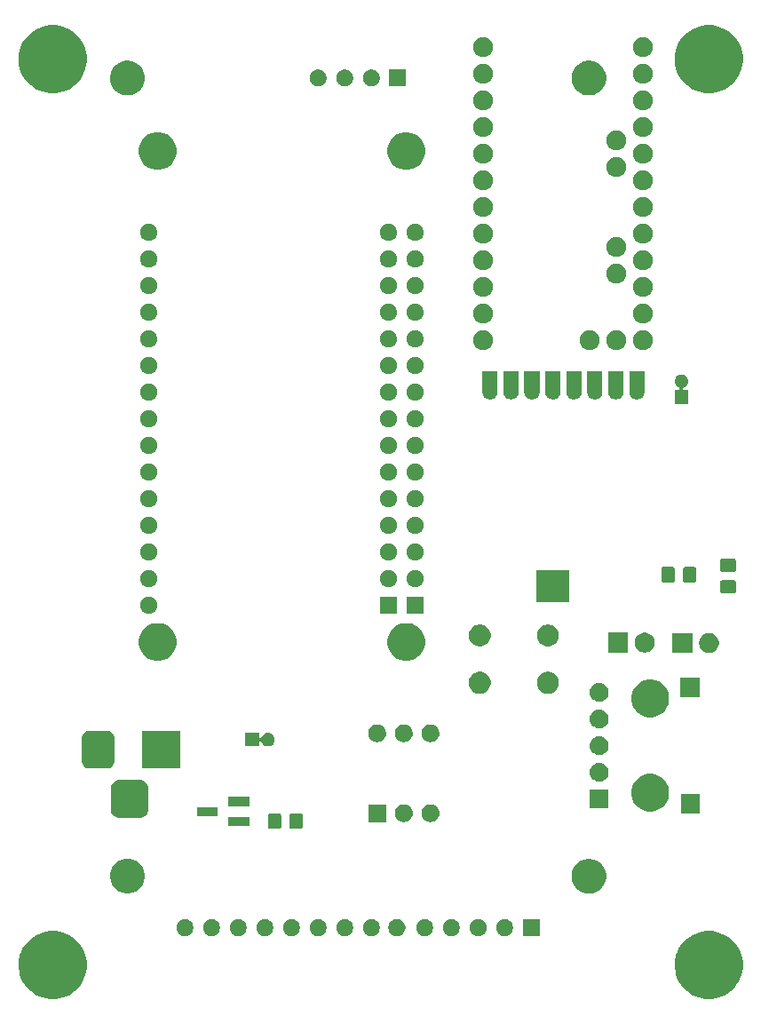
<source format=gbr>
G04 #@! TF.GenerationSoftware,KiCad,Pcbnew,(5.0.2)-1*
G04 #@! TF.CreationDate,2019-09-26T18:13:48+02:00*
G04 #@! TF.ProjectId,AskSinAnalyzer,41736b53-696e-4416-9e61-6c797a65722e,V2.0.1*
G04 #@! TF.SameCoordinates,Original*
G04 #@! TF.FileFunction,Soldermask,Top*
G04 #@! TF.FilePolarity,Negative*
%FSLAX46Y46*%
G04 Gerber Fmt 4.6, Leading zero omitted, Abs format (unit mm)*
G04 Created by KiCad (PCBNEW (5.0.2)-1) date 26.09.2019 18:13:48*
%MOMM*%
%LPD*%
G01*
G04 APERTURE LIST*
%ADD10C,0.100000*%
G04 APERTURE END LIST*
D10*
G36*
X177228239Y-139051467D02*
X177542282Y-139113934D01*
X178133926Y-139359001D01*
X178423523Y-139552504D01*
X178666395Y-139714786D01*
X179119214Y-140167605D01*
X179119216Y-140167608D01*
X179474999Y-140700074D01*
X179596724Y-140993944D01*
X179720066Y-141291719D01*
X179845000Y-141919803D01*
X179845000Y-142560197D01*
X179782533Y-142874239D01*
X179720066Y-143188282D01*
X179474999Y-143779926D01*
X179227265Y-144150685D01*
X179119214Y-144312395D01*
X178666395Y-144765214D01*
X178666392Y-144765216D01*
X178133926Y-145120999D01*
X177542282Y-145366066D01*
X177228239Y-145428533D01*
X176914197Y-145491000D01*
X176273803Y-145491000D01*
X175959761Y-145428533D01*
X175645718Y-145366066D01*
X175054074Y-145120999D01*
X174521608Y-144765216D01*
X174521605Y-144765214D01*
X174068786Y-144312395D01*
X173960735Y-144150685D01*
X173713001Y-143779926D01*
X173467934Y-143188282D01*
X173405467Y-142874239D01*
X173343000Y-142560197D01*
X173343000Y-141919803D01*
X173467934Y-141291719D01*
X173591276Y-140993944D01*
X173713001Y-140700074D01*
X174068784Y-140167608D01*
X174068786Y-140167605D01*
X174521605Y-139714786D01*
X174764477Y-139552504D01*
X175054074Y-139359001D01*
X175645718Y-139113934D01*
X175959761Y-139051467D01*
X176273803Y-138989000D01*
X176914197Y-138989000D01*
X177228239Y-139051467D01*
X177228239Y-139051467D01*
G37*
G36*
X114680239Y-139051467D02*
X114994282Y-139113934D01*
X115585926Y-139359001D01*
X115875523Y-139552504D01*
X116118395Y-139714786D01*
X116571214Y-140167605D01*
X116571216Y-140167608D01*
X116926999Y-140700074D01*
X117048724Y-140993944D01*
X117172066Y-141291719D01*
X117297000Y-141919803D01*
X117297000Y-142560197D01*
X117234533Y-142874239D01*
X117172066Y-143188282D01*
X116926999Y-143779926D01*
X116679265Y-144150685D01*
X116571214Y-144312395D01*
X116118395Y-144765214D01*
X116118392Y-144765216D01*
X115585926Y-145120999D01*
X114994282Y-145366066D01*
X114680239Y-145428533D01*
X114366197Y-145491000D01*
X113725803Y-145491000D01*
X113411761Y-145428533D01*
X113097718Y-145366066D01*
X112506074Y-145120999D01*
X111973608Y-144765216D01*
X111973605Y-144765214D01*
X111520786Y-144312395D01*
X111412735Y-144150685D01*
X111165001Y-143779926D01*
X110919934Y-143188282D01*
X110857467Y-142874239D01*
X110795000Y-142560197D01*
X110795000Y-141919803D01*
X110919934Y-141291719D01*
X111043276Y-140993944D01*
X111165001Y-140700074D01*
X111520784Y-140167608D01*
X111520786Y-140167605D01*
X111973605Y-139714786D01*
X112216477Y-139552504D01*
X112506074Y-139359001D01*
X113097718Y-139113934D01*
X113411761Y-139051467D01*
X113725803Y-138989000D01*
X114366197Y-138989000D01*
X114680239Y-139051467D01*
X114680239Y-139051467D01*
G37*
G36*
X137035142Y-137891742D02*
X137183102Y-137953030D01*
X137316258Y-138042002D01*
X137429498Y-138155242D01*
X137518470Y-138288398D01*
X137579758Y-138436358D01*
X137611000Y-138593425D01*
X137611000Y-138753575D01*
X137579758Y-138910642D01*
X137518470Y-139058602D01*
X137429498Y-139191758D01*
X137316258Y-139304998D01*
X137183102Y-139393970D01*
X137035142Y-139455258D01*
X136878075Y-139486500D01*
X136717925Y-139486500D01*
X136560858Y-139455258D01*
X136412898Y-139393970D01*
X136279742Y-139304998D01*
X136166502Y-139191758D01*
X136077530Y-139058602D01*
X136016242Y-138910642D01*
X135985000Y-138753575D01*
X135985000Y-138593425D01*
X136016242Y-138436358D01*
X136077530Y-138288398D01*
X136166502Y-138155242D01*
X136279742Y-138042002D01*
X136412898Y-137953030D01*
X136560858Y-137891742D01*
X136717925Y-137860500D01*
X136878075Y-137860500D01*
X137035142Y-137891742D01*
X137035142Y-137891742D01*
G37*
G36*
X139575142Y-137891742D02*
X139723102Y-137953030D01*
X139856258Y-138042002D01*
X139969498Y-138155242D01*
X140058470Y-138288398D01*
X140119758Y-138436358D01*
X140151000Y-138593425D01*
X140151000Y-138753575D01*
X140119758Y-138910642D01*
X140058470Y-139058602D01*
X139969498Y-139191758D01*
X139856258Y-139304998D01*
X139723102Y-139393970D01*
X139575142Y-139455258D01*
X139418075Y-139486500D01*
X139257925Y-139486500D01*
X139100858Y-139455258D01*
X138952898Y-139393970D01*
X138819742Y-139304998D01*
X138706502Y-139191758D01*
X138617530Y-139058602D01*
X138556242Y-138910642D01*
X138525000Y-138753575D01*
X138525000Y-138593425D01*
X138556242Y-138436358D01*
X138617530Y-138288398D01*
X138706502Y-138155242D01*
X138819742Y-138042002D01*
X138952898Y-137953030D01*
X139100858Y-137891742D01*
X139257925Y-137860500D01*
X139418075Y-137860500D01*
X139575142Y-137891742D01*
X139575142Y-137891742D01*
G37*
G36*
X126875142Y-137891742D02*
X127023102Y-137953030D01*
X127156258Y-138042002D01*
X127269498Y-138155242D01*
X127358470Y-138288398D01*
X127419758Y-138436358D01*
X127451000Y-138593425D01*
X127451000Y-138753575D01*
X127419758Y-138910642D01*
X127358470Y-139058602D01*
X127269498Y-139191758D01*
X127156258Y-139304998D01*
X127023102Y-139393970D01*
X126875142Y-139455258D01*
X126718075Y-139486500D01*
X126557925Y-139486500D01*
X126400858Y-139455258D01*
X126252898Y-139393970D01*
X126119742Y-139304998D01*
X126006502Y-139191758D01*
X125917530Y-139058602D01*
X125856242Y-138910642D01*
X125825000Y-138753575D01*
X125825000Y-138593425D01*
X125856242Y-138436358D01*
X125917530Y-138288398D01*
X126006502Y-138155242D01*
X126119742Y-138042002D01*
X126252898Y-137953030D01*
X126400858Y-137891742D01*
X126557925Y-137860500D01*
X126718075Y-137860500D01*
X126875142Y-137891742D01*
X126875142Y-137891742D01*
G37*
G36*
X129415142Y-137891742D02*
X129563102Y-137953030D01*
X129696258Y-138042002D01*
X129809498Y-138155242D01*
X129898470Y-138288398D01*
X129959758Y-138436358D01*
X129991000Y-138593425D01*
X129991000Y-138753575D01*
X129959758Y-138910642D01*
X129898470Y-139058602D01*
X129809498Y-139191758D01*
X129696258Y-139304998D01*
X129563102Y-139393970D01*
X129415142Y-139455258D01*
X129258075Y-139486500D01*
X129097925Y-139486500D01*
X128940858Y-139455258D01*
X128792898Y-139393970D01*
X128659742Y-139304998D01*
X128546502Y-139191758D01*
X128457530Y-139058602D01*
X128396242Y-138910642D01*
X128365000Y-138753575D01*
X128365000Y-138593425D01*
X128396242Y-138436358D01*
X128457530Y-138288398D01*
X128546502Y-138155242D01*
X128659742Y-138042002D01*
X128792898Y-137953030D01*
X128940858Y-137891742D01*
X129097925Y-137860500D01*
X129258075Y-137860500D01*
X129415142Y-137891742D01*
X129415142Y-137891742D01*
G37*
G36*
X131955142Y-137891742D02*
X132103102Y-137953030D01*
X132236258Y-138042002D01*
X132349498Y-138155242D01*
X132438470Y-138288398D01*
X132499758Y-138436358D01*
X132531000Y-138593425D01*
X132531000Y-138753575D01*
X132499758Y-138910642D01*
X132438470Y-139058602D01*
X132349498Y-139191758D01*
X132236258Y-139304998D01*
X132103102Y-139393970D01*
X131955142Y-139455258D01*
X131798075Y-139486500D01*
X131637925Y-139486500D01*
X131480858Y-139455258D01*
X131332898Y-139393970D01*
X131199742Y-139304998D01*
X131086502Y-139191758D01*
X130997530Y-139058602D01*
X130936242Y-138910642D01*
X130905000Y-138753575D01*
X130905000Y-138593425D01*
X130936242Y-138436358D01*
X130997530Y-138288398D01*
X131086502Y-138155242D01*
X131199742Y-138042002D01*
X131332898Y-137953030D01*
X131480858Y-137891742D01*
X131637925Y-137860500D01*
X131798075Y-137860500D01*
X131955142Y-137891742D01*
X131955142Y-137891742D01*
G37*
G36*
X134495142Y-137891742D02*
X134643102Y-137953030D01*
X134776258Y-138042002D01*
X134889498Y-138155242D01*
X134978470Y-138288398D01*
X135039758Y-138436358D01*
X135071000Y-138593425D01*
X135071000Y-138753575D01*
X135039758Y-138910642D01*
X134978470Y-139058602D01*
X134889498Y-139191758D01*
X134776258Y-139304998D01*
X134643102Y-139393970D01*
X134495142Y-139455258D01*
X134338075Y-139486500D01*
X134177925Y-139486500D01*
X134020858Y-139455258D01*
X133872898Y-139393970D01*
X133739742Y-139304998D01*
X133626502Y-139191758D01*
X133537530Y-139058602D01*
X133476242Y-138910642D01*
X133445000Y-138753575D01*
X133445000Y-138593425D01*
X133476242Y-138436358D01*
X133537530Y-138288398D01*
X133626502Y-138155242D01*
X133739742Y-138042002D01*
X133872898Y-137953030D01*
X134020858Y-137891742D01*
X134177925Y-137860500D01*
X134338075Y-137860500D01*
X134495142Y-137891742D01*
X134495142Y-137891742D01*
G37*
G36*
X160471000Y-139486500D02*
X158845000Y-139486500D01*
X158845000Y-137860500D01*
X160471000Y-137860500D01*
X160471000Y-139486500D01*
X160471000Y-139486500D01*
G37*
G36*
X157355142Y-137891742D02*
X157503102Y-137953030D01*
X157636258Y-138042002D01*
X157749498Y-138155242D01*
X157838470Y-138288398D01*
X157899758Y-138436358D01*
X157931000Y-138593425D01*
X157931000Y-138753575D01*
X157899758Y-138910642D01*
X157838470Y-139058602D01*
X157749498Y-139191758D01*
X157636258Y-139304998D01*
X157503102Y-139393970D01*
X157355142Y-139455258D01*
X157198075Y-139486500D01*
X157037925Y-139486500D01*
X156880858Y-139455258D01*
X156732898Y-139393970D01*
X156599742Y-139304998D01*
X156486502Y-139191758D01*
X156397530Y-139058602D01*
X156336242Y-138910642D01*
X156305000Y-138753575D01*
X156305000Y-138593425D01*
X156336242Y-138436358D01*
X156397530Y-138288398D01*
X156486502Y-138155242D01*
X156599742Y-138042002D01*
X156732898Y-137953030D01*
X156880858Y-137891742D01*
X157037925Y-137860500D01*
X157198075Y-137860500D01*
X157355142Y-137891742D01*
X157355142Y-137891742D01*
G37*
G36*
X152275142Y-137891742D02*
X152423102Y-137953030D01*
X152556258Y-138042002D01*
X152669498Y-138155242D01*
X152758470Y-138288398D01*
X152819758Y-138436358D01*
X152851000Y-138593425D01*
X152851000Y-138753575D01*
X152819758Y-138910642D01*
X152758470Y-139058602D01*
X152669498Y-139191758D01*
X152556258Y-139304998D01*
X152423102Y-139393970D01*
X152275142Y-139455258D01*
X152118075Y-139486500D01*
X151957925Y-139486500D01*
X151800858Y-139455258D01*
X151652898Y-139393970D01*
X151519742Y-139304998D01*
X151406502Y-139191758D01*
X151317530Y-139058602D01*
X151256242Y-138910642D01*
X151225000Y-138753575D01*
X151225000Y-138593425D01*
X151256242Y-138436358D01*
X151317530Y-138288398D01*
X151406502Y-138155242D01*
X151519742Y-138042002D01*
X151652898Y-137953030D01*
X151800858Y-137891742D01*
X151957925Y-137860500D01*
X152118075Y-137860500D01*
X152275142Y-137891742D01*
X152275142Y-137891742D01*
G37*
G36*
X149735142Y-137891742D02*
X149883102Y-137953030D01*
X150016258Y-138042002D01*
X150129498Y-138155242D01*
X150218470Y-138288398D01*
X150279758Y-138436358D01*
X150311000Y-138593425D01*
X150311000Y-138753575D01*
X150279758Y-138910642D01*
X150218470Y-139058602D01*
X150129498Y-139191758D01*
X150016258Y-139304998D01*
X149883102Y-139393970D01*
X149735142Y-139455258D01*
X149578075Y-139486500D01*
X149417925Y-139486500D01*
X149260858Y-139455258D01*
X149112898Y-139393970D01*
X148979742Y-139304998D01*
X148866502Y-139191758D01*
X148777530Y-139058602D01*
X148716242Y-138910642D01*
X148685000Y-138753575D01*
X148685000Y-138593425D01*
X148716242Y-138436358D01*
X148777530Y-138288398D01*
X148866502Y-138155242D01*
X148979742Y-138042002D01*
X149112898Y-137953030D01*
X149260858Y-137891742D01*
X149417925Y-137860500D01*
X149578075Y-137860500D01*
X149735142Y-137891742D01*
X149735142Y-137891742D01*
G37*
G36*
X147095142Y-137891742D02*
X147243102Y-137953030D01*
X147376258Y-138042002D01*
X147489498Y-138155242D01*
X147578470Y-138288398D01*
X147639758Y-138436358D01*
X147671000Y-138593425D01*
X147671000Y-138753575D01*
X147639758Y-138910642D01*
X147578470Y-139058602D01*
X147489498Y-139191758D01*
X147376258Y-139304998D01*
X147243102Y-139393970D01*
X147095142Y-139455258D01*
X146938075Y-139486500D01*
X146777925Y-139486500D01*
X146620858Y-139455258D01*
X146472898Y-139393970D01*
X146339742Y-139304998D01*
X146226502Y-139191758D01*
X146137530Y-139058602D01*
X146076242Y-138910642D01*
X146045000Y-138753575D01*
X146045000Y-138593425D01*
X146076242Y-138436358D01*
X146137530Y-138288398D01*
X146226502Y-138155242D01*
X146339742Y-138042002D01*
X146472898Y-137953030D01*
X146620858Y-137891742D01*
X146777925Y-137860500D01*
X146938075Y-137860500D01*
X147095142Y-137891742D01*
X147095142Y-137891742D01*
G37*
G36*
X144655142Y-137891742D02*
X144803102Y-137953030D01*
X144936258Y-138042002D01*
X145049498Y-138155242D01*
X145138470Y-138288398D01*
X145199758Y-138436358D01*
X145231000Y-138593425D01*
X145231000Y-138753575D01*
X145199758Y-138910642D01*
X145138470Y-139058602D01*
X145049498Y-139191758D01*
X144936258Y-139304998D01*
X144803102Y-139393970D01*
X144655142Y-139455258D01*
X144498075Y-139486500D01*
X144337925Y-139486500D01*
X144180858Y-139455258D01*
X144032898Y-139393970D01*
X143899742Y-139304998D01*
X143786502Y-139191758D01*
X143697530Y-139058602D01*
X143636242Y-138910642D01*
X143605000Y-138753575D01*
X143605000Y-138593425D01*
X143636242Y-138436358D01*
X143697530Y-138288398D01*
X143786502Y-138155242D01*
X143899742Y-138042002D01*
X144032898Y-137953030D01*
X144180858Y-137891742D01*
X144337925Y-137860500D01*
X144498075Y-137860500D01*
X144655142Y-137891742D01*
X144655142Y-137891742D01*
G37*
G36*
X142115142Y-137891742D02*
X142263102Y-137953030D01*
X142396258Y-138042002D01*
X142509498Y-138155242D01*
X142598470Y-138288398D01*
X142659758Y-138436358D01*
X142691000Y-138593425D01*
X142691000Y-138753575D01*
X142659758Y-138910642D01*
X142598470Y-139058602D01*
X142509498Y-139191758D01*
X142396258Y-139304998D01*
X142263102Y-139393970D01*
X142115142Y-139455258D01*
X141958075Y-139486500D01*
X141797925Y-139486500D01*
X141640858Y-139455258D01*
X141492898Y-139393970D01*
X141359742Y-139304998D01*
X141246502Y-139191758D01*
X141157530Y-139058602D01*
X141096242Y-138910642D01*
X141065000Y-138753575D01*
X141065000Y-138593425D01*
X141096242Y-138436358D01*
X141157530Y-138288398D01*
X141246502Y-138155242D01*
X141359742Y-138042002D01*
X141492898Y-137953030D01*
X141640858Y-137891742D01*
X141797925Y-137860500D01*
X141958075Y-137860500D01*
X142115142Y-137891742D01*
X142115142Y-137891742D01*
G37*
G36*
X154845142Y-137891742D02*
X154993102Y-137953030D01*
X155126258Y-138042002D01*
X155239498Y-138155242D01*
X155328470Y-138288398D01*
X155389758Y-138436358D01*
X155421000Y-138593425D01*
X155421000Y-138753575D01*
X155389758Y-138910642D01*
X155328470Y-139058602D01*
X155239498Y-139191758D01*
X155126258Y-139304998D01*
X154993102Y-139393970D01*
X154845142Y-139455258D01*
X154688075Y-139486500D01*
X154527925Y-139486500D01*
X154370858Y-139455258D01*
X154222898Y-139393970D01*
X154089742Y-139304998D01*
X153976502Y-139191758D01*
X153887530Y-139058602D01*
X153826242Y-138910642D01*
X153795000Y-138753575D01*
X153795000Y-138593425D01*
X153826242Y-138436358D01*
X153887530Y-138288398D01*
X153976502Y-138155242D01*
X154089742Y-138042002D01*
X154222898Y-137953030D01*
X154370858Y-137891742D01*
X154527925Y-137860500D01*
X154688075Y-137860500D01*
X154845142Y-137891742D01*
X154845142Y-137891742D01*
G37*
G36*
X165539256Y-132160298D02*
X165645579Y-132181447D01*
X165858037Y-132269450D01*
X165914658Y-132292903D01*
X165946042Y-132305903D01*
X166196995Y-132473585D01*
X166216454Y-132486587D01*
X166446413Y-132716546D01*
X166446415Y-132716549D01*
X166627097Y-132986958D01*
X166746169Y-133274422D01*
X166751553Y-133287422D01*
X166815000Y-133606389D01*
X166815000Y-133931611D01*
X166751553Y-134250578D01*
X166627098Y-134551040D01*
X166446413Y-134821454D01*
X166216454Y-135051413D01*
X166216451Y-135051415D01*
X165946042Y-135232097D01*
X165645579Y-135356553D01*
X165539256Y-135377702D01*
X165326611Y-135420000D01*
X165001389Y-135420000D01*
X164788744Y-135377702D01*
X164682421Y-135356553D01*
X164381958Y-135232097D01*
X164111549Y-135051415D01*
X164111546Y-135051413D01*
X163881587Y-134821454D01*
X163700902Y-134551040D01*
X163576447Y-134250578D01*
X163513000Y-133931611D01*
X163513000Y-133606389D01*
X163576447Y-133287422D01*
X163581832Y-133274422D01*
X163700903Y-132986958D01*
X163881585Y-132716549D01*
X163881587Y-132716546D01*
X164111546Y-132486587D01*
X164131005Y-132473585D01*
X164381958Y-132305903D01*
X164413343Y-132292903D01*
X164469963Y-132269450D01*
X164682421Y-132181447D01*
X164788744Y-132160298D01*
X165001389Y-132118000D01*
X165326611Y-132118000D01*
X165539256Y-132160298D01*
X165539256Y-132160298D01*
G37*
G36*
X121533256Y-132147298D02*
X121639579Y-132168447D01*
X121940042Y-132292903D01*
X122206852Y-132471180D01*
X122210454Y-132473587D01*
X122440413Y-132703546D01*
X122621098Y-132973960D01*
X122745553Y-133274422D01*
X122809000Y-133593389D01*
X122809000Y-133918611D01*
X122806414Y-133931611D01*
X122745553Y-134237579D01*
X122621097Y-134538042D01*
X122442820Y-134804852D01*
X122440413Y-134808454D01*
X122210454Y-135038413D01*
X122210451Y-135038415D01*
X121940042Y-135219097D01*
X121940041Y-135219098D01*
X121940040Y-135219098D01*
X121908655Y-135232098D01*
X121639579Y-135343553D01*
X121533256Y-135364702D01*
X121320611Y-135407000D01*
X120995389Y-135407000D01*
X120782744Y-135364702D01*
X120676421Y-135343553D01*
X120407345Y-135232098D01*
X120375960Y-135219098D01*
X120375959Y-135219098D01*
X120375958Y-135219097D01*
X120105549Y-135038415D01*
X120105546Y-135038413D01*
X119875587Y-134808454D01*
X119873180Y-134804852D01*
X119694903Y-134538042D01*
X119570447Y-134237579D01*
X119509586Y-133931611D01*
X119507000Y-133918611D01*
X119507000Y-133593389D01*
X119570447Y-133274422D01*
X119694902Y-132973960D01*
X119875587Y-132703546D01*
X120105546Y-132473587D01*
X120109148Y-132471180D01*
X120375958Y-132292903D01*
X120676421Y-132168447D01*
X120782744Y-132147298D01*
X120995389Y-132105000D01*
X121320611Y-132105000D01*
X121533256Y-132147298D01*
X121533256Y-132147298D01*
G37*
G36*
X135658677Y-127777465D02*
X135696364Y-127788898D01*
X135731103Y-127807466D01*
X135761548Y-127832452D01*
X135786534Y-127862897D01*
X135805102Y-127897636D01*
X135816535Y-127935323D01*
X135821000Y-127980661D01*
X135821000Y-129067339D01*
X135816535Y-129112677D01*
X135805102Y-129150364D01*
X135786534Y-129185103D01*
X135761548Y-129215548D01*
X135731103Y-129240534D01*
X135696364Y-129259102D01*
X135658677Y-129270535D01*
X135613339Y-129275000D01*
X134776661Y-129275000D01*
X134731323Y-129270535D01*
X134693636Y-129259102D01*
X134658897Y-129240534D01*
X134628452Y-129215548D01*
X134603466Y-129185103D01*
X134584898Y-129150364D01*
X134573465Y-129112677D01*
X134569000Y-129067339D01*
X134569000Y-127980661D01*
X134573465Y-127935323D01*
X134584898Y-127897636D01*
X134603466Y-127862897D01*
X134628452Y-127832452D01*
X134658897Y-127807466D01*
X134693636Y-127788898D01*
X134731323Y-127777465D01*
X134776661Y-127773000D01*
X135613339Y-127773000D01*
X135658677Y-127777465D01*
X135658677Y-127777465D01*
G37*
G36*
X137708677Y-127777465D02*
X137746364Y-127788898D01*
X137781103Y-127807466D01*
X137811548Y-127832452D01*
X137836534Y-127862897D01*
X137855102Y-127897636D01*
X137866535Y-127935323D01*
X137871000Y-127980661D01*
X137871000Y-129067339D01*
X137866535Y-129112677D01*
X137855102Y-129150364D01*
X137836534Y-129185103D01*
X137811548Y-129215548D01*
X137781103Y-129240534D01*
X137746364Y-129259102D01*
X137708677Y-129270535D01*
X137663339Y-129275000D01*
X136826661Y-129275000D01*
X136781323Y-129270535D01*
X136743636Y-129259102D01*
X136708897Y-129240534D01*
X136678452Y-129215548D01*
X136653466Y-129185103D01*
X136634898Y-129150364D01*
X136623465Y-129112677D01*
X136619000Y-129067339D01*
X136619000Y-127980661D01*
X136623465Y-127935323D01*
X136634898Y-127897636D01*
X136653466Y-127862897D01*
X136678452Y-127832452D01*
X136708897Y-127807466D01*
X136743636Y-127788898D01*
X136781323Y-127777465D01*
X136826661Y-127773000D01*
X137663339Y-127773000D01*
X137708677Y-127777465D01*
X137708677Y-127777465D01*
G37*
G36*
X132778000Y-129023000D02*
X130776000Y-129023000D01*
X130776000Y-128121000D01*
X132778000Y-128121000D01*
X132778000Y-129023000D01*
X132778000Y-129023000D01*
G37*
G36*
X145821000Y-128613000D02*
X144119000Y-128613000D01*
X144119000Y-126911000D01*
X145821000Y-126911000D01*
X145821000Y-128613000D01*
X145821000Y-128613000D01*
G37*
G36*
X147676821Y-126923313D02*
X147676824Y-126923314D01*
X147676825Y-126923314D01*
X147837239Y-126971975D01*
X147837241Y-126971976D01*
X147837244Y-126971977D01*
X147985078Y-127050995D01*
X148114659Y-127157341D01*
X148221005Y-127286922D01*
X148300023Y-127434756D01*
X148300024Y-127434759D01*
X148300025Y-127434761D01*
X148348686Y-127595175D01*
X148348687Y-127595179D01*
X148365117Y-127762000D01*
X148348687Y-127928821D01*
X148348686Y-127928824D01*
X148348686Y-127928825D01*
X148307903Y-128063269D01*
X148300023Y-128089244D01*
X148221005Y-128237078D01*
X148114659Y-128366659D01*
X147985078Y-128473005D01*
X147837244Y-128552023D01*
X147837241Y-128552024D01*
X147837239Y-128552025D01*
X147676825Y-128600686D01*
X147676824Y-128600686D01*
X147676821Y-128600687D01*
X147551804Y-128613000D01*
X147468196Y-128613000D01*
X147343179Y-128600687D01*
X147343176Y-128600686D01*
X147343175Y-128600686D01*
X147182761Y-128552025D01*
X147182759Y-128552024D01*
X147182756Y-128552023D01*
X147034922Y-128473005D01*
X146905341Y-128366659D01*
X146798995Y-128237078D01*
X146719977Y-128089244D01*
X146712098Y-128063269D01*
X146671314Y-127928825D01*
X146671314Y-127928824D01*
X146671313Y-127928821D01*
X146654883Y-127762000D01*
X146671313Y-127595179D01*
X146671314Y-127595175D01*
X146719975Y-127434761D01*
X146719976Y-127434759D01*
X146719977Y-127434756D01*
X146798995Y-127286922D01*
X146905341Y-127157341D01*
X147034922Y-127050995D01*
X147182756Y-126971977D01*
X147182759Y-126971976D01*
X147182761Y-126971975D01*
X147343175Y-126923314D01*
X147343176Y-126923314D01*
X147343179Y-126923313D01*
X147468196Y-126911000D01*
X147551804Y-126911000D01*
X147676821Y-126923313D01*
X147676821Y-126923313D01*
G37*
G36*
X150216821Y-126923313D02*
X150216824Y-126923314D01*
X150216825Y-126923314D01*
X150377239Y-126971975D01*
X150377241Y-126971976D01*
X150377244Y-126971977D01*
X150525078Y-127050995D01*
X150654659Y-127157341D01*
X150761005Y-127286922D01*
X150840023Y-127434756D01*
X150840024Y-127434759D01*
X150840025Y-127434761D01*
X150888686Y-127595175D01*
X150888687Y-127595179D01*
X150905117Y-127762000D01*
X150888687Y-127928821D01*
X150888686Y-127928824D01*
X150888686Y-127928825D01*
X150847903Y-128063269D01*
X150840023Y-128089244D01*
X150761005Y-128237078D01*
X150654659Y-128366659D01*
X150525078Y-128473005D01*
X150377244Y-128552023D01*
X150377241Y-128552024D01*
X150377239Y-128552025D01*
X150216825Y-128600686D01*
X150216824Y-128600686D01*
X150216821Y-128600687D01*
X150091804Y-128613000D01*
X150008196Y-128613000D01*
X149883179Y-128600687D01*
X149883176Y-128600686D01*
X149883175Y-128600686D01*
X149722761Y-128552025D01*
X149722759Y-128552024D01*
X149722756Y-128552023D01*
X149574922Y-128473005D01*
X149445341Y-128366659D01*
X149338995Y-128237078D01*
X149259977Y-128089244D01*
X149252098Y-128063269D01*
X149211314Y-127928825D01*
X149211314Y-127928824D01*
X149211313Y-127928821D01*
X149194883Y-127762000D01*
X149211313Y-127595179D01*
X149211314Y-127595175D01*
X149259975Y-127434761D01*
X149259976Y-127434759D01*
X149259977Y-127434756D01*
X149338995Y-127286922D01*
X149445341Y-127157341D01*
X149574922Y-127050995D01*
X149722756Y-126971977D01*
X149722759Y-126971976D01*
X149722761Y-126971975D01*
X149883175Y-126923314D01*
X149883176Y-126923314D01*
X149883179Y-126923313D01*
X150008196Y-126911000D01*
X150091804Y-126911000D01*
X150216821Y-126923313D01*
X150216821Y-126923313D01*
G37*
G36*
X122497366Y-124619695D02*
X122654458Y-124667348D01*
X122799230Y-124744731D01*
X122926128Y-124848872D01*
X123030269Y-124975770D01*
X123107652Y-125120542D01*
X123155305Y-125277634D01*
X123172000Y-125447140D01*
X123172000Y-127360860D01*
X123155305Y-127530366D01*
X123107652Y-127687458D01*
X123030269Y-127832230D01*
X122926128Y-127959128D01*
X122799230Y-128063269D01*
X122654458Y-128140652D01*
X122497366Y-128188305D01*
X122327860Y-128205000D01*
X120414140Y-128205000D01*
X120244634Y-128188305D01*
X120087542Y-128140652D01*
X119942770Y-128063269D01*
X119815872Y-127959128D01*
X119711731Y-127832230D01*
X119634348Y-127687458D01*
X119586695Y-127530366D01*
X119570000Y-127360860D01*
X119570000Y-125447140D01*
X119586695Y-125277634D01*
X119634348Y-125120542D01*
X119711731Y-124975770D01*
X119815872Y-124848872D01*
X119942770Y-124744731D01*
X120087542Y-124667348D01*
X120244634Y-124619695D01*
X120414140Y-124603000D01*
X122327860Y-124603000D01*
X122497366Y-124619695D01*
X122497366Y-124619695D01*
G37*
G36*
X129778000Y-128073000D02*
X127776000Y-128073000D01*
X127776000Y-127171000D01*
X129778000Y-127171000D01*
X129778000Y-128073000D01*
X129778000Y-128073000D01*
G37*
G36*
X175748000Y-127770000D02*
X173946000Y-127770000D01*
X173946000Y-125968000D01*
X175748000Y-125968000D01*
X175748000Y-127770000D01*
X175748000Y-127770000D01*
G37*
G36*
X171522331Y-124087211D02*
X171850092Y-124222974D01*
X172145073Y-124420074D01*
X172395926Y-124670927D01*
X172593026Y-124965908D01*
X172728789Y-125293669D01*
X172798000Y-125641616D01*
X172798000Y-125996384D01*
X172728789Y-126344331D01*
X172593026Y-126672092D01*
X172395926Y-126967073D01*
X172145073Y-127217926D01*
X171850092Y-127415026D01*
X171522331Y-127550789D01*
X171174384Y-127620000D01*
X170819616Y-127620000D01*
X170471669Y-127550789D01*
X170143908Y-127415026D01*
X169848927Y-127217926D01*
X169598074Y-126967073D01*
X169400974Y-126672092D01*
X169265211Y-126344331D01*
X169196000Y-125996384D01*
X169196000Y-125641616D01*
X169265211Y-125293669D01*
X169400974Y-124965908D01*
X169598074Y-124670927D01*
X169848927Y-124420074D01*
X170143908Y-124222974D01*
X170471669Y-124087211D01*
X170819616Y-124018000D01*
X171174384Y-124018000D01*
X171522331Y-124087211D01*
X171522331Y-124087211D01*
G37*
G36*
X167038000Y-127300000D02*
X165236000Y-127300000D01*
X165236000Y-125498000D01*
X167038000Y-125498000D01*
X167038000Y-127300000D01*
X167038000Y-127300000D01*
G37*
G36*
X132778000Y-127123000D02*
X130776000Y-127123000D01*
X130776000Y-126221000D01*
X132778000Y-126221000D01*
X132778000Y-127123000D01*
X132778000Y-127123000D01*
G37*
G36*
X166247443Y-122964519D02*
X166313627Y-122971037D01*
X166426853Y-123005384D01*
X166483467Y-123022557D01*
X166562173Y-123064627D01*
X166639991Y-123106222D01*
X166675729Y-123135552D01*
X166777186Y-123218814D01*
X166860448Y-123320271D01*
X166889778Y-123356009D01*
X166889779Y-123356011D01*
X166973443Y-123512533D01*
X166973443Y-123512534D01*
X167024963Y-123682373D01*
X167042359Y-123859000D01*
X167024963Y-124035627D01*
X167009315Y-124087211D01*
X166973443Y-124205467D01*
X166899348Y-124344087D01*
X166889778Y-124361991D01*
X166860448Y-124397729D01*
X166777186Y-124499186D01*
X166675729Y-124582448D01*
X166639991Y-124611778D01*
X166639989Y-124611779D01*
X166483467Y-124695443D01*
X166426853Y-124712616D01*
X166313627Y-124746963D01*
X166247443Y-124753481D01*
X166181260Y-124760000D01*
X166092740Y-124760000D01*
X166026557Y-124753481D01*
X165960373Y-124746963D01*
X165847147Y-124712616D01*
X165790533Y-124695443D01*
X165634011Y-124611779D01*
X165634009Y-124611778D01*
X165598271Y-124582448D01*
X165496814Y-124499186D01*
X165413552Y-124397729D01*
X165384222Y-124361991D01*
X165374652Y-124344087D01*
X165300557Y-124205467D01*
X165264685Y-124087211D01*
X165249037Y-124035627D01*
X165231641Y-123859000D01*
X165249037Y-123682373D01*
X165300557Y-123512534D01*
X165300557Y-123512533D01*
X165384221Y-123356011D01*
X165384222Y-123356009D01*
X165413552Y-123320271D01*
X165496814Y-123218814D01*
X165598271Y-123135552D01*
X165634009Y-123106222D01*
X165711827Y-123064627D01*
X165790533Y-123022557D01*
X165847147Y-123005384D01*
X165960373Y-122971037D01*
X166026557Y-122964519D01*
X166092740Y-122958000D01*
X166181260Y-122958000D01*
X166247443Y-122964519D01*
X166247443Y-122964519D01*
G37*
G36*
X119347978Y-119917293D02*
X119481627Y-119957835D01*
X119604782Y-120023662D01*
X119712739Y-120112261D01*
X119801338Y-120220218D01*
X119867165Y-120343373D01*
X119907707Y-120477022D01*
X119922000Y-120622140D01*
X119922000Y-122785860D01*
X119907707Y-122930978D01*
X119867165Y-123064627D01*
X119801338Y-123187782D01*
X119712739Y-123295739D01*
X119604782Y-123384338D01*
X119481627Y-123450165D01*
X119347978Y-123490707D01*
X119202860Y-123505000D01*
X117539140Y-123505000D01*
X117394022Y-123490707D01*
X117260373Y-123450165D01*
X117137218Y-123384338D01*
X117029261Y-123295739D01*
X116940662Y-123187782D01*
X116874835Y-123064627D01*
X116834293Y-122930978D01*
X116820000Y-122785860D01*
X116820000Y-120622140D01*
X116834293Y-120477022D01*
X116874835Y-120343373D01*
X116940662Y-120220218D01*
X117029261Y-120112261D01*
X117137218Y-120023662D01*
X117260373Y-119957835D01*
X117394022Y-119917293D01*
X117539140Y-119903000D01*
X119202860Y-119903000D01*
X119347978Y-119917293D01*
X119347978Y-119917293D01*
G37*
G36*
X126172000Y-123505000D02*
X122570000Y-123505000D01*
X122570000Y-119903000D01*
X126172000Y-119903000D01*
X126172000Y-123505000D01*
X126172000Y-123505000D01*
G37*
G36*
X166247442Y-120424518D02*
X166313627Y-120431037D01*
X166426853Y-120465384D01*
X166483467Y-120482557D01*
X166567000Y-120527207D01*
X166639991Y-120566222D01*
X166674694Y-120594702D01*
X166777186Y-120678814D01*
X166832864Y-120746659D01*
X166889778Y-120816009D01*
X166889779Y-120816011D01*
X166973443Y-120972533D01*
X166976940Y-120984061D01*
X167024963Y-121142373D01*
X167042359Y-121319000D01*
X167024963Y-121495627D01*
X166990616Y-121608853D01*
X166973443Y-121665467D01*
X166899348Y-121804087D01*
X166889778Y-121821991D01*
X166860448Y-121857729D01*
X166777186Y-121959186D01*
X166675729Y-122042448D01*
X166639991Y-122071778D01*
X166639989Y-122071779D01*
X166483467Y-122155443D01*
X166426853Y-122172616D01*
X166313627Y-122206963D01*
X166247442Y-122213482D01*
X166181260Y-122220000D01*
X166092740Y-122220000D01*
X166026558Y-122213482D01*
X165960373Y-122206963D01*
X165847147Y-122172616D01*
X165790533Y-122155443D01*
X165634011Y-122071779D01*
X165634009Y-122071778D01*
X165598271Y-122042448D01*
X165496814Y-121959186D01*
X165413552Y-121857729D01*
X165384222Y-121821991D01*
X165374652Y-121804087D01*
X165300557Y-121665467D01*
X165283384Y-121608853D01*
X165249037Y-121495627D01*
X165231641Y-121319000D01*
X165249037Y-121142373D01*
X165297060Y-120984061D01*
X165300557Y-120972533D01*
X165384221Y-120816011D01*
X165384222Y-120816009D01*
X165441136Y-120746659D01*
X165496814Y-120678814D01*
X165599306Y-120594702D01*
X165634009Y-120566222D01*
X165707000Y-120527207D01*
X165790533Y-120482557D01*
X165847147Y-120465384D01*
X165960373Y-120431037D01*
X166026558Y-120424518D01*
X166092740Y-120418000D01*
X166181260Y-120418000D01*
X166247442Y-120424518D01*
X166247442Y-120424518D01*
G37*
G36*
X133709000Y-120472104D02*
X133711402Y-120496490D01*
X133718515Y-120519939D01*
X133730066Y-120541550D01*
X133745612Y-120560492D01*
X133764554Y-120576038D01*
X133786165Y-120587589D01*
X133809614Y-120594702D01*
X133834000Y-120597104D01*
X133858386Y-120594702D01*
X133881835Y-120587589D01*
X133903446Y-120576038D01*
X133922388Y-120560492D01*
X133937934Y-120541550D01*
X133949485Y-120519939D01*
X133981089Y-120443639D01*
X133989509Y-120431037D01*
X134052335Y-120337012D01*
X134052336Y-120337011D01*
X134052338Y-120337008D01*
X134143008Y-120246338D01*
X134249639Y-120175089D01*
X134368110Y-120126017D01*
X134493881Y-120101000D01*
X134622119Y-120101000D01*
X134747890Y-120126017D01*
X134866361Y-120175089D01*
X134972992Y-120246338D01*
X135063662Y-120337008D01*
X135063664Y-120337011D01*
X135063665Y-120337012D01*
X135126491Y-120431037D01*
X135134911Y-120443639D01*
X135183983Y-120562110D01*
X135209000Y-120687881D01*
X135209000Y-120816119D01*
X135183983Y-120941890D01*
X135134911Y-121060361D01*
X135063662Y-121166992D01*
X134972992Y-121257662D01*
X134866361Y-121328911D01*
X134747890Y-121377983D01*
X134622119Y-121403000D01*
X134493881Y-121403000D01*
X134368110Y-121377983D01*
X134249639Y-121328911D01*
X134143008Y-121257662D01*
X134052338Y-121166992D01*
X133981089Y-121060361D01*
X133949485Y-120984061D01*
X133937934Y-120962450D01*
X133922389Y-120943508D01*
X133903447Y-120927963D01*
X133881836Y-120916411D01*
X133858387Y-120909298D01*
X133834001Y-120906896D01*
X133809614Y-120909298D01*
X133786165Y-120916411D01*
X133764554Y-120927962D01*
X133745612Y-120943507D01*
X133730067Y-120962449D01*
X133718515Y-120984060D01*
X133711402Y-121007509D01*
X133709000Y-121031896D01*
X133709000Y-121403000D01*
X132407000Y-121403000D01*
X132407000Y-120101000D01*
X133709000Y-120101000D01*
X133709000Y-120472104D01*
X133709000Y-120472104D01*
G37*
G36*
X145136821Y-119303313D02*
X145136824Y-119303314D01*
X145136825Y-119303314D01*
X145297239Y-119351975D01*
X145297241Y-119351976D01*
X145297244Y-119351977D01*
X145445078Y-119430995D01*
X145574659Y-119537341D01*
X145681005Y-119666922D01*
X145760023Y-119814756D01*
X145760024Y-119814759D01*
X145760025Y-119814761D01*
X145791312Y-119917901D01*
X145808687Y-119975179D01*
X145825117Y-120142000D01*
X145808687Y-120308821D01*
X145808686Y-120308824D01*
X145808686Y-120308825D01*
X145767791Y-120443639D01*
X145760023Y-120469244D01*
X145681005Y-120617078D01*
X145574659Y-120746659D01*
X145445078Y-120853005D01*
X145297244Y-120932023D01*
X145297241Y-120932024D01*
X145297239Y-120932025D01*
X145136825Y-120980686D01*
X145136824Y-120980686D01*
X145136821Y-120980687D01*
X145011804Y-120993000D01*
X144928196Y-120993000D01*
X144803179Y-120980687D01*
X144803176Y-120980686D01*
X144803175Y-120980686D01*
X144642761Y-120932025D01*
X144642759Y-120932024D01*
X144642756Y-120932023D01*
X144494922Y-120853005D01*
X144365341Y-120746659D01*
X144258995Y-120617078D01*
X144179977Y-120469244D01*
X144172210Y-120443639D01*
X144131314Y-120308825D01*
X144131314Y-120308824D01*
X144131313Y-120308821D01*
X144114883Y-120142000D01*
X144131313Y-119975179D01*
X144148688Y-119917901D01*
X144179975Y-119814761D01*
X144179976Y-119814759D01*
X144179977Y-119814756D01*
X144258995Y-119666922D01*
X144365341Y-119537341D01*
X144494922Y-119430995D01*
X144642756Y-119351977D01*
X144642759Y-119351976D01*
X144642761Y-119351975D01*
X144803175Y-119303314D01*
X144803176Y-119303314D01*
X144803179Y-119303313D01*
X144928196Y-119291000D01*
X145011804Y-119291000D01*
X145136821Y-119303313D01*
X145136821Y-119303313D01*
G37*
G36*
X150216821Y-119303313D02*
X150216824Y-119303314D01*
X150216825Y-119303314D01*
X150377239Y-119351975D01*
X150377241Y-119351976D01*
X150377244Y-119351977D01*
X150525078Y-119430995D01*
X150654659Y-119537341D01*
X150761005Y-119666922D01*
X150840023Y-119814756D01*
X150840024Y-119814759D01*
X150840025Y-119814761D01*
X150871312Y-119917901D01*
X150888687Y-119975179D01*
X150905117Y-120142000D01*
X150888687Y-120308821D01*
X150888686Y-120308824D01*
X150888686Y-120308825D01*
X150847791Y-120443639D01*
X150840023Y-120469244D01*
X150761005Y-120617078D01*
X150654659Y-120746659D01*
X150525078Y-120853005D01*
X150377244Y-120932023D01*
X150377241Y-120932024D01*
X150377239Y-120932025D01*
X150216825Y-120980686D01*
X150216824Y-120980686D01*
X150216821Y-120980687D01*
X150091804Y-120993000D01*
X150008196Y-120993000D01*
X149883179Y-120980687D01*
X149883176Y-120980686D01*
X149883175Y-120980686D01*
X149722761Y-120932025D01*
X149722759Y-120932024D01*
X149722756Y-120932023D01*
X149574922Y-120853005D01*
X149445341Y-120746659D01*
X149338995Y-120617078D01*
X149259977Y-120469244D01*
X149252210Y-120443639D01*
X149211314Y-120308825D01*
X149211314Y-120308824D01*
X149211313Y-120308821D01*
X149194883Y-120142000D01*
X149211313Y-119975179D01*
X149228688Y-119917901D01*
X149259975Y-119814761D01*
X149259976Y-119814759D01*
X149259977Y-119814756D01*
X149338995Y-119666922D01*
X149445341Y-119537341D01*
X149574922Y-119430995D01*
X149722756Y-119351977D01*
X149722759Y-119351976D01*
X149722761Y-119351975D01*
X149883175Y-119303314D01*
X149883176Y-119303314D01*
X149883179Y-119303313D01*
X150008196Y-119291000D01*
X150091804Y-119291000D01*
X150216821Y-119303313D01*
X150216821Y-119303313D01*
G37*
G36*
X147676821Y-119303313D02*
X147676824Y-119303314D01*
X147676825Y-119303314D01*
X147837239Y-119351975D01*
X147837241Y-119351976D01*
X147837244Y-119351977D01*
X147985078Y-119430995D01*
X148114659Y-119537341D01*
X148221005Y-119666922D01*
X148300023Y-119814756D01*
X148300024Y-119814759D01*
X148300025Y-119814761D01*
X148331312Y-119917901D01*
X148348687Y-119975179D01*
X148365117Y-120142000D01*
X148348687Y-120308821D01*
X148348686Y-120308824D01*
X148348686Y-120308825D01*
X148307791Y-120443639D01*
X148300023Y-120469244D01*
X148221005Y-120617078D01*
X148114659Y-120746659D01*
X147985078Y-120853005D01*
X147837244Y-120932023D01*
X147837241Y-120932024D01*
X147837239Y-120932025D01*
X147676825Y-120980686D01*
X147676824Y-120980686D01*
X147676821Y-120980687D01*
X147551804Y-120993000D01*
X147468196Y-120993000D01*
X147343179Y-120980687D01*
X147343176Y-120980686D01*
X147343175Y-120980686D01*
X147182761Y-120932025D01*
X147182759Y-120932024D01*
X147182756Y-120932023D01*
X147034922Y-120853005D01*
X146905341Y-120746659D01*
X146798995Y-120617078D01*
X146719977Y-120469244D01*
X146712210Y-120443639D01*
X146671314Y-120308825D01*
X146671314Y-120308824D01*
X146671313Y-120308821D01*
X146654883Y-120142000D01*
X146671313Y-119975179D01*
X146688688Y-119917901D01*
X146719975Y-119814761D01*
X146719976Y-119814759D01*
X146719977Y-119814756D01*
X146798995Y-119666922D01*
X146905341Y-119537341D01*
X147034922Y-119430995D01*
X147182756Y-119351977D01*
X147182759Y-119351976D01*
X147182761Y-119351975D01*
X147343175Y-119303314D01*
X147343176Y-119303314D01*
X147343179Y-119303313D01*
X147468196Y-119291000D01*
X147551804Y-119291000D01*
X147676821Y-119303313D01*
X147676821Y-119303313D01*
G37*
G36*
X166247442Y-117884518D02*
X166313627Y-117891037D01*
X166426853Y-117925384D01*
X166483467Y-117942557D01*
X166622087Y-118016652D01*
X166639991Y-118026222D01*
X166675729Y-118055552D01*
X166777186Y-118138814D01*
X166842112Y-118217928D01*
X166889778Y-118276009D01*
X166889779Y-118276011D01*
X166973443Y-118432533D01*
X166973443Y-118432534D01*
X167024963Y-118602373D01*
X167042359Y-118779000D01*
X167024963Y-118955627D01*
X166990616Y-119068853D01*
X166973443Y-119125467D01*
X166899348Y-119264087D01*
X166889778Y-119281991D01*
X166860448Y-119317729D01*
X166777186Y-119419186D01*
X166675729Y-119502448D01*
X166639991Y-119531778D01*
X166639989Y-119531779D01*
X166483467Y-119615443D01*
X166426853Y-119632616D01*
X166313627Y-119666963D01*
X166247442Y-119673482D01*
X166181260Y-119680000D01*
X166092740Y-119680000D01*
X166026558Y-119673482D01*
X165960373Y-119666963D01*
X165847147Y-119632616D01*
X165790533Y-119615443D01*
X165634011Y-119531779D01*
X165634009Y-119531778D01*
X165598271Y-119502448D01*
X165496814Y-119419186D01*
X165413552Y-119317729D01*
X165384222Y-119281991D01*
X165374652Y-119264087D01*
X165300557Y-119125467D01*
X165283384Y-119068853D01*
X165249037Y-118955627D01*
X165231641Y-118779000D01*
X165249037Y-118602373D01*
X165300557Y-118432534D01*
X165300557Y-118432533D01*
X165384221Y-118276011D01*
X165384222Y-118276009D01*
X165431888Y-118217928D01*
X165496814Y-118138814D01*
X165598271Y-118055552D01*
X165634009Y-118026222D01*
X165651913Y-118016652D01*
X165790533Y-117942557D01*
X165847147Y-117925384D01*
X165960373Y-117891037D01*
X166026558Y-117884518D01*
X166092740Y-117878000D01*
X166181260Y-117878000D01*
X166247442Y-117884518D01*
X166247442Y-117884518D01*
G37*
G36*
X171522331Y-115087211D02*
X171850092Y-115222974D01*
X172145073Y-115420074D01*
X172395926Y-115670927D01*
X172593026Y-115965908D01*
X172728789Y-116293669D01*
X172798000Y-116641616D01*
X172798000Y-116996384D01*
X172728789Y-117344331D01*
X172593026Y-117672092D01*
X172395926Y-117967073D01*
X172145073Y-118217926D01*
X171850092Y-118415026D01*
X171522331Y-118550789D01*
X171174384Y-118620000D01*
X170819616Y-118620000D01*
X170471669Y-118550789D01*
X170143908Y-118415026D01*
X169848927Y-118217926D01*
X169598074Y-117967073D01*
X169400974Y-117672092D01*
X169265211Y-117344331D01*
X169196000Y-116996384D01*
X169196000Y-116641616D01*
X169265211Y-116293669D01*
X169400974Y-115965908D01*
X169598074Y-115670927D01*
X169848927Y-115420074D01*
X170143908Y-115222974D01*
X170471669Y-115087211D01*
X170819616Y-115018000D01*
X171174384Y-115018000D01*
X171522331Y-115087211D01*
X171522331Y-115087211D01*
G37*
G36*
X166247443Y-115344519D02*
X166313627Y-115351037D01*
X166426853Y-115385384D01*
X166483467Y-115402557D01*
X166622087Y-115476652D01*
X166639991Y-115486222D01*
X166675729Y-115515552D01*
X166777186Y-115598814D01*
X166836369Y-115670930D01*
X166889778Y-115736009D01*
X166889779Y-115736011D01*
X166973443Y-115892533D01*
X166973443Y-115892534D01*
X167024963Y-116062373D01*
X167042359Y-116239000D01*
X167024963Y-116415627D01*
X166990616Y-116528853D01*
X166973443Y-116585467D01*
X166928258Y-116670000D01*
X166889778Y-116741991D01*
X166860448Y-116777729D01*
X166777186Y-116879186D01*
X166675729Y-116962448D01*
X166639991Y-116991778D01*
X166639989Y-116991779D01*
X166483467Y-117075443D01*
X166426853Y-117092616D01*
X166313627Y-117126963D01*
X166247442Y-117133482D01*
X166181260Y-117140000D01*
X166092740Y-117140000D01*
X166026558Y-117133482D01*
X165960373Y-117126963D01*
X165847147Y-117092616D01*
X165790533Y-117075443D01*
X165634011Y-116991779D01*
X165634009Y-116991778D01*
X165598271Y-116962448D01*
X165496814Y-116879186D01*
X165413552Y-116777729D01*
X165384222Y-116741991D01*
X165345742Y-116670000D01*
X165300557Y-116585467D01*
X165283384Y-116528853D01*
X165249037Y-116415627D01*
X165231641Y-116239000D01*
X165249037Y-116062373D01*
X165300557Y-115892534D01*
X165300557Y-115892533D01*
X165384221Y-115736011D01*
X165384222Y-115736009D01*
X165437631Y-115670930D01*
X165496814Y-115598814D01*
X165598271Y-115515552D01*
X165634009Y-115486222D01*
X165651913Y-115476652D01*
X165790533Y-115402557D01*
X165847147Y-115385384D01*
X165960373Y-115351037D01*
X166026557Y-115344519D01*
X166092740Y-115338000D01*
X166181260Y-115338000D01*
X166247443Y-115344519D01*
X166247443Y-115344519D01*
G37*
G36*
X175698000Y-116670000D02*
X173896000Y-116670000D01*
X173896000Y-114868000D01*
X175698000Y-114868000D01*
X175698000Y-116670000D01*
X175698000Y-116670000D01*
G37*
G36*
X155068565Y-114309389D02*
X155259834Y-114388615D01*
X155431976Y-114503637D01*
X155578363Y-114650024D01*
X155693385Y-114822166D01*
X155772611Y-115013435D01*
X155813000Y-115216484D01*
X155813000Y-115423516D01*
X155772611Y-115626565D01*
X155693385Y-115817834D01*
X155578363Y-115989976D01*
X155431976Y-116136363D01*
X155259834Y-116251385D01*
X155068565Y-116330611D01*
X154865516Y-116371000D01*
X154658484Y-116371000D01*
X154455435Y-116330611D01*
X154264166Y-116251385D01*
X154092024Y-116136363D01*
X153945637Y-115989976D01*
X153830615Y-115817834D01*
X153751389Y-115626565D01*
X153711000Y-115423516D01*
X153711000Y-115216484D01*
X153751389Y-115013435D01*
X153830615Y-114822166D01*
X153945637Y-114650024D01*
X154092024Y-114503637D01*
X154264166Y-114388615D01*
X154455435Y-114309389D01*
X154658484Y-114269000D01*
X154865516Y-114269000D01*
X155068565Y-114309389D01*
X155068565Y-114309389D01*
G37*
G36*
X161568565Y-114309389D02*
X161759834Y-114388615D01*
X161931976Y-114503637D01*
X162078363Y-114650024D01*
X162193385Y-114822166D01*
X162272611Y-115013435D01*
X162313000Y-115216484D01*
X162313000Y-115423516D01*
X162272611Y-115626565D01*
X162193385Y-115817834D01*
X162078363Y-115989976D01*
X161931976Y-116136363D01*
X161759834Y-116251385D01*
X161568565Y-116330611D01*
X161365516Y-116371000D01*
X161158484Y-116371000D01*
X160955435Y-116330611D01*
X160764166Y-116251385D01*
X160592024Y-116136363D01*
X160445637Y-115989976D01*
X160330615Y-115817834D01*
X160251389Y-115626565D01*
X160211000Y-115423516D01*
X160211000Y-115216484D01*
X160251389Y-115013435D01*
X160330615Y-114822166D01*
X160445637Y-114650024D01*
X160592024Y-114503637D01*
X160764166Y-114388615D01*
X160955435Y-114309389D01*
X161158484Y-114269000D01*
X161365516Y-114269000D01*
X161568565Y-114309389D01*
X161568565Y-114309389D01*
G37*
G36*
X148265331Y-109708211D02*
X148593092Y-109843974D01*
X148888073Y-110041074D01*
X149138926Y-110291927D01*
X149336026Y-110586908D01*
X149471789Y-110914669D01*
X149541000Y-111262616D01*
X149541000Y-111617384D01*
X149471789Y-111965331D01*
X149336026Y-112293092D01*
X149138926Y-112588073D01*
X148888073Y-112838926D01*
X148593092Y-113036026D01*
X148265331Y-113171789D01*
X147917384Y-113241000D01*
X147562616Y-113241000D01*
X147214669Y-113171789D01*
X146886908Y-113036026D01*
X146591927Y-112838926D01*
X146341074Y-112588073D01*
X146143974Y-112293092D01*
X146008211Y-111965331D01*
X145939000Y-111617384D01*
X145939000Y-111262616D01*
X146008211Y-110914669D01*
X146143974Y-110586908D01*
X146341074Y-110291927D01*
X146591927Y-110041074D01*
X146886908Y-109843974D01*
X147214669Y-109708211D01*
X147562616Y-109639000D01*
X147917384Y-109639000D01*
X148265331Y-109708211D01*
X148265331Y-109708211D01*
G37*
G36*
X124565331Y-109708211D02*
X124893092Y-109843974D01*
X125188073Y-110041074D01*
X125438926Y-110291927D01*
X125636026Y-110586908D01*
X125771789Y-110914669D01*
X125841000Y-111262616D01*
X125841000Y-111617384D01*
X125771789Y-111965331D01*
X125636026Y-112293092D01*
X125438926Y-112588073D01*
X125188073Y-112838926D01*
X124893092Y-113036026D01*
X124565331Y-113171789D01*
X124217384Y-113241000D01*
X123862616Y-113241000D01*
X123514669Y-113171789D01*
X123186908Y-113036026D01*
X122891927Y-112838926D01*
X122641074Y-112588073D01*
X122443974Y-112293092D01*
X122308211Y-111965331D01*
X122239000Y-111617384D01*
X122239000Y-111262616D01*
X122308211Y-110914669D01*
X122443974Y-110586908D01*
X122641074Y-110291927D01*
X122891927Y-110041074D01*
X123186908Y-109843974D01*
X123514669Y-109708211D01*
X123862616Y-109639000D01*
X124217384Y-109639000D01*
X124565331Y-109708211D01*
X124565331Y-109708211D01*
G37*
G36*
X175017000Y-112482000D02*
X173115000Y-112482000D01*
X173115000Y-110580000D01*
X175017000Y-110580000D01*
X175017000Y-112482000D01*
X175017000Y-112482000D01*
G37*
G36*
X176883396Y-110616546D02*
X177056466Y-110688234D01*
X177212230Y-110792312D01*
X177344688Y-110924770D01*
X177448766Y-111080534D01*
X177520454Y-111253604D01*
X177557000Y-111437333D01*
X177557000Y-111624667D01*
X177520454Y-111808396D01*
X177448766Y-111981466D01*
X177344688Y-112137230D01*
X177212230Y-112269688D01*
X177056466Y-112373766D01*
X176883396Y-112445454D01*
X176699667Y-112482000D01*
X176512333Y-112482000D01*
X176328604Y-112445454D01*
X176155534Y-112373766D01*
X175999770Y-112269688D01*
X175867312Y-112137230D01*
X175763234Y-111981466D01*
X175691546Y-111808396D01*
X175655000Y-111624667D01*
X175655000Y-111437333D01*
X175691546Y-111253604D01*
X175763234Y-111080534D01*
X175867312Y-110924770D01*
X175999770Y-110792312D01*
X176155534Y-110688234D01*
X176328604Y-110616546D01*
X176512333Y-110580000D01*
X176699667Y-110580000D01*
X176883396Y-110616546D01*
X176883396Y-110616546D01*
G37*
G36*
X170749396Y-110591546D02*
X170922466Y-110663234D01*
X171078230Y-110767312D01*
X171210688Y-110899770D01*
X171314766Y-111055534D01*
X171386454Y-111228604D01*
X171423000Y-111412333D01*
X171423000Y-111599667D01*
X171386454Y-111783396D01*
X171314766Y-111956466D01*
X171210688Y-112112230D01*
X171078230Y-112244688D01*
X170922466Y-112348766D01*
X170749396Y-112420454D01*
X170565667Y-112457000D01*
X170378333Y-112457000D01*
X170194604Y-112420454D01*
X170021534Y-112348766D01*
X169865770Y-112244688D01*
X169733312Y-112112230D01*
X169629234Y-111956466D01*
X169557546Y-111783396D01*
X169521000Y-111599667D01*
X169521000Y-111412333D01*
X169557546Y-111228604D01*
X169629234Y-111055534D01*
X169733312Y-110899770D01*
X169865770Y-110767312D01*
X170021534Y-110663234D01*
X170194604Y-110591546D01*
X170378333Y-110555000D01*
X170565667Y-110555000D01*
X170749396Y-110591546D01*
X170749396Y-110591546D01*
G37*
G36*
X168883000Y-112457000D02*
X166981000Y-112457000D01*
X166981000Y-110555000D01*
X168883000Y-110555000D01*
X168883000Y-112457000D01*
X168883000Y-112457000D01*
G37*
G36*
X161568565Y-109809389D02*
X161759834Y-109888615D01*
X161931976Y-110003637D01*
X162078363Y-110150024D01*
X162193385Y-110322166D01*
X162272611Y-110513435D01*
X162313000Y-110716484D01*
X162313000Y-110923516D01*
X162272611Y-111126565D01*
X162193385Y-111317834D01*
X162078363Y-111489976D01*
X161931976Y-111636363D01*
X161759834Y-111751385D01*
X161568565Y-111830611D01*
X161365516Y-111871000D01*
X161158484Y-111871000D01*
X160955435Y-111830611D01*
X160764166Y-111751385D01*
X160592024Y-111636363D01*
X160445637Y-111489976D01*
X160330615Y-111317834D01*
X160251389Y-111126565D01*
X160211000Y-110923516D01*
X160211000Y-110716484D01*
X160251389Y-110513435D01*
X160330615Y-110322166D01*
X160445637Y-110150024D01*
X160592024Y-110003637D01*
X160764166Y-109888615D01*
X160955435Y-109809389D01*
X161158484Y-109769000D01*
X161365516Y-109769000D01*
X161568565Y-109809389D01*
X161568565Y-109809389D01*
G37*
G36*
X155068565Y-109809389D02*
X155259834Y-109888615D01*
X155431976Y-110003637D01*
X155578363Y-110150024D01*
X155693385Y-110322166D01*
X155772611Y-110513435D01*
X155813000Y-110716484D01*
X155813000Y-110923516D01*
X155772611Y-111126565D01*
X155693385Y-111317834D01*
X155578363Y-111489976D01*
X155431976Y-111636363D01*
X155259834Y-111751385D01*
X155068565Y-111830611D01*
X154865516Y-111871000D01*
X154658484Y-111871000D01*
X154455435Y-111830611D01*
X154264166Y-111751385D01*
X154092024Y-111636363D01*
X153945637Y-111489976D01*
X153830615Y-111317834D01*
X153751389Y-111126565D01*
X153711000Y-110923516D01*
X153711000Y-110716484D01*
X153751389Y-110513435D01*
X153830615Y-110322166D01*
X153945637Y-110150024D01*
X154092024Y-110003637D01*
X154264166Y-109888615D01*
X154455435Y-109809389D01*
X154658484Y-109769000D01*
X154865516Y-109769000D01*
X155068565Y-109809389D01*
X155068565Y-109809389D01*
G37*
G36*
X146881000Y-108781000D02*
X145219000Y-108781000D01*
X145219000Y-107119000D01*
X146881000Y-107119000D01*
X146881000Y-108781000D01*
X146881000Y-108781000D01*
G37*
G36*
X123432391Y-107150934D02*
X123432393Y-107150935D01*
X123432394Y-107150935D01*
X123583626Y-107213577D01*
X123583627Y-107213578D01*
X123719735Y-107304522D01*
X123835478Y-107420265D01*
X123835480Y-107420268D01*
X123926423Y-107556374D01*
X123989065Y-107707606D01*
X124021000Y-107868154D01*
X124021000Y-108031846D01*
X123989065Y-108192394D01*
X123926423Y-108343626D01*
X123926422Y-108343627D01*
X123835478Y-108479735D01*
X123719735Y-108595478D01*
X123719732Y-108595480D01*
X123583626Y-108686423D01*
X123432394Y-108749065D01*
X123432393Y-108749065D01*
X123432391Y-108749066D01*
X123271848Y-108781000D01*
X123108152Y-108781000D01*
X122947609Y-108749066D01*
X122947607Y-108749065D01*
X122947606Y-108749065D01*
X122796374Y-108686423D01*
X122660268Y-108595480D01*
X122660265Y-108595478D01*
X122544522Y-108479735D01*
X122453578Y-108343627D01*
X122453577Y-108343626D01*
X122390935Y-108192394D01*
X122359000Y-108031846D01*
X122359000Y-107868154D01*
X122390935Y-107707606D01*
X122453577Y-107556374D01*
X122544520Y-107420268D01*
X122544522Y-107420265D01*
X122660265Y-107304522D01*
X122796373Y-107213578D01*
X122796374Y-107213577D01*
X122947606Y-107150935D01*
X122947607Y-107150935D01*
X122947609Y-107150934D01*
X123108152Y-107119000D01*
X123271848Y-107119000D01*
X123432391Y-107150934D01*
X123432391Y-107150934D01*
G37*
G36*
X149421000Y-108781000D02*
X147759000Y-108781000D01*
X147759000Y-107119000D01*
X149421000Y-107119000D01*
X149421000Y-108781000D01*
X149421000Y-108781000D01*
G37*
G36*
X163273000Y-107672000D02*
X160171000Y-107672000D01*
X160171000Y-104570000D01*
X163273000Y-104570000D01*
X163273000Y-107672000D01*
X163273000Y-107672000D01*
G37*
G36*
X179023677Y-105559465D02*
X179061364Y-105570898D01*
X179096103Y-105589466D01*
X179126548Y-105614452D01*
X179151534Y-105644897D01*
X179170102Y-105679636D01*
X179181535Y-105717323D01*
X179186000Y-105762661D01*
X179186000Y-106599339D01*
X179181535Y-106644677D01*
X179170102Y-106682364D01*
X179151534Y-106717103D01*
X179126548Y-106747548D01*
X179096103Y-106772534D01*
X179061364Y-106791102D01*
X179023677Y-106802535D01*
X178978339Y-106807000D01*
X177891661Y-106807000D01*
X177846323Y-106802535D01*
X177808636Y-106791102D01*
X177773897Y-106772534D01*
X177743452Y-106747548D01*
X177718466Y-106717103D01*
X177699898Y-106682364D01*
X177688465Y-106644677D01*
X177684000Y-106599339D01*
X177684000Y-105762661D01*
X177688465Y-105717323D01*
X177699898Y-105679636D01*
X177718466Y-105644897D01*
X177743452Y-105614452D01*
X177773897Y-105589466D01*
X177808636Y-105570898D01*
X177846323Y-105559465D01*
X177891661Y-105555000D01*
X178978339Y-105555000D01*
X179023677Y-105559465D01*
X179023677Y-105559465D01*
G37*
G36*
X148832391Y-104610934D02*
X148832393Y-104610935D01*
X148832394Y-104610935D01*
X148983626Y-104673577D01*
X149117901Y-104763296D01*
X149119735Y-104764522D01*
X149235478Y-104880265D01*
X149235480Y-104880268D01*
X149326423Y-105016374D01*
X149389065Y-105167606D01*
X149389066Y-105167609D01*
X149421000Y-105328152D01*
X149421000Y-105491848D01*
X149390557Y-105644897D01*
X149389065Y-105652394D01*
X149326423Y-105803626D01*
X149326422Y-105803627D01*
X149235478Y-105939735D01*
X149119735Y-106055478D01*
X149119732Y-106055480D01*
X148983626Y-106146423D01*
X148832394Y-106209065D01*
X148832393Y-106209065D01*
X148832391Y-106209066D01*
X148671848Y-106241000D01*
X148508152Y-106241000D01*
X148347609Y-106209066D01*
X148347607Y-106209065D01*
X148347606Y-106209065D01*
X148196374Y-106146423D01*
X148060268Y-106055480D01*
X148060265Y-106055478D01*
X147944522Y-105939735D01*
X147853578Y-105803627D01*
X147853577Y-105803626D01*
X147790935Y-105652394D01*
X147789444Y-105644897D01*
X147759000Y-105491848D01*
X147759000Y-105328152D01*
X147790934Y-105167609D01*
X147790935Y-105167606D01*
X147853577Y-105016374D01*
X147944520Y-104880268D01*
X147944522Y-104880265D01*
X148060265Y-104764522D01*
X148062099Y-104763296D01*
X148196374Y-104673577D01*
X148347606Y-104610935D01*
X148347607Y-104610935D01*
X148347609Y-104610934D01*
X148508152Y-104579000D01*
X148671848Y-104579000D01*
X148832391Y-104610934D01*
X148832391Y-104610934D01*
G37*
G36*
X146292391Y-104610934D02*
X146292393Y-104610935D01*
X146292394Y-104610935D01*
X146443626Y-104673577D01*
X146577901Y-104763296D01*
X146579735Y-104764522D01*
X146695478Y-104880265D01*
X146695480Y-104880268D01*
X146786423Y-105016374D01*
X146849065Y-105167606D01*
X146849066Y-105167609D01*
X146881000Y-105328152D01*
X146881000Y-105491848D01*
X146850557Y-105644897D01*
X146849065Y-105652394D01*
X146786423Y-105803626D01*
X146786422Y-105803627D01*
X146695478Y-105939735D01*
X146579735Y-106055478D01*
X146579732Y-106055480D01*
X146443626Y-106146423D01*
X146292394Y-106209065D01*
X146292393Y-106209065D01*
X146292391Y-106209066D01*
X146131848Y-106241000D01*
X145968152Y-106241000D01*
X145807609Y-106209066D01*
X145807607Y-106209065D01*
X145807606Y-106209065D01*
X145656374Y-106146423D01*
X145520268Y-106055480D01*
X145520265Y-106055478D01*
X145404522Y-105939735D01*
X145313578Y-105803627D01*
X145313577Y-105803626D01*
X145250935Y-105652394D01*
X145249444Y-105644897D01*
X145219000Y-105491848D01*
X145219000Y-105328152D01*
X145250934Y-105167609D01*
X145250935Y-105167606D01*
X145313577Y-105016374D01*
X145404520Y-104880268D01*
X145404522Y-104880265D01*
X145520265Y-104764522D01*
X145522099Y-104763296D01*
X145656374Y-104673577D01*
X145807606Y-104610935D01*
X145807607Y-104610935D01*
X145807609Y-104610934D01*
X145968152Y-104579000D01*
X146131848Y-104579000D01*
X146292391Y-104610934D01*
X146292391Y-104610934D01*
G37*
G36*
X123432391Y-104610934D02*
X123432393Y-104610935D01*
X123432394Y-104610935D01*
X123583626Y-104673577D01*
X123717901Y-104763296D01*
X123719735Y-104764522D01*
X123835478Y-104880265D01*
X123835480Y-104880268D01*
X123926423Y-105016374D01*
X123989065Y-105167606D01*
X123989066Y-105167609D01*
X124021000Y-105328152D01*
X124021000Y-105491848D01*
X123990557Y-105644897D01*
X123989065Y-105652394D01*
X123926423Y-105803626D01*
X123926422Y-105803627D01*
X123835478Y-105939735D01*
X123719735Y-106055478D01*
X123719732Y-106055480D01*
X123583626Y-106146423D01*
X123432394Y-106209065D01*
X123432393Y-106209065D01*
X123432391Y-106209066D01*
X123271848Y-106241000D01*
X123108152Y-106241000D01*
X122947609Y-106209066D01*
X122947607Y-106209065D01*
X122947606Y-106209065D01*
X122796374Y-106146423D01*
X122660268Y-106055480D01*
X122660265Y-106055478D01*
X122544522Y-105939735D01*
X122453578Y-105803627D01*
X122453577Y-105803626D01*
X122390935Y-105652394D01*
X122389444Y-105644897D01*
X122359000Y-105491848D01*
X122359000Y-105328152D01*
X122390934Y-105167609D01*
X122390935Y-105167606D01*
X122453577Y-105016374D01*
X122544520Y-104880268D01*
X122544522Y-104880265D01*
X122660265Y-104764522D01*
X122662099Y-104763296D01*
X122796374Y-104673577D01*
X122947606Y-104610935D01*
X122947607Y-104610935D01*
X122947609Y-104610934D01*
X123108152Y-104579000D01*
X123271848Y-104579000D01*
X123432391Y-104610934D01*
X123432391Y-104610934D01*
G37*
G36*
X173174677Y-104282465D02*
X173212364Y-104293898D01*
X173247103Y-104312466D01*
X173277548Y-104337452D01*
X173302534Y-104367897D01*
X173321102Y-104402636D01*
X173332535Y-104440323D01*
X173337000Y-104485661D01*
X173337000Y-105572339D01*
X173332535Y-105617677D01*
X173321102Y-105655364D01*
X173302534Y-105690103D01*
X173277548Y-105720548D01*
X173247103Y-105745534D01*
X173212364Y-105764102D01*
X173174677Y-105775535D01*
X173129339Y-105780000D01*
X172292661Y-105780000D01*
X172247323Y-105775535D01*
X172209636Y-105764102D01*
X172174897Y-105745534D01*
X172144452Y-105720548D01*
X172119466Y-105690103D01*
X172100898Y-105655364D01*
X172089465Y-105617677D01*
X172085000Y-105572339D01*
X172085000Y-104485661D01*
X172089465Y-104440323D01*
X172100898Y-104402636D01*
X172119466Y-104367897D01*
X172144452Y-104337452D01*
X172174897Y-104312466D01*
X172209636Y-104293898D01*
X172247323Y-104282465D01*
X172292661Y-104278000D01*
X173129339Y-104278000D01*
X173174677Y-104282465D01*
X173174677Y-104282465D01*
G37*
G36*
X175224677Y-104282465D02*
X175262364Y-104293898D01*
X175297103Y-104312466D01*
X175327548Y-104337452D01*
X175352534Y-104367897D01*
X175371102Y-104402636D01*
X175382535Y-104440323D01*
X175387000Y-104485661D01*
X175387000Y-105572339D01*
X175382535Y-105617677D01*
X175371102Y-105655364D01*
X175352534Y-105690103D01*
X175327548Y-105720548D01*
X175297103Y-105745534D01*
X175262364Y-105764102D01*
X175224677Y-105775535D01*
X175179339Y-105780000D01*
X174342661Y-105780000D01*
X174297323Y-105775535D01*
X174259636Y-105764102D01*
X174224897Y-105745534D01*
X174194452Y-105720548D01*
X174169466Y-105690103D01*
X174150898Y-105655364D01*
X174139465Y-105617677D01*
X174135000Y-105572339D01*
X174135000Y-104485661D01*
X174139465Y-104440323D01*
X174150898Y-104402636D01*
X174169466Y-104367897D01*
X174194452Y-104337452D01*
X174224897Y-104312466D01*
X174259636Y-104293898D01*
X174297323Y-104282465D01*
X174342661Y-104278000D01*
X175179339Y-104278000D01*
X175224677Y-104282465D01*
X175224677Y-104282465D01*
G37*
G36*
X179023677Y-103509465D02*
X179061364Y-103520898D01*
X179096103Y-103539466D01*
X179126548Y-103564452D01*
X179151534Y-103594897D01*
X179170102Y-103629636D01*
X179181535Y-103667323D01*
X179186000Y-103712661D01*
X179186000Y-104549339D01*
X179181535Y-104594677D01*
X179170102Y-104632364D01*
X179151534Y-104667103D01*
X179126548Y-104697548D01*
X179096103Y-104722534D01*
X179061364Y-104741102D01*
X179023677Y-104752535D01*
X178978339Y-104757000D01*
X177891661Y-104757000D01*
X177846323Y-104752535D01*
X177808636Y-104741102D01*
X177773897Y-104722534D01*
X177743452Y-104697548D01*
X177718466Y-104667103D01*
X177699898Y-104632364D01*
X177688465Y-104594677D01*
X177684000Y-104549339D01*
X177684000Y-103712661D01*
X177688465Y-103667323D01*
X177699898Y-103629636D01*
X177718466Y-103594897D01*
X177743452Y-103564452D01*
X177773897Y-103539466D01*
X177808636Y-103520898D01*
X177846323Y-103509465D01*
X177891661Y-103505000D01*
X178978339Y-103505000D01*
X179023677Y-103509465D01*
X179023677Y-103509465D01*
G37*
G36*
X123432391Y-102070934D02*
X123432393Y-102070935D01*
X123432394Y-102070935D01*
X123583626Y-102133577D01*
X123583627Y-102133578D01*
X123719735Y-102224522D01*
X123835478Y-102340265D01*
X123835480Y-102340268D01*
X123926423Y-102476374D01*
X123989065Y-102627606D01*
X124021000Y-102788154D01*
X124021000Y-102951846D01*
X123989065Y-103112394D01*
X123926423Y-103263626D01*
X123926422Y-103263627D01*
X123835478Y-103399735D01*
X123719735Y-103515478D01*
X123719732Y-103515480D01*
X123583626Y-103606423D01*
X123432394Y-103669065D01*
X123432393Y-103669065D01*
X123432391Y-103669066D01*
X123271848Y-103701000D01*
X123108152Y-103701000D01*
X122947609Y-103669066D01*
X122947607Y-103669065D01*
X122947606Y-103669065D01*
X122796374Y-103606423D01*
X122660268Y-103515480D01*
X122660265Y-103515478D01*
X122544522Y-103399735D01*
X122453578Y-103263627D01*
X122453577Y-103263626D01*
X122390935Y-103112394D01*
X122359000Y-102951846D01*
X122359000Y-102788154D01*
X122390935Y-102627606D01*
X122453577Y-102476374D01*
X122544520Y-102340268D01*
X122544522Y-102340265D01*
X122660265Y-102224522D01*
X122796373Y-102133578D01*
X122796374Y-102133577D01*
X122947606Y-102070935D01*
X122947607Y-102070935D01*
X122947609Y-102070934D01*
X123108152Y-102039000D01*
X123271848Y-102039000D01*
X123432391Y-102070934D01*
X123432391Y-102070934D01*
G37*
G36*
X146292391Y-102070934D02*
X146292393Y-102070935D01*
X146292394Y-102070935D01*
X146443626Y-102133577D01*
X146443627Y-102133578D01*
X146579735Y-102224522D01*
X146695478Y-102340265D01*
X146695480Y-102340268D01*
X146786423Y-102476374D01*
X146849065Y-102627606D01*
X146881000Y-102788154D01*
X146881000Y-102951846D01*
X146849065Y-103112394D01*
X146786423Y-103263626D01*
X146786422Y-103263627D01*
X146695478Y-103399735D01*
X146579735Y-103515478D01*
X146579732Y-103515480D01*
X146443626Y-103606423D01*
X146292394Y-103669065D01*
X146292393Y-103669065D01*
X146292391Y-103669066D01*
X146131848Y-103701000D01*
X145968152Y-103701000D01*
X145807609Y-103669066D01*
X145807607Y-103669065D01*
X145807606Y-103669065D01*
X145656374Y-103606423D01*
X145520268Y-103515480D01*
X145520265Y-103515478D01*
X145404522Y-103399735D01*
X145313578Y-103263627D01*
X145313577Y-103263626D01*
X145250935Y-103112394D01*
X145219000Y-102951846D01*
X145219000Y-102788154D01*
X145250935Y-102627606D01*
X145313577Y-102476374D01*
X145404520Y-102340268D01*
X145404522Y-102340265D01*
X145520265Y-102224522D01*
X145656373Y-102133578D01*
X145656374Y-102133577D01*
X145807606Y-102070935D01*
X145807607Y-102070935D01*
X145807609Y-102070934D01*
X145968152Y-102039000D01*
X146131848Y-102039000D01*
X146292391Y-102070934D01*
X146292391Y-102070934D01*
G37*
G36*
X148832391Y-102070934D02*
X148832393Y-102070935D01*
X148832394Y-102070935D01*
X148983626Y-102133577D01*
X148983627Y-102133578D01*
X149119735Y-102224522D01*
X149235478Y-102340265D01*
X149235480Y-102340268D01*
X149326423Y-102476374D01*
X149389065Y-102627606D01*
X149421000Y-102788154D01*
X149421000Y-102951846D01*
X149389065Y-103112394D01*
X149326423Y-103263626D01*
X149326422Y-103263627D01*
X149235478Y-103399735D01*
X149119735Y-103515478D01*
X149119732Y-103515480D01*
X148983626Y-103606423D01*
X148832394Y-103669065D01*
X148832393Y-103669065D01*
X148832391Y-103669066D01*
X148671848Y-103701000D01*
X148508152Y-103701000D01*
X148347609Y-103669066D01*
X148347607Y-103669065D01*
X148347606Y-103669065D01*
X148196374Y-103606423D01*
X148060268Y-103515480D01*
X148060265Y-103515478D01*
X147944522Y-103399735D01*
X147853578Y-103263627D01*
X147853577Y-103263626D01*
X147790935Y-103112394D01*
X147759000Y-102951846D01*
X147759000Y-102788154D01*
X147790935Y-102627606D01*
X147853577Y-102476374D01*
X147944520Y-102340268D01*
X147944522Y-102340265D01*
X148060265Y-102224522D01*
X148196373Y-102133578D01*
X148196374Y-102133577D01*
X148347606Y-102070935D01*
X148347607Y-102070935D01*
X148347609Y-102070934D01*
X148508152Y-102039000D01*
X148671848Y-102039000D01*
X148832391Y-102070934D01*
X148832391Y-102070934D01*
G37*
G36*
X146292391Y-99530934D02*
X146292393Y-99530935D01*
X146292394Y-99530935D01*
X146443626Y-99593577D01*
X146443627Y-99593578D01*
X146579735Y-99684522D01*
X146695478Y-99800265D01*
X146695480Y-99800268D01*
X146786423Y-99936374D01*
X146849065Y-100087606D01*
X146881000Y-100248154D01*
X146881000Y-100411846D01*
X146849065Y-100572394D01*
X146786423Y-100723626D01*
X146786422Y-100723627D01*
X146695478Y-100859735D01*
X146579735Y-100975478D01*
X146579732Y-100975480D01*
X146443626Y-101066423D01*
X146292394Y-101129065D01*
X146292393Y-101129065D01*
X146292391Y-101129066D01*
X146131848Y-101161000D01*
X145968152Y-101161000D01*
X145807609Y-101129066D01*
X145807607Y-101129065D01*
X145807606Y-101129065D01*
X145656374Y-101066423D01*
X145520268Y-100975480D01*
X145520265Y-100975478D01*
X145404522Y-100859735D01*
X145313578Y-100723627D01*
X145313577Y-100723626D01*
X145250935Y-100572394D01*
X145219000Y-100411846D01*
X145219000Y-100248154D01*
X145250935Y-100087606D01*
X145313577Y-99936374D01*
X145404520Y-99800268D01*
X145404522Y-99800265D01*
X145520265Y-99684522D01*
X145656373Y-99593578D01*
X145656374Y-99593577D01*
X145807606Y-99530935D01*
X145807607Y-99530935D01*
X145807609Y-99530934D01*
X145968152Y-99499000D01*
X146131848Y-99499000D01*
X146292391Y-99530934D01*
X146292391Y-99530934D01*
G37*
G36*
X123432391Y-99530934D02*
X123432393Y-99530935D01*
X123432394Y-99530935D01*
X123583626Y-99593577D01*
X123583627Y-99593578D01*
X123719735Y-99684522D01*
X123835478Y-99800265D01*
X123835480Y-99800268D01*
X123926423Y-99936374D01*
X123989065Y-100087606D01*
X124021000Y-100248154D01*
X124021000Y-100411846D01*
X123989065Y-100572394D01*
X123926423Y-100723626D01*
X123926422Y-100723627D01*
X123835478Y-100859735D01*
X123719735Y-100975478D01*
X123719732Y-100975480D01*
X123583626Y-101066423D01*
X123432394Y-101129065D01*
X123432393Y-101129065D01*
X123432391Y-101129066D01*
X123271848Y-101161000D01*
X123108152Y-101161000D01*
X122947609Y-101129066D01*
X122947607Y-101129065D01*
X122947606Y-101129065D01*
X122796374Y-101066423D01*
X122660268Y-100975480D01*
X122660265Y-100975478D01*
X122544522Y-100859735D01*
X122453578Y-100723627D01*
X122453577Y-100723626D01*
X122390935Y-100572394D01*
X122359000Y-100411846D01*
X122359000Y-100248154D01*
X122390935Y-100087606D01*
X122453577Y-99936374D01*
X122544520Y-99800268D01*
X122544522Y-99800265D01*
X122660265Y-99684522D01*
X122796373Y-99593578D01*
X122796374Y-99593577D01*
X122947606Y-99530935D01*
X122947607Y-99530935D01*
X122947609Y-99530934D01*
X123108152Y-99499000D01*
X123271848Y-99499000D01*
X123432391Y-99530934D01*
X123432391Y-99530934D01*
G37*
G36*
X148832391Y-99530934D02*
X148832393Y-99530935D01*
X148832394Y-99530935D01*
X148983626Y-99593577D01*
X148983627Y-99593578D01*
X149119735Y-99684522D01*
X149235478Y-99800265D01*
X149235480Y-99800268D01*
X149326423Y-99936374D01*
X149389065Y-100087606D01*
X149421000Y-100248154D01*
X149421000Y-100411846D01*
X149389065Y-100572394D01*
X149326423Y-100723626D01*
X149326422Y-100723627D01*
X149235478Y-100859735D01*
X149119735Y-100975478D01*
X149119732Y-100975480D01*
X148983626Y-101066423D01*
X148832394Y-101129065D01*
X148832393Y-101129065D01*
X148832391Y-101129066D01*
X148671848Y-101161000D01*
X148508152Y-101161000D01*
X148347609Y-101129066D01*
X148347607Y-101129065D01*
X148347606Y-101129065D01*
X148196374Y-101066423D01*
X148060268Y-100975480D01*
X148060265Y-100975478D01*
X147944522Y-100859735D01*
X147853578Y-100723627D01*
X147853577Y-100723626D01*
X147790935Y-100572394D01*
X147759000Y-100411846D01*
X147759000Y-100248154D01*
X147790935Y-100087606D01*
X147853577Y-99936374D01*
X147944520Y-99800268D01*
X147944522Y-99800265D01*
X148060265Y-99684522D01*
X148196373Y-99593578D01*
X148196374Y-99593577D01*
X148347606Y-99530935D01*
X148347607Y-99530935D01*
X148347609Y-99530934D01*
X148508152Y-99499000D01*
X148671848Y-99499000D01*
X148832391Y-99530934D01*
X148832391Y-99530934D01*
G37*
G36*
X146292391Y-96990934D02*
X146292393Y-96990935D01*
X146292394Y-96990935D01*
X146443626Y-97053577D01*
X146443627Y-97053578D01*
X146579735Y-97144522D01*
X146695478Y-97260265D01*
X146695480Y-97260268D01*
X146786423Y-97396374D01*
X146849065Y-97547606D01*
X146881000Y-97708154D01*
X146881000Y-97871846D01*
X146849065Y-98032394D01*
X146786423Y-98183626D01*
X146786422Y-98183627D01*
X146695478Y-98319735D01*
X146579735Y-98435478D01*
X146579732Y-98435480D01*
X146443626Y-98526423D01*
X146292394Y-98589065D01*
X146292393Y-98589065D01*
X146292391Y-98589066D01*
X146131848Y-98621000D01*
X145968152Y-98621000D01*
X145807609Y-98589066D01*
X145807607Y-98589065D01*
X145807606Y-98589065D01*
X145656374Y-98526423D01*
X145520268Y-98435480D01*
X145520265Y-98435478D01*
X145404522Y-98319735D01*
X145313578Y-98183627D01*
X145313577Y-98183626D01*
X145250935Y-98032394D01*
X145219000Y-97871846D01*
X145219000Y-97708154D01*
X145250935Y-97547606D01*
X145313577Y-97396374D01*
X145404520Y-97260268D01*
X145404522Y-97260265D01*
X145520265Y-97144522D01*
X145656373Y-97053578D01*
X145656374Y-97053577D01*
X145807606Y-96990935D01*
X145807607Y-96990935D01*
X145807609Y-96990934D01*
X145968152Y-96959000D01*
X146131848Y-96959000D01*
X146292391Y-96990934D01*
X146292391Y-96990934D01*
G37*
G36*
X123432391Y-96990934D02*
X123432393Y-96990935D01*
X123432394Y-96990935D01*
X123583626Y-97053577D01*
X123583627Y-97053578D01*
X123719735Y-97144522D01*
X123835478Y-97260265D01*
X123835480Y-97260268D01*
X123926423Y-97396374D01*
X123989065Y-97547606D01*
X124021000Y-97708154D01*
X124021000Y-97871846D01*
X123989065Y-98032394D01*
X123926423Y-98183626D01*
X123926422Y-98183627D01*
X123835478Y-98319735D01*
X123719735Y-98435478D01*
X123719732Y-98435480D01*
X123583626Y-98526423D01*
X123432394Y-98589065D01*
X123432393Y-98589065D01*
X123432391Y-98589066D01*
X123271848Y-98621000D01*
X123108152Y-98621000D01*
X122947609Y-98589066D01*
X122947607Y-98589065D01*
X122947606Y-98589065D01*
X122796374Y-98526423D01*
X122660268Y-98435480D01*
X122660265Y-98435478D01*
X122544522Y-98319735D01*
X122453578Y-98183627D01*
X122453577Y-98183626D01*
X122390935Y-98032394D01*
X122359000Y-97871846D01*
X122359000Y-97708154D01*
X122390935Y-97547606D01*
X122453577Y-97396374D01*
X122544520Y-97260268D01*
X122544522Y-97260265D01*
X122660265Y-97144522D01*
X122796373Y-97053578D01*
X122796374Y-97053577D01*
X122947606Y-96990935D01*
X122947607Y-96990935D01*
X122947609Y-96990934D01*
X123108152Y-96959000D01*
X123271848Y-96959000D01*
X123432391Y-96990934D01*
X123432391Y-96990934D01*
G37*
G36*
X148832391Y-96990934D02*
X148832393Y-96990935D01*
X148832394Y-96990935D01*
X148983626Y-97053577D01*
X148983627Y-97053578D01*
X149119735Y-97144522D01*
X149235478Y-97260265D01*
X149235480Y-97260268D01*
X149326423Y-97396374D01*
X149389065Y-97547606D01*
X149421000Y-97708154D01*
X149421000Y-97871846D01*
X149389065Y-98032394D01*
X149326423Y-98183626D01*
X149326422Y-98183627D01*
X149235478Y-98319735D01*
X149119735Y-98435478D01*
X149119732Y-98435480D01*
X148983626Y-98526423D01*
X148832394Y-98589065D01*
X148832393Y-98589065D01*
X148832391Y-98589066D01*
X148671848Y-98621000D01*
X148508152Y-98621000D01*
X148347609Y-98589066D01*
X148347607Y-98589065D01*
X148347606Y-98589065D01*
X148196374Y-98526423D01*
X148060268Y-98435480D01*
X148060265Y-98435478D01*
X147944522Y-98319735D01*
X147853578Y-98183627D01*
X147853577Y-98183626D01*
X147790935Y-98032394D01*
X147759000Y-97871846D01*
X147759000Y-97708154D01*
X147790935Y-97547606D01*
X147853577Y-97396374D01*
X147944520Y-97260268D01*
X147944522Y-97260265D01*
X148060265Y-97144522D01*
X148196373Y-97053578D01*
X148196374Y-97053577D01*
X148347606Y-96990935D01*
X148347607Y-96990935D01*
X148347609Y-96990934D01*
X148508152Y-96959000D01*
X148671848Y-96959000D01*
X148832391Y-96990934D01*
X148832391Y-96990934D01*
G37*
G36*
X123432391Y-94450934D02*
X123432393Y-94450935D01*
X123432394Y-94450935D01*
X123583626Y-94513577D01*
X123583627Y-94513578D01*
X123719735Y-94604522D01*
X123835478Y-94720265D01*
X123835480Y-94720268D01*
X123926423Y-94856374D01*
X123989065Y-95007606D01*
X124021000Y-95168154D01*
X124021000Y-95331846D01*
X123989065Y-95492394D01*
X123926423Y-95643626D01*
X123926422Y-95643627D01*
X123835478Y-95779735D01*
X123719735Y-95895478D01*
X123719732Y-95895480D01*
X123583626Y-95986423D01*
X123432394Y-96049065D01*
X123432393Y-96049065D01*
X123432391Y-96049066D01*
X123271848Y-96081000D01*
X123108152Y-96081000D01*
X122947609Y-96049066D01*
X122947607Y-96049065D01*
X122947606Y-96049065D01*
X122796374Y-95986423D01*
X122660268Y-95895480D01*
X122660265Y-95895478D01*
X122544522Y-95779735D01*
X122453578Y-95643627D01*
X122453577Y-95643626D01*
X122390935Y-95492394D01*
X122359000Y-95331846D01*
X122359000Y-95168154D01*
X122390935Y-95007606D01*
X122453577Y-94856374D01*
X122544520Y-94720268D01*
X122544522Y-94720265D01*
X122660265Y-94604522D01*
X122796373Y-94513578D01*
X122796374Y-94513577D01*
X122947606Y-94450935D01*
X122947607Y-94450935D01*
X122947609Y-94450934D01*
X123108152Y-94419000D01*
X123271848Y-94419000D01*
X123432391Y-94450934D01*
X123432391Y-94450934D01*
G37*
G36*
X146292391Y-94450934D02*
X146292393Y-94450935D01*
X146292394Y-94450935D01*
X146443626Y-94513577D01*
X146443627Y-94513578D01*
X146579735Y-94604522D01*
X146695478Y-94720265D01*
X146695480Y-94720268D01*
X146786423Y-94856374D01*
X146849065Y-95007606D01*
X146881000Y-95168154D01*
X146881000Y-95331846D01*
X146849065Y-95492394D01*
X146786423Y-95643626D01*
X146786422Y-95643627D01*
X146695478Y-95779735D01*
X146579735Y-95895478D01*
X146579732Y-95895480D01*
X146443626Y-95986423D01*
X146292394Y-96049065D01*
X146292393Y-96049065D01*
X146292391Y-96049066D01*
X146131848Y-96081000D01*
X145968152Y-96081000D01*
X145807609Y-96049066D01*
X145807607Y-96049065D01*
X145807606Y-96049065D01*
X145656374Y-95986423D01*
X145520268Y-95895480D01*
X145520265Y-95895478D01*
X145404522Y-95779735D01*
X145313578Y-95643627D01*
X145313577Y-95643626D01*
X145250935Y-95492394D01*
X145219000Y-95331846D01*
X145219000Y-95168154D01*
X145250935Y-95007606D01*
X145313577Y-94856374D01*
X145404520Y-94720268D01*
X145404522Y-94720265D01*
X145520265Y-94604522D01*
X145656373Y-94513578D01*
X145656374Y-94513577D01*
X145807606Y-94450935D01*
X145807607Y-94450935D01*
X145807609Y-94450934D01*
X145968152Y-94419000D01*
X146131848Y-94419000D01*
X146292391Y-94450934D01*
X146292391Y-94450934D01*
G37*
G36*
X148832391Y-94450934D02*
X148832393Y-94450935D01*
X148832394Y-94450935D01*
X148983626Y-94513577D01*
X148983627Y-94513578D01*
X149119735Y-94604522D01*
X149235478Y-94720265D01*
X149235480Y-94720268D01*
X149326423Y-94856374D01*
X149389065Y-95007606D01*
X149421000Y-95168154D01*
X149421000Y-95331846D01*
X149389065Y-95492394D01*
X149326423Y-95643626D01*
X149326422Y-95643627D01*
X149235478Y-95779735D01*
X149119735Y-95895478D01*
X149119732Y-95895480D01*
X148983626Y-95986423D01*
X148832394Y-96049065D01*
X148832393Y-96049065D01*
X148832391Y-96049066D01*
X148671848Y-96081000D01*
X148508152Y-96081000D01*
X148347609Y-96049066D01*
X148347607Y-96049065D01*
X148347606Y-96049065D01*
X148196374Y-95986423D01*
X148060268Y-95895480D01*
X148060265Y-95895478D01*
X147944522Y-95779735D01*
X147853578Y-95643627D01*
X147853577Y-95643626D01*
X147790935Y-95492394D01*
X147759000Y-95331846D01*
X147759000Y-95168154D01*
X147790935Y-95007606D01*
X147853577Y-94856374D01*
X147944520Y-94720268D01*
X147944522Y-94720265D01*
X148060265Y-94604522D01*
X148196373Y-94513578D01*
X148196374Y-94513577D01*
X148347606Y-94450935D01*
X148347607Y-94450935D01*
X148347609Y-94450934D01*
X148508152Y-94419000D01*
X148671848Y-94419000D01*
X148832391Y-94450934D01*
X148832391Y-94450934D01*
G37*
G36*
X146292391Y-91910934D02*
X146292393Y-91910935D01*
X146292394Y-91910935D01*
X146443626Y-91973577D01*
X146443627Y-91973578D01*
X146579735Y-92064522D01*
X146695478Y-92180265D01*
X146695480Y-92180268D01*
X146786423Y-92316374D01*
X146849065Y-92467606D01*
X146881000Y-92628154D01*
X146881000Y-92791846D01*
X146849065Y-92952394D01*
X146786423Y-93103626D01*
X146786422Y-93103627D01*
X146695478Y-93239735D01*
X146579735Y-93355478D01*
X146579732Y-93355480D01*
X146443626Y-93446423D01*
X146292394Y-93509065D01*
X146292393Y-93509065D01*
X146292391Y-93509066D01*
X146131848Y-93541000D01*
X145968152Y-93541000D01*
X145807609Y-93509066D01*
X145807607Y-93509065D01*
X145807606Y-93509065D01*
X145656374Y-93446423D01*
X145520268Y-93355480D01*
X145520265Y-93355478D01*
X145404522Y-93239735D01*
X145313578Y-93103627D01*
X145313577Y-93103626D01*
X145250935Y-92952394D01*
X145219000Y-92791846D01*
X145219000Y-92628154D01*
X145250935Y-92467606D01*
X145313577Y-92316374D01*
X145404520Y-92180268D01*
X145404522Y-92180265D01*
X145520265Y-92064522D01*
X145656373Y-91973578D01*
X145656374Y-91973577D01*
X145807606Y-91910935D01*
X145807607Y-91910935D01*
X145807609Y-91910934D01*
X145968152Y-91879000D01*
X146131848Y-91879000D01*
X146292391Y-91910934D01*
X146292391Y-91910934D01*
G37*
G36*
X148832391Y-91910934D02*
X148832393Y-91910935D01*
X148832394Y-91910935D01*
X148983626Y-91973577D01*
X148983627Y-91973578D01*
X149119735Y-92064522D01*
X149235478Y-92180265D01*
X149235480Y-92180268D01*
X149326423Y-92316374D01*
X149389065Y-92467606D01*
X149421000Y-92628154D01*
X149421000Y-92791846D01*
X149389065Y-92952394D01*
X149326423Y-93103626D01*
X149326422Y-93103627D01*
X149235478Y-93239735D01*
X149119735Y-93355478D01*
X149119732Y-93355480D01*
X148983626Y-93446423D01*
X148832394Y-93509065D01*
X148832393Y-93509065D01*
X148832391Y-93509066D01*
X148671848Y-93541000D01*
X148508152Y-93541000D01*
X148347609Y-93509066D01*
X148347607Y-93509065D01*
X148347606Y-93509065D01*
X148196374Y-93446423D01*
X148060268Y-93355480D01*
X148060265Y-93355478D01*
X147944522Y-93239735D01*
X147853578Y-93103627D01*
X147853577Y-93103626D01*
X147790935Y-92952394D01*
X147759000Y-92791846D01*
X147759000Y-92628154D01*
X147790935Y-92467606D01*
X147853577Y-92316374D01*
X147944520Y-92180268D01*
X147944522Y-92180265D01*
X148060265Y-92064522D01*
X148196373Y-91973578D01*
X148196374Y-91973577D01*
X148347606Y-91910935D01*
X148347607Y-91910935D01*
X148347609Y-91910934D01*
X148508152Y-91879000D01*
X148671848Y-91879000D01*
X148832391Y-91910934D01*
X148832391Y-91910934D01*
G37*
G36*
X123432391Y-91910934D02*
X123432393Y-91910935D01*
X123432394Y-91910935D01*
X123583626Y-91973577D01*
X123583627Y-91973578D01*
X123719735Y-92064522D01*
X123835478Y-92180265D01*
X123835480Y-92180268D01*
X123926423Y-92316374D01*
X123989065Y-92467606D01*
X124021000Y-92628154D01*
X124021000Y-92791846D01*
X123989065Y-92952394D01*
X123926423Y-93103626D01*
X123926422Y-93103627D01*
X123835478Y-93239735D01*
X123719735Y-93355478D01*
X123719732Y-93355480D01*
X123583626Y-93446423D01*
X123432394Y-93509065D01*
X123432393Y-93509065D01*
X123432391Y-93509066D01*
X123271848Y-93541000D01*
X123108152Y-93541000D01*
X122947609Y-93509066D01*
X122947607Y-93509065D01*
X122947606Y-93509065D01*
X122796374Y-93446423D01*
X122660268Y-93355480D01*
X122660265Y-93355478D01*
X122544522Y-93239735D01*
X122453578Y-93103627D01*
X122453577Y-93103626D01*
X122390935Y-92952394D01*
X122359000Y-92791846D01*
X122359000Y-92628154D01*
X122390935Y-92467606D01*
X122453577Y-92316374D01*
X122544520Y-92180268D01*
X122544522Y-92180265D01*
X122660265Y-92064522D01*
X122796373Y-91973578D01*
X122796374Y-91973577D01*
X122947606Y-91910935D01*
X122947607Y-91910935D01*
X122947609Y-91910934D01*
X123108152Y-91879000D01*
X123271848Y-91879000D01*
X123432391Y-91910934D01*
X123432391Y-91910934D01*
G37*
G36*
X123432391Y-89370934D02*
X123432393Y-89370935D01*
X123432394Y-89370935D01*
X123583626Y-89433577D01*
X123583627Y-89433578D01*
X123719735Y-89524522D01*
X123835478Y-89640265D01*
X123835480Y-89640268D01*
X123926423Y-89776374D01*
X123989065Y-89927606D01*
X124021000Y-90088154D01*
X124021000Y-90251846D01*
X123989065Y-90412394D01*
X123926423Y-90563626D01*
X123926422Y-90563627D01*
X123835478Y-90699735D01*
X123719735Y-90815478D01*
X123719732Y-90815480D01*
X123583626Y-90906423D01*
X123432394Y-90969065D01*
X123432393Y-90969065D01*
X123432391Y-90969066D01*
X123271848Y-91001000D01*
X123108152Y-91001000D01*
X122947609Y-90969066D01*
X122947607Y-90969065D01*
X122947606Y-90969065D01*
X122796374Y-90906423D01*
X122660268Y-90815480D01*
X122660265Y-90815478D01*
X122544522Y-90699735D01*
X122453578Y-90563627D01*
X122453577Y-90563626D01*
X122390935Y-90412394D01*
X122359000Y-90251846D01*
X122359000Y-90088154D01*
X122390935Y-89927606D01*
X122453577Y-89776374D01*
X122544520Y-89640268D01*
X122544522Y-89640265D01*
X122660265Y-89524522D01*
X122796373Y-89433578D01*
X122796374Y-89433577D01*
X122947606Y-89370935D01*
X122947607Y-89370935D01*
X122947609Y-89370934D01*
X123108152Y-89339000D01*
X123271848Y-89339000D01*
X123432391Y-89370934D01*
X123432391Y-89370934D01*
G37*
G36*
X148832391Y-89370934D02*
X148832393Y-89370935D01*
X148832394Y-89370935D01*
X148983626Y-89433577D01*
X148983627Y-89433578D01*
X149119735Y-89524522D01*
X149235478Y-89640265D01*
X149235480Y-89640268D01*
X149326423Y-89776374D01*
X149389065Y-89927606D01*
X149421000Y-90088154D01*
X149421000Y-90251846D01*
X149389065Y-90412394D01*
X149326423Y-90563626D01*
X149326422Y-90563627D01*
X149235478Y-90699735D01*
X149119735Y-90815478D01*
X149119732Y-90815480D01*
X148983626Y-90906423D01*
X148832394Y-90969065D01*
X148832393Y-90969065D01*
X148832391Y-90969066D01*
X148671848Y-91001000D01*
X148508152Y-91001000D01*
X148347609Y-90969066D01*
X148347607Y-90969065D01*
X148347606Y-90969065D01*
X148196374Y-90906423D01*
X148060268Y-90815480D01*
X148060265Y-90815478D01*
X147944522Y-90699735D01*
X147853578Y-90563627D01*
X147853577Y-90563626D01*
X147790935Y-90412394D01*
X147759000Y-90251846D01*
X147759000Y-90088154D01*
X147790935Y-89927606D01*
X147853577Y-89776374D01*
X147944520Y-89640268D01*
X147944522Y-89640265D01*
X148060265Y-89524522D01*
X148196373Y-89433578D01*
X148196374Y-89433577D01*
X148347606Y-89370935D01*
X148347607Y-89370935D01*
X148347609Y-89370934D01*
X148508152Y-89339000D01*
X148671848Y-89339000D01*
X148832391Y-89370934D01*
X148832391Y-89370934D01*
G37*
G36*
X146292391Y-89370934D02*
X146292393Y-89370935D01*
X146292394Y-89370935D01*
X146443626Y-89433577D01*
X146443627Y-89433578D01*
X146579735Y-89524522D01*
X146695478Y-89640265D01*
X146695480Y-89640268D01*
X146786423Y-89776374D01*
X146849065Y-89927606D01*
X146881000Y-90088154D01*
X146881000Y-90251846D01*
X146849065Y-90412394D01*
X146786423Y-90563626D01*
X146786422Y-90563627D01*
X146695478Y-90699735D01*
X146579735Y-90815478D01*
X146579732Y-90815480D01*
X146443626Y-90906423D01*
X146292394Y-90969065D01*
X146292393Y-90969065D01*
X146292391Y-90969066D01*
X146131848Y-91001000D01*
X145968152Y-91001000D01*
X145807609Y-90969066D01*
X145807607Y-90969065D01*
X145807606Y-90969065D01*
X145656374Y-90906423D01*
X145520268Y-90815480D01*
X145520265Y-90815478D01*
X145404522Y-90699735D01*
X145313578Y-90563627D01*
X145313577Y-90563626D01*
X145250935Y-90412394D01*
X145219000Y-90251846D01*
X145219000Y-90088154D01*
X145250935Y-89927606D01*
X145313577Y-89776374D01*
X145404520Y-89640268D01*
X145404522Y-89640265D01*
X145520265Y-89524522D01*
X145656373Y-89433578D01*
X145656374Y-89433577D01*
X145807606Y-89370935D01*
X145807607Y-89370935D01*
X145807609Y-89370934D01*
X145968152Y-89339000D01*
X146131848Y-89339000D01*
X146292391Y-89370934D01*
X146292391Y-89370934D01*
G37*
G36*
X174179890Y-85961217D02*
X174298361Y-86010289D01*
X174404992Y-86081538D01*
X174495662Y-86172208D01*
X174566911Y-86278839D01*
X174615983Y-86397310D01*
X174641000Y-86523081D01*
X174641000Y-86651319D01*
X174615983Y-86777090D01*
X174566911Y-86895561D01*
X174495662Y-87002192D01*
X174404992Y-87092862D01*
X174404989Y-87092864D01*
X174404988Y-87092865D01*
X174353599Y-87127202D01*
X174298361Y-87164111D01*
X174222061Y-87195715D01*
X174200450Y-87207266D01*
X174181508Y-87222811D01*
X174165963Y-87241753D01*
X174154411Y-87263364D01*
X174147298Y-87286813D01*
X174144896Y-87311199D01*
X174147298Y-87335586D01*
X174154411Y-87359035D01*
X174165962Y-87380646D01*
X174181507Y-87399588D01*
X174200449Y-87415133D01*
X174222060Y-87426685D01*
X174245509Y-87433798D01*
X174269896Y-87436200D01*
X174641000Y-87436200D01*
X174641000Y-88738200D01*
X173339000Y-88738200D01*
X173339000Y-87436200D01*
X173710104Y-87436200D01*
X173734490Y-87433798D01*
X173757939Y-87426685D01*
X173779550Y-87415134D01*
X173798492Y-87399588D01*
X173814038Y-87380646D01*
X173825589Y-87359035D01*
X173832702Y-87335586D01*
X173835104Y-87311200D01*
X173832702Y-87286814D01*
X173825589Y-87263365D01*
X173814038Y-87241754D01*
X173798492Y-87222812D01*
X173779550Y-87207266D01*
X173757939Y-87195715D01*
X173681639Y-87164111D01*
X173626401Y-87127202D01*
X173575012Y-87092865D01*
X173575011Y-87092864D01*
X173575008Y-87092862D01*
X173484338Y-87002192D01*
X173413089Y-86895561D01*
X173364017Y-86777090D01*
X173339000Y-86651319D01*
X173339000Y-86523081D01*
X173364017Y-86397310D01*
X173413089Y-86278839D01*
X173484338Y-86172208D01*
X173575008Y-86081538D01*
X173681639Y-86010289D01*
X173800110Y-85961217D01*
X173925881Y-85936200D01*
X174054119Y-85936200D01*
X174179890Y-85961217D01*
X174179890Y-85961217D01*
G37*
G36*
X148832391Y-86830934D02*
X148832393Y-86830935D01*
X148832394Y-86830935D01*
X148983626Y-86893577D01*
X149063021Y-86946627D01*
X149119735Y-86984522D01*
X149235478Y-87100265D01*
X149235480Y-87100268D01*
X149326423Y-87236374D01*
X149385183Y-87378234D01*
X149389066Y-87387609D01*
X149419577Y-87541000D01*
X149421000Y-87548154D01*
X149421000Y-87711846D01*
X149389065Y-87872394D01*
X149326423Y-88023626D01*
X149326422Y-88023627D01*
X149235478Y-88159735D01*
X149119735Y-88275478D01*
X149119732Y-88275480D01*
X148983626Y-88366423D01*
X148832394Y-88429065D01*
X148832393Y-88429065D01*
X148832391Y-88429066D01*
X148671848Y-88461000D01*
X148508152Y-88461000D01*
X148347609Y-88429066D01*
X148347607Y-88429065D01*
X148347606Y-88429065D01*
X148196374Y-88366423D01*
X148060268Y-88275480D01*
X148060265Y-88275478D01*
X147944522Y-88159735D01*
X147853578Y-88023627D01*
X147853577Y-88023626D01*
X147790935Y-87872394D01*
X147759000Y-87711846D01*
X147759000Y-87548154D01*
X147760423Y-87541000D01*
X147790934Y-87387609D01*
X147794817Y-87378234D01*
X147853577Y-87236374D01*
X147944520Y-87100268D01*
X147944522Y-87100265D01*
X148060265Y-86984522D01*
X148116979Y-86946627D01*
X148196374Y-86893577D01*
X148347606Y-86830935D01*
X148347607Y-86830935D01*
X148347609Y-86830934D01*
X148508152Y-86799000D01*
X148671848Y-86799000D01*
X148832391Y-86830934D01*
X148832391Y-86830934D01*
G37*
G36*
X146292391Y-86830934D02*
X146292393Y-86830935D01*
X146292394Y-86830935D01*
X146443626Y-86893577D01*
X146523021Y-86946627D01*
X146579735Y-86984522D01*
X146695478Y-87100265D01*
X146695480Y-87100268D01*
X146786423Y-87236374D01*
X146845183Y-87378234D01*
X146849066Y-87387609D01*
X146879577Y-87541000D01*
X146881000Y-87548154D01*
X146881000Y-87711846D01*
X146849065Y-87872394D01*
X146786423Y-88023626D01*
X146786422Y-88023627D01*
X146695478Y-88159735D01*
X146579735Y-88275478D01*
X146579732Y-88275480D01*
X146443626Y-88366423D01*
X146292394Y-88429065D01*
X146292393Y-88429065D01*
X146292391Y-88429066D01*
X146131848Y-88461000D01*
X145968152Y-88461000D01*
X145807609Y-88429066D01*
X145807607Y-88429065D01*
X145807606Y-88429065D01*
X145656374Y-88366423D01*
X145520268Y-88275480D01*
X145520265Y-88275478D01*
X145404522Y-88159735D01*
X145313578Y-88023627D01*
X145313577Y-88023626D01*
X145250935Y-87872394D01*
X145219000Y-87711846D01*
X145219000Y-87548154D01*
X145220423Y-87541000D01*
X145250934Y-87387609D01*
X145254817Y-87378234D01*
X145313577Y-87236374D01*
X145404520Y-87100268D01*
X145404522Y-87100265D01*
X145520265Y-86984522D01*
X145576979Y-86946627D01*
X145656374Y-86893577D01*
X145807606Y-86830935D01*
X145807607Y-86830935D01*
X145807609Y-86830934D01*
X145968152Y-86799000D01*
X146131848Y-86799000D01*
X146292391Y-86830934D01*
X146292391Y-86830934D01*
G37*
G36*
X123432391Y-86830934D02*
X123432393Y-86830935D01*
X123432394Y-86830935D01*
X123583626Y-86893577D01*
X123663021Y-86946627D01*
X123719735Y-86984522D01*
X123835478Y-87100265D01*
X123835480Y-87100268D01*
X123926423Y-87236374D01*
X123985183Y-87378234D01*
X123989066Y-87387609D01*
X124019577Y-87541000D01*
X124021000Y-87548154D01*
X124021000Y-87711846D01*
X123989065Y-87872394D01*
X123926423Y-88023626D01*
X123926422Y-88023627D01*
X123835478Y-88159735D01*
X123719735Y-88275478D01*
X123719732Y-88275480D01*
X123583626Y-88366423D01*
X123432394Y-88429065D01*
X123432393Y-88429065D01*
X123432391Y-88429066D01*
X123271848Y-88461000D01*
X123108152Y-88461000D01*
X122947609Y-88429066D01*
X122947607Y-88429065D01*
X122947606Y-88429065D01*
X122796374Y-88366423D01*
X122660268Y-88275480D01*
X122660265Y-88275478D01*
X122544522Y-88159735D01*
X122453578Y-88023627D01*
X122453577Y-88023626D01*
X122390935Y-87872394D01*
X122359000Y-87711846D01*
X122359000Y-87548154D01*
X122360423Y-87541000D01*
X122390934Y-87387609D01*
X122394817Y-87378234D01*
X122453577Y-87236374D01*
X122544520Y-87100268D01*
X122544522Y-87100265D01*
X122660265Y-86984522D01*
X122716979Y-86946627D01*
X122796374Y-86893577D01*
X122947606Y-86830935D01*
X122947607Y-86830935D01*
X122947609Y-86830934D01*
X123108152Y-86799000D01*
X123271848Y-86799000D01*
X123432391Y-86830934D01*
X123432391Y-86830934D01*
G37*
G36*
X168460000Y-87661506D02*
X168432101Y-87801767D01*
X168377373Y-87933891D01*
X168297921Y-88052799D01*
X168196799Y-88153921D01*
X168077891Y-88233373D01*
X167945767Y-88288101D01*
X167805506Y-88316000D01*
X167662494Y-88316000D01*
X167522233Y-88288101D01*
X167390109Y-88233373D01*
X167271201Y-88153921D01*
X167170079Y-88052799D01*
X167090627Y-87933891D01*
X167035899Y-87801767D01*
X167008000Y-87661506D01*
X167008000Y-85639000D01*
X168460000Y-85639000D01*
X168460000Y-87661506D01*
X168460000Y-87661506D01*
G37*
G36*
X170460000Y-87661506D02*
X170432101Y-87801767D01*
X170377373Y-87933891D01*
X170297921Y-88052799D01*
X170196799Y-88153921D01*
X170077891Y-88233373D01*
X169945767Y-88288101D01*
X169805506Y-88316000D01*
X169662494Y-88316000D01*
X169522233Y-88288101D01*
X169390109Y-88233373D01*
X169271201Y-88153921D01*
X169170079Y-88052799D01*
X169090627Y-87933891D01*
X169035899Y-87801767D01*
X169008000Y-87661506D01*
X169008000Y-85639000D01*
X170460000Y-85639000D01*
X170460000Y-87661506D01*
X170460000Y-87661506D01*
G37*
G36*
X156460000Y-87661506D02*
X156432101Y-87801767D01*
X156377373Y-87933891D01*
X156297921Y-88052799D01*
X156196799Y-88153921D01*
X156077891Y-88233373D01*
X155945767Y-88288101D01*
X155805506Y-88316000D01*
X155662494Y-88316000D01*
X155522233Y-88288101D01*
X155390109Y-88233373D01*
X155271201Y-88153921D01*
X155170079Y-88052799D01*
X155090627Y-87933891D01*
X155035899Y-87801767D01*
X155008000Y-87661506D01*
X155008000Y-85639000D01*
X156460000Y-85639000D01*
X156460000Y-87661506D01*
X156460000Y-87661506D01*
G37*
G36*
X166460000Y-87661506D02*
X166432101Y-87801767D01*
X166377373Y-87933891D01*
X166297921Y-88052799D01*
X166196799Y-88153921D01*
X166077891Y-88233373D01*
X165945767Y-88288101D01*
X165805506Y-88316000D01*
X165662494Y-88316000D01*
X165522233Y-88288101D01*
X165390109Y-88233373D01*
X165271201Y-88153921D01*
X165170079Y-88052799D01*
X165090627Y-87933891D01*
X165035899Y-87801767D01*
X165008000Y-87661506D01*
X165008000Y-85639000D01*
X166460000Y-85639000D01*
X166460000Y-87661506D01*
X166460000Y-87661506D01*
G37*
G36*
X158460000Y-87661506D02*
X158432101Y-87801767D01*
X158377373Y-87933891D01*
X158297921Y-88052799D01*
X158196799Y-88153921D01*
X158077891Y-88233373D01*
X157945767Y-88288101D01*
X157805506Y-88316000D01*
X157662494Y-88316000D01*
X157522233Y-88288101D01*
X157390109Y-88233373D01*
X157271201Y-88153921D01*
X157170079Y-88052799D01*
X157090627Y-87933891D01*
X157035899Y-87801767D01*
X157008000Y-87661506D01*
X157008000Y-85639000D01*
X158460000Y-85639000D01*
X158460000Y-87661506D01*
X158460000Y-87661506D01*
G37*
G36*
X160460000Y-87661506D02*
X160432101Y-87801767D01*
X160377373Y-87933891D01*
X160297921Y-88052799D01*
X160196799Y-88153921D01*
X160077891Y-88233373D01*
X159945767Y-88288101D01*
X159805506Y-88316000D01*
X159662494Y-88316000D01*
X159522233Y-88288101D01*
X159390109Y-88233373D01*
X159271201Y-88153921D01*
X159170079Y-88052799D01*
X159090627Y-87933891D01*
X159035899Y-87801767D01*
X159008000Y-87661506D01*
X159008000Y-85639000D01*
X160460000Y-85639000D01*
X160460000Y-87661506D01*
X160460000Y-87661506D01*
G37*
G36*
X162460000Y-87661506D02*
X162432101Y-87801767D01*
X162377373Y-87933891D01*
X162297921Y-88052799D01*
X162196799Y-88153921D01*
X162077891Y-88233373D01*
X161945767Y-88288101D01*
X161805506Y-88316000D01*
X161662494Y-88316000D01*
X161522233Y-88288101D01*
X161390109Y-88233373D01*
X161271201Y-88153921D01*
X161170079Y-88052799D01*
X161090627Y-87933891D01*
X161035899Y-87801767D01*
X161008000Y-87661506D01*
X161008000Y-85639000D01*
X162460000Y-85639000D01*
X162460000Y-87661506D01*
X162460000Y-87661506D01*
G37*
G36*
X164460000Y-87661506D02*
X164432101Y-87801767D01*
X164377373Y-87933891D01*
X164297921Y-88052799D01*
X164196799Y-88153921D01*
X164077891Y-88233373D01*
X163945767Y-88288101D01*
X163805506Y-88316000D01*
X163662494Y-88316000D01*
X163522233Y-88288101D01*
X163390109Y-88233373D01*
X163271201Y-88153921D01*
X163170079Y-88052799D01*
X163090627Y-87933891D01*
X163035899Y-87801767D01*
X163008000Y-87661506D01*
X163008000Y-85639000D01*
X164460000Y-85639000D01*
X164460000Y-87661506D01*
X164460000Y-87661506D01*
G37*
G36*
X146292391Y-84290934D02*
X146292393Y-84290935D01*
X146292394Y-84290935D01*
X146443626Y-84353577D01*
X146443627Y-84353578D01*
X146579735Y-84444522D01*
X146695478Y-84560265D01*
X146695480Y-84560268D01*
X146786423Y-84696374D01*
X146849065Y-84847606D01*
X146881000Y-85008154D01*
X146881000Y-85171846D01*
X146849065Y-85332394D01*
X146786423Y-85483626D01*
X146786422Y-85483627D01*
X146695478Y-85619735D01*
X146579735Y-85735478D01*
X146579732Y-85735480D01*
X146443626Y-85826423D01*
X146292394Y-85889065D01*
X146292393Y-85889065D01*
X146292391Y-85889066D01*
X146131848Y-85921000D01*
X145968152Y-85921000D01*
X145807609Y-85889066D01*
X145807607Y-85889065D01*
X145807606Y-85889065D01*
X145656374Y-85826423D01*
X145520268Y-85735480D01*
X145520265Y-85735478D01*
X145404522Y-85619735D01*
X145313578Y-85483627D01*
X145313577Y-85483626D01*
X145250935Y-85332394D01*
X145219000Y-85171846D01*
X145219000Y-85008154D01*
X145250935Y-84847606D01*
X145313577Y-84696374D01*
X145404520Y-84560268D01*
X145404522Y-84560265D01*
X145520265Y-84444522D01*
X145656373Y-84353578D01*
X145656374Y-84353577D01*
X145807606Y-84290935D01*
X145807607Y-84290935D01*
X145807609Y-84290934D01*
X145968152Y-84259000D01*
X146131848Y-84259000D01*
X146292391Y-84290934D01*
X146292391Y-84290934D01*
G37*
G36*
X123432391Y-84290934D02*
X123432393Y-84290935D01*
X123432394Y-84290935D01*
X123583626Y-84353577D01*
X123583627Y-84353578D01*
X123719735Y-84444522D01*
X123835478Y-84560265D01*
X123835480Y-84560268D01*
X123926423Y-84696374D01*
X123989065Y-84847606D01*
X124021000Y-85008154D01*
X124021000Y-85171846D01*
X123989065Y-85332394D01*
X123926423Y-85483626D01*
X123926422Y-85483627D01*
X123835478Y-85619735D01*
X123719735Y-85735478D01*
X123719732Y-85735480D01*
X123583626Y-85826423D01*
X123432394Y-85889065D01*
X123432393Y-85889065D01*
X123432391Y-85889066D01*
X123271848Y-85921000D01*
X123108152Y-85921000D01*
X122947609Y-85889066D01*
X122947607Y-85889065D01*
X122947606Y-85889065D01*
X122796374Y-85826423D01*
X122660268Y-85735480D01*
X122660265Y-85735478D01*
X122544522Y-85619735D01*
X122453578Y-85483627D01*
X122453577Y-85483626D01*
X122390935Y-85332394D01*
X122359000Y-85171846D01*
X122359000Y-85008154D01*
X122390935Y-84847606D01*
X122453577Y-84696374D01*
X122544520Y-84560268D01*
X122544522Y-84560265D01*
X122660265Y-84444522D01*
X122796373Y-84353578D01*
X122796374Y-84353577D01*
X122947606Y-84290935D01*
X122947607Y-84290935D01*
X122947609Y-84290934D01*
X123108152Y-84259000D01*
X123271848Y-84259000D01*
X123432391Y-84290934D01*
X123432391Y-84290934D01*
G37*
G36*
X148832391Y-84290934D02*
X148832393Y-84290935D01*
X148832394Y-84290935D01*
X148983626Y-84353577D01*
X148983627Y-84353578D01*
X149119735Y-84444522D01*
X149235478Y-84560265D01*
X149235480Y-84560268D01*
X149326423Y-84696374D01*
X149389065Y-84847606D01*
X149421000Y-85008154D01*
X149421000Y-85171846D01*
X149389065Y-85332394D01*
X149326423Y-85483626D01*
X149326422Y-85483627D01*
X149235478Y-85619735D01*
X149119735Y-85735478D01*
X149119732Y-85735480D01*
X148983626Y-85826423D01*
X148832394Y-85889065D01*
X148832393Y-85889065D01*
X148832391Y-85889066D01*
X148671848Y-85921000D01*
X148508152Y-85921000D01*
X148347609Y-85889066D01*
X148347607Y-85889065D01*
X148347606Y-85889065D01*
X148196374Y-85826423D01*
X148060268Y-85735480D01*
X148060265Y-85735478D01*
X147944522Y-85619735D01*
X147853578Y-85483627D01*
X147853577Y-85483626D01*
X147790935Y-85332394D01*
X147759000Y-85171846D01*
X147759000Y-85008154D01*
X147790935Y-84847606D01*
X147853577Y-84696374D01*
X147944520Y-84560268D01*
X147944522Y-84560265D01*
X148060265Y-84444522D01*
X148196373Y-84353578D01*
X148196374Y-84353577D01*
X148347606Y-84290935D01*
X148347607Y-84290935D01*
X148347609Y-84290934D01*
X148508152Y-84259000D01*
X148671848Y-84259000D01*
X148832391Y-84290934D01*
X148832391Y-84290934D01*
G37*
G36*
X155344396Y-81762546D02*
X155517466Y-81834234D01*
X155673230Y-81938312D01*
X155805688Y-82070770D01*
X155909766Y-82226534D01*
X155981454Y-82399604D01*
X156018000Y-82583333D01*
X156018000Y-82770667D01*
X155981454Y-82954396D01*
X155909766Y-83127466D01*
X155805688Y-83283230D01*
X155673230Y-83415688D01*
X155517466Y-83519766D01*
X155344396Y-83591454D01*
X155160667Y-83628000D01*
X154973333Y-83628000D01*
X154789604Y-83591454D01*
X154616534Y-83519766D01*
X154460770Y-83415688D01*
X154328312Y-83283230D01*
X154224234Y-83127466D01*
X154152546Y-82954396D01*
X154116000Y-82770667D01*
X154116000Y-82583333D01*
X154152546Y-82399604D01*
X154224234Y-82226534D01*
X154328312Y-82070770D01*
X154460770Y-81938312D01*
X154616534Y-81834234D01*
X154789604Y-81762546D01*
X154973333Y-81726000D01*
X155160667Y-81726000D01*
X155344396Y-81762546D01*
X155344396Y-81762546D01*
G37*
G36*
X170584396Y-81762546D02*
X170757466Y-81834234D01*
X170913230Y-81938312D01*
X171045688Y-82070770D01*
X171149766Y-82226534D01*
X171221454Y-82399604D01*
X171258000Y-82583333D01*
X171258000Y-82770667D01*
X171221454Y-82954396D01*
X171149766Y-83127466D01*
X171045688Y-83283230D01*
X170913230Y-83415688D01*
X170757466Y-83519766D01*
X170584396Y-83591454D01*
X170400667Y-83628000D01*
X170213333Y-83628000D01*
X170029604Y-83591454D01*
X169856534Y-83519766D01*
X169700770Y-83415688D01*
X169568312Y-83283230D01*
X169464234Y-83127466D01*
X169392546Y-82954396D01*
X169356000Y-82770667D01*
X169356000Y-82583333D01*
X169392546Y-82399604D01*
X169464234Y-82226534D01*
X169568312Y-82070770D01*
X169700770Y-81938312D01*
X169856534Y-81834234D01*
X170029604Y-81762546D01*
X170213333Y-81726000D01*
X170400667Y-81726000D01*
X170584396Y-81762546D01*
X170584396Y-81762546D01*
G37*
G36*
X168044396Y-81762546D02*
X168217466Y-81834234D01*
X168373230Y-81938312D01*
X168505688Y-82070770D01*
X168609766Y-82226534D01*
X168681454Y-82399604D01*
X168718000Y-82583333D01*
X168718000Y-82770667D01*
X168681454Y-82954396D01*
X168609766Y-83127466D01*
X168505688Y-83283230D01*
X168373230Y-83415688D01*
X168217466Y-83519766D01*
X168044396Y-83591454D01*
X167860667Y-83628000D01*
X167673333Y-83628000D01*
X167489604Y-83591454D01*
X167316534Y-83519766D01*
X167160770Y-83415688D01*
X167028312Y-83283230D01*
X166924234Y-83127466D01*
X166852546Y-82954396D01*
X166816000Y-82770667D01*
X166816000Y-82583333D01*
X166852546Y-82399604D01*
X166924234Y-82226534D01*
X167028312Y-82070770D01*
X167160770Y-81938312D01*
X167316534Y-81834234D01*
X167489604Y-81762546D01*
X167673333Y-81726000D01*
X167860667Y-81726000D01*
X168044396Y-81762546D01*
X168044396Y-81762546D01*
G37*
G36*
X165504396Y-81762546D02*
X165677466Y-81834234D01*
X165833230Y-81938312D01*
X165965688Y-82070770D01*
X166069766Y-82226534D01*
X166141454Y-82399604D01*
X166178000Y-82583333D01*
X166178000Y-82770667D01*
X166141454Y-82954396D01*
X166069766Y-83127466D01*
X165965688Y-83283230D01*
X165833230Y-83415688D01*
X165677466Y-83519766D01*
X165504396Y-83591454D01*
X165320667Y-83628000D01*
X165133333Y-83628000D01*
X164949604Y-83591454D01*
X164776534Y-83519766D01*
X164620770Y-83415688D01*
X164488312Y-83283230D01*
X164384234Y-83127466D01*
X164312546Y-82954396D01*
X164276000Y-82770667D01*
X164276000Y-82583333D01*
X164312546Y-82399604D01*
X164384234Y-82226534D01*
X164488312Y-82070770D01*
X164620770Y-81938312D01*
X164776534Y-81834234D01*
X164949604Y-81762546D01*
X165133333Y-81726000D01*
X165320667Y-81726000D01*
X165504396Y-81762546D01*
X165504396Y-81762546D01*
G37*
G36*
X146292391Y-81750934D02*
X146292393Y-81750935D01*
X146292394Y-81750935D01*
X146443626Y-81813577D01*
X146443627Y-81813578D01*
X146579735Y-81904522D01*
X146695478Y-82020265D01*
X146695480Y-82020268D01*
X146786423Y-82156374D01*
X146815484Y-82226534D01*
X146849066Y-82307609D01*
X146881000Y-82468152D01*
X146881000Y-82631848D01*
X146853388Y-82770665D01*
X146849065Y-82792394D01*
X146786423Y-82943626D01*
X146696704Y-83077901D01*
X146695478Y-83079735D01*
X146579735Y-83195478D01*
X146579732Y-83195480D01*
X146443626Y-83286423D01*
X146292394Y-83349065D01*
X146292393Y-83349065D01*
X146292391Y-83349066D01*
X146131848Y-83381000D01*
X145968152Y-83381000D01*
X145807609Y-83349066D01*
X145807607Y-83349065D01*
X145807606Y-83349065D01*
X145656374Y-83286423D01*
X145520268Y-83195480D01*
X145520265Y-83195478D01*
X145404522Y-83079735D01*
X145403296Y-83077901D01*
X145313577Y-82943626D01*
X145250935Y-82792394D01*
X145246613Y-82770665D01*
X145219000Y-82631848D01*
X145219000Y-82468152D01*
X145250934Y-82307609D01*
X145284516Y-82226534D01*
X145313577Y-82156374D01*
X145404520Y-82020268D01*
X145404522Y-82020265D01*
X145520265Y-81904522D01*
X145656373Y-81813578D01*
X145656374Y-81813577D01*
X145807606Y-81750935D01*
X145807607Y-81750935D01*
X145807609Y-81750934D01*
X145968152Y-81719000D01*
X146131848Y-81719000D01*
X146292391Y-81750934D01*
X146292391Y-81750934D01*
G37*
G36*
X123432391Y-81750934D02*
X123432393Y-81750935D01*
X123432394Y-81750935D01*
X123583626Y-81813577D01*
X123583627Y-81813578D01*
X123719735Y-81904522D01*
X123835478Y-82020265D01*
X123835480Y-82020268D01*
X123926423Y-82156374D01*
X123955484Y-82226534D01*
X123989066Y-82307609D01*
X124021000Y-82468152D01*
X124021000Y-82631848D01*
X123993388Y-82770665D01*
X123989065Y-82792394D01*
X123926423Y-82943626D01*
X123836704Y-83077901D01*
X123835478Y-83079735D01*
X123719735Y-83195478D01*
X123719732Y-83195480D01*
X123583626Y-83286423D01*
X123432394Y-83349065D01*
X123432393Y-83349065D01*
X123432391Y-83349066D01*
X123271848Y-83381000D01*
X123108152Y-83381000D01*
X122947609Y-83349066D01*
X122947607Y-83349065D01*
X122947606Y-83349065D01*
X122796374Y-83286423D01*
X122660268Y-83195480D01*
X122660265Y-83195478D01*
X122544522Y-83079735D01*
X122543296Y-83077901D01*
X122453577Y-82943626D01*
X122390935Y-82792394D01*
X122386613Y-82770665D01*
X122359000Y-82631848D01*
X122359000Y-82468152D01*
X122390934Y-82307609D01*
X122424516Y-82226534D01*
X122453577Y-82156374D01*
X122544520Y-82020268D01*
X122544522Y-82020265D01*
X122660265Y-81904522D01*
X122796373Y-81813578D01*
X122796374Y-81813577D01*
X122947606Y-81750935D01*
X122947607Y-81750935D01*
X122947609Y-81750934D01*
X123108152Y-81719000D01*
X123271848Y-81719000D01*
X123432391Y-81750934D01*
X123432391Y-81750934D01*
G37*
G36*
X148832391Y-81750934D02*
X148832393Y-81750935D01*
X148832394Y-81750935D01*
X148983626Y-81813577D01*
X148983627Y-81813578D01*
X149119735Y-81904522D01*
X149235478Y-82020265D01*
X149235480Y-82020268D01*
X149326423Y-82156374D01*
X149355484Y-82226534D01*
X149389066Y-82307609D01*
X149421000Y-82468152D01*
X149421000Y-82631848D01*
X149393388Y-82770665D01*
X149389065Y-82792394D01*
X149326423Y-82943626D01*
X149236704Y-83077901D01*
X149235478Y-83079735D01*
X149119735Y-83195478D01*
X149119732Y-83195480D01*
X148983626Y-83286423D01*
X148832394Y-83349065D01*
X148832393Y-83349065D01*
X148832391Y-83349066D01*
X148671848Y-83381000D01*
X148508152Y-83381000D01*
X148347609Y-83349066D01*
X148347607Y-83349065D01*
X148347606Y-83349065D01*
X148196374Y-83286423D01*
X148060268Y-83195480D01*
X148060265Y-83195478D01*
X147944522Y-83079735D01*
X147943296Y-83077901D01*
X147853577Y-82943626D01*
X147790935Y-82792394D01*
X147786613Y-82770665D01*
X147759000Y-82631848D01*
X147759000Y-82468152D01*
X147790934Y-82307609D01*
X147824516Y-82226534D01*
X147853577Y-82156374D01*
X147944520Y-82020268D01*
X147944522Y-82020265D01*
X148060265Y-81904522D01*
X148196373Y-81813578D01*
X148196374Y-81813577D01*
X148347606Y-81750935D01*
X148347607Y-81750935D01*
X148347609Y-81750934D01*
X148508152Y-81719000D01*
X148671848Y-81719000D01*
X148832391Y-81750934D01*
X148832391Y-81750934D01*
G37*
G36*
X155344396Y-79222546D02*
X155517466Y-79294234D01*
X155673230Y-79398312D01*
X155805688Y-79530770D01*
X155909766Y-79686534D01*
X155981454Y-79859604D01*
X156018000Y-80043333D01*
X156018000Y-80230667D01*
X155981454Y-80414396D01*
X155909766Y-80587466D01*
X155805688Y-80743230D01*
X155673230Y-80875688D01*
X155517466Y-80979766D01*
X155344396Y-81051454D01*
X155160667Y-81088000D01*
X154973333Y-81088000D01*
X154789604Y-81051454D01*
X154616534Y-80979766D01*
X154460770Y-80875688D01*
X154328312Y-80743230D01*
X154224234Y-80587466D01*
X154152546Y-80414396D01*
X154116000Y-80230667D01*
X154116000Y-80043333D01*
X154152546Y-79859604D01*
X154224234Y-79686534D01*
X154328312Y-79530770D01*
X154460770Y-79398312D01*
X154616534Y-79294234D01*
X154789604Y-79222546D01*
X154973333Y-79186000D01*
X155160667Y-79186000D01*
X155344396Y-79222546D01*
X155344396Y-79222546D01*
G37*
G36*
X170584396Y-79222546D02*
X170757466Y-79294234D01*
X170913230Y-79398312D01*
X171045688Y-79530770D01*
X171149766Y-79686534D01*
X171221454Y-79859604D01*
X171258000Y-80043333D01*
X171258000Y-80230667D01*
X171221454Y-80414396D01*
X171149766Y-80587466D01*
X171045688Y-80743230D01*
X170913230Y-80875688D01*
X170757466Y-80979766D01*
X170584396Y-81051454D01*
X170400667Y-81088000D01*
X170213333Y-81088000D01*
X170029604Y-81051454D01*
X169856534Y-80979766D01*
X169700770Y-80875688D01*
X169568312Y-80743230D01*
X169464234Y-80587466D01*
X169392546Y-80414396D01*
X169356000Y-80230667D01*
X169356000Y-80043333D01*
X169392546Y-79859604D01*
X169464234Y-79686534D01*
X169568312Y-79530770D01*
X169700770Y-79398312D01*
X169856534Y-79294234D01*
X170029604Y-79222546D01*
X170213333Y-79186000D01*
X170400667Y-79186000D01*
X170584396Y-79222546D01*
X170584396Y-79222546D01*
G37*
G36*
X123432391Y-79210934D02*
X123432393Y-79210935D01*
X123432394Y-79210935D01*
X123583626Y-79273577D01*
X123583627Y-79273578D01*
X123719735Y-79364522D01*
X123835478Y-79480265D01*
X123835480Y-79480268D01*
X123926423Y-79616374D01*
X123955484Y-79686534D01*
X123989066Y-79767609D01*
X124021000Y-79928152D01*
X124021000Y-80091848D01*
X123993388Y-80230665D01*
X123989065Y-80252394D01*
X123926423Y-80403626D01*
X123836704Y-80537901D01*
X123835478Y-80539735D01*
X123719735Y-80655478D01*
X123719732Y-80655480D01*
X123583626Y-80746423D01*
X123432394Y-80809065D01*
X123432393Y-80809065D01*
X123432391Y-80809066D01*
X123271848Y-80841000D01*
X123108152Y-80841000D01*
X122947609Y-80809066D01*
X122947607Y-80809065D01*
X122947606Y-80809065D01*
X122796374Y-80746423D01*
X122660268Y-80655480D01*
X122660265Y-80655478D01*
X122544522Y-80539735D01*
X122543296Y-80537901D01*
X122453577Y-80403626D01*
X122390935Y-80252394D01*
X122386613Y-80230665D01*
X122359000Y-80091848D01*
X122359000Y-79928152D01*
X122390934Y-79767609D01*
X122424516Y-79686534D01*
X122453577Y-79616374D01*
X122544520Y-79480268D01*
X122544522Y-79480265D01*
X122660265Y-79364522D01*
X122796373Y-79273578D01*
X122796374Y-79273577D01*
X122947606Y-79210935D01*
X122947607Y-79210935D01*
X122947609Y-79210934D01*
X123108152Y-79179000D01*
X123271848Y-79179000D01*
X123432391Y-79210934D01*
X123432391Y-79210934D01*
G37*
G36*
X146292391Y-79210934D02*
X146292393Y-79210935D01*
X146292394Y-79210935D01*
X146443626Y-79273577D01*
X146443627Y-79273578D01*
X146579735Y-79364522D01*
X146695478Y-79480265D01*
X146695480Y-79480268D01*
X146786423Y-79616374D01*
X146815484Y-79686534D01*
X146849066Y-79767609D01*
X146881000Y-79928152D01*
X146881000Y-80091848D01*
X146853388Y-80230665D01*
X146849065Y-80252394D01*
X146786423Y-80403626D01*
X146696704Y-80537901D01*
X146695478Y-80539735D01*
X146579735Y-80655478D01*
X146579732Y-80655480D01*
X146443626Y-80746423D01*
X146292394Y-80809065D01*
X146292393Y-80809065D01*
X146292391Y-80809066D01*
X146131848Y-80841000D01*
X145968152Y-80841000D01*
X145807609Y-80809066D01*
X145807607Y-80809065D01*
X145807606Y-80809065D01*
X145656374Y-80746423D01*
X145520268Y-80655480D01*
X145520265Y-80655478D01*
X145404522Y-80539735D01*
X145403296Y-80537901D01*
X145313577Y-80403626D01*
X145250935Y-80252394D01*
X145246613Y-80230665D01*
X145219000Y-80091848D01*
X145219000Y-79928152D01*
X145250934Y-79767609D01*
X145284516Y-79686534D01*
X145313577Y-79616374D01*
X145404520Y-79480268D01*
X145404522Y-79480265D01*
X145520265Y-79364522D01*
X145656373Y-79273578D01*
X145656374Y-79273577D01*
X145807606Y-79210935D01*
X145807607Y-79210935D01*
X145807609Y-79210934D01*
X145968152Y-79179000D01*
X146131848Y-79179000D01*
X146292391Y-79210934D01*
X146292391Y-79210934D01*
G37*
G36*
X148832391Y-79210934D02*
X148832393Y-79210935D01*
X148832394Y-79210935D01*
X148983626Y-79273577D01*
X148983627Y-79273578D01*
X149119735Y-79364522D01*
X149235478Y-79480265D01*
X149235480Y-79480268D01*
X149326423Y-79616374D01*
X149355484Y-79686534D01*
X149389066Y-79767609D01*
X149421000Y-79928152D01*
X149421000Y-80091848D01*
X149393388Y-80230665D01*
X149389065Y-80252394D01*
X149326423Y-80403626D01*
X149236704Y-80537901D01*
X149235478Y-80539735D01*
X149119735Y-80655478D01*
X149119732Y-80655480D01*
X148983626Y-80746423D01*
X148832394Y-80809065D01*
X148832393Y-80809065D01*
X148832391Y-80809066D01*
X148671848Y-80841000D01*
X148508152Y-80841000D01*
X148347609Y-80809066D01*
X148347607Y-80809065D01*
X148347606Y-80809065D01*
X148196374Y-80746423D01*
X148060268Y-80655480D01*
X148060265Y-80655478D01*
X147944522Y-80539735D01*
X147943296Y-80537901D01*
X147853577Y-80403626D01*
X147790935Y-80252394D01*
X147786613Y-80230665D01*
X147759000Y-80091848D01*
X147759000Y-79928152D01*
X147790934Y-79767609D01*
X147824516Y-79686534D01*
X147853577Y-79616374D01*
X147944520Y-79480268D01*
X147944522Y-79480265D01*
X148060265Y-79364522D01*
X148196373Y-79273578D01*
X148196374Y-79273577D01*
X148347606Y-79210935D01*
X148347607Y-79210935D01*
X148347609Y-79210934D01*
X148508152Y-79179000D01*
X148671848Y-79179000D01*
X148832391Y-79210934D01*
X148832391Y-79210934D01*
G37*
G36*
X170584396Y-76682546D02*
X170757466Y-76754234D01*
X170913230Y-76858312D01*
X171045688Y-76990770D01*
X171149766Y-77146534D01*
X171221454Y-77319604D01*
X171258000Y-77503333D01*
X171258000Y-77690667D01*
X171221454Y-77874396D01*
X171149766Y-78047466D01*
X171045688Y-78203230D01*
X170913230Y-78335688D01*
X170757466Y-78439766D01*
X170584396Y-78511454D01*
X170400667Y-78548000D01*
X170213333Y-78548000D01*
X170029604Y-78511454D01*
X169856534Y-78439766D01*
X169700770Y-78335688D01*
X169568312Y-78203230D01*
X169464234Y-78047466D01*
X169392546Y-77874396D01*
X169356000Y-77690667D01*
X169356000Y-77503333D01*
X169392546Y-77319604D01*
X169464234Y-77146534D01*
X169568312Y-76990770D01*
X169700770Y-76858312D01*
X169856534Y-76754234D01*
X170029604Y-76682546D01*
X170213333Y-76646000D01*
X170400667Y-76646000D01*
X170584396Y-76682546D01*
X170584396Y-76682546D01*
G37*
G36*
X155344396Y-76682546D02*
X155517466Y-76754234D01*
X155673230Y-76858312D01*
X155805688Y-76990770D01*
X155909766Y-77146534D01*
X155981454Y-77319604D01*
X156018000Y-77503333D01*
X156018000Y-77690667D01*
X155981454Y-77874396D01*
X155909766Y-78047466D01*
X155805688Y-78203230D01*
X155673230Y-78335688D01*
X155517466Y-78439766D01*
X155344396Y-78511454D01*
X155160667Y-78548000D01*
X154973333Y-78548000D01*
X154789604Y-78511454D01*
X154616534Y-78439766D01*
X154460770Y-78335688D01*
X154328312Y-78203230D01*
X154224234Y-78047466D01*
X154152546Y-77874396D01*
X154116000Y-77690667D01*
X154116000Y-77503333D01*
X154152546Y-77319604D01*
X154224234Y-77146534D01*
X154328312Y-76990770D01*
X154460770Y-76858312D01*
X154616534Y-76754234D01*
X154789604Y-76682546D01*
X154973333Y-76646000D01*
X155160667Y-76646000D01*
X155344396Y-76682546D01*
X155344396Y-76682546D01*
G37*
G36*
X148832391Y-76670934D02*
X148832393Y-76670935D01*
X148832394Y-76670935D01*
X148983626Y-76733577D01*
X149049312Y-76777467D01*
X149119735Y-76824522D01*
X149235478Y-76940265D01*
X149235480Y-76940268D01*
X149326423Y-77076374D01*
X149365107Y-77169766D01*
X149389066Y-77227609D01*
X149421000Y-77388152D01*
X149421000Y-77551848D01*
X149393388Y-77690665D01*
X149389065Y-77712394D01*
X149326423Y-77863626D01*
X149236704Y-77997901D01*
X149235478Y-77999735D01*
X149119735Y-78115478D01*
X149119732Y-78115480D01*
X148983626Y-78206423D01*
X148832394Y-78269065D01*
X148832393Y-78269065D01*
X148832391Y-78269066D01*
X148671848Y-78301000D01*
X148508152Y-78301000D01*
X148347609Y-78269066D01*
X148347607Y-78269065D01*
X148347606Y-78269065D01*
X148196374Y-78206423D01*
X148060268Y-78115480D01*
X148060265Y-78115478D01*
X147944522Y-77999735D01*
X147943296Y-77997901D01*
X147853577Y-77863626D01*
X147790935Y-77712394D01*
X147786613Y-77690665D01*
X147759000Y-77551848D01*
X147759000Y-77388152D01*
X147790934Y-77227609D01*
X147814893Y-77169766D01*
X147853577Y-77076374D01*
X147944520Y-76940268D01*
X147944522Y-76940265D01*
X148060265Y-76824522D01*
X148130688Y-76777467D01*
X148196374Y-76733577D01*
X148347606Y-76670935D01*
X148347607Y-76670935D01*
X148347609Y-76670934D01*
X148508152Y-76639000D01*
X148671848Y-76639000D01*
X148832391Y-76670934D01*
X148832391Y-76670934D01*
G37*
G36*
X146292391Y-76670934D02*
X146292393Y-76670935D01*
X146292394Y-76670935D01*
X146443626Y-76733577D01*
X146509312Y-76777467D01*
X146579735Y-76824522D01*
X146695478Y-76940265D01*
X146695480Y-76940268D01*
X146786423Y-77076374D01*
X146825107Y-77169766D01*
X146849066Y-77227609D01*
X146881000Y-77388152D01*
X146881000Y-77551848D01*
X146853388Y-77690665D01*
X146849065Y-77712394D01*
X146786423Y-77863626D01*
X146696704Y-77997901D01*
X146695478Y-77999735D01*
X146579735Y-78115478D01*
X146579732Y-78115480D01*
X146443626Y-78206423D01*
X146292394Y-78269065D01*
X146292393Y-78269065D01*
X146292391Y-78269066D01*
X146131848Y-78301000D01*
X145968152Y-78301000D01*
X145807609Y-78269066D01*
X145807607Y-78269065D01*
X145807606Y-78269065D01*
X145656374Y-78206423D01*
X145520268Y-78115480D01*
X145520265Y-78115478D01*
X145404522Y-77999735D01*
X145403296Y-77997901D01*
X145313577Y-77863626D01*
X145250935Y-77712394D01*
X145246613Y-77690665D01*
X145219000Y-77551848D01*
X145219000Y-77388152D01*
X145250934Y-77227609D01*
X145274893Y-77169766D01*
X145313577Y-77076374D01*
X145404520Y-76940268D01*
X145404522Y-76940265D01*
X145520265Y-76824522D01*
X145590688Y-76777467D01*
X145656374Y-76733577D01*
X145807606Y-76670935D01*
X145807607Y-76670935D01*
X145807609Y-76670934D01*
X145968152Y-76639000D01*
X146131848Y-76639000D01*
X146292391Y-76670934D01*
X146292391Y-76670934D01*
G37*
G36*
X123432391Y-76670934D02*
X123432393Y-76670935D01*
X123432394Y-76670935D01*
X123583626Y-76733577D01*
X123649312Y-76777467D01*
X123719735Y-76824522D01*
X123835478Y-76940265D01*
X123835480Y-76940268D01*
X123926423Y-77076374D01*
X123965107Y-77169766D01*
X123989066Y-77227609D01*
X124021000Y-77388152D01*
X124021000Y-77551848D01*
X123993388Y-77690665D01*
X123989065Y-77712394D01*
X123926423Y-77863626D01*
X123836704Y-77997901D01*
X123835478Y-77999735D01*
X123719735Y-78115478D01*
X123719732Y-78115480D01*
X123583626Y-78206423D01*
X123432394Y-78269065D01*
X123432393Y-78269065D01*
X123432391Y-78269066D01*
X123271848Y-78301000D01*
X123108152Y-78301000D01*
X122947609Y-78269066D01*
X122947607Y-78269065D01*
X122947606Y-78269065D01*
X122796374Y-78206423D01*
X122660268Y-78115480D01*
X122660265Y-78115478D01*
X122544522Y-77999735D01*
X122543296Y-77997901D01*
X122453577Y-77863626D01*
X122390935Y-77712394D01*
X122386613Y-77690665D01*
X122359000Y-77551848D01*
X122359000Y-77388152D01*
X122390934Y-77227609D01*
X122414893Y-77169766D01*
X122453577Y-77076374D01*
X122544520Y-76940268D01*
X122544522Y-76940265D01*
X122660265Y-76824522D01*
X122730688Y-76777467D01*
X122796374Y-76733577D01*
X122947606Y-76670935D01*
X122947607Y-76670935D01*
X122947609Y-76670934D01*
X123108152Y-76639000D01*
X123271848Y-76639000D01*
X123432391Y-76670934D01*
X123432391Y-76670934D01*
G37*
G36*
X168044396Y-75412546D02*
X168217466Y-75484234D01*
X168373230Y-75588312D01*
X168505688Y-75720770D01*
X168609766Y-75876534D01*
X168681454Y-76049604D01*
X168718000Y-76233333D01*
X168718000Y-76420667D01*
X168681454Y-76604396D01*
X168609766Y-76777466D01*
X168505688Y-76933230D01*
X168373230Y-77065688D01*
X168217466Y-77169766D01*
X168044396Y-77241454D01*
X167860667Y-77278000D01*
X167673333Y-77278000D01*
X167489604Y-77241454D01*
X167316534Y-77169766D01*
X167160770Y-77065688D01*
X167028312Y-76933230D01*
X166924234Y-76777466D01*
X166852546Y-76604396D01*
X166816000Y-76420667D01*
X166816000Y-76233333D01*
X166852546Y-76049604D01*
X166924234Y-75876534D01*
X167028312Y-75720770D01*
X167160770Y-75588312D01*
X167316534Y-75484234D01*
X167489604Y-75412546D01*
X167673333Y-75376000D01*
X167860667Y-75376000D01*
X168044396Y-75412546D01*
X168044396Y-75412546D01*
G37*
G36*
X155344396Y-74142546D02*
X155517466Y-74214234D01*
X155673230Y-74318312D01*
X155805688Y-74450770D01*
X155909766Y-74606534D01*
X155981454Y-74779604D01*
X156018000Y-74963333D01*
X156018000Y-75150667D01*
X155981454Y-75334396D01*
X155909766Y-75507466D01*
X155805688Y-75663230D01*
X155673230Y-75795688D01*
X155517466Y-75899766D01*
X155344396Y-75971454D01*
X155160667Y-76008000D01*
X154973333Y-76008000D01*
X154789604Y-75971454D01*
X154616534Y-75899766D01*
X154460770Y-75795688D01*
X154328312Y-75663230D01*
X154224234Y-75507466D01*
X154152546Y-75334396D01*
X154116000Y-75150667D01*
X154116000Y-74963333D01*
X154152546Y-74779604D01*
X154224234Y-74606534D01*
X154328312Y-74450770D01*
X154460770Y-74318312D01*
X154616534Y-74214234D01*
X154789604Y-74142546D01*
X154973333Y-74106000D01*
X155160667Y-74106000D01*
X155344396Y-74142546D01*
X155344396Y-74142546D01*
G37*
G36*
X170584396Y-74142546D02*
X170757466Y-74214234D01*
X170913230Y-74318312D01*
X171045688Y-74450770D01*
X171149766Y-74606534D01*
X171221454Y-74779604D01*
X171258000Y-74963333D01*
X171258000Y-75150667D01*
X171221454Y-75334396D01*
X171149766Y-75507466D01*
X171045688Y-75663230D01*
X170913230Y-75795688D01*
X170757466Y-75899766D01*
X170584396Y-75971454D01*
X170400667Y-76008000D01*
X170213333Y-76008000D01*
X170029604Y-75971454D01*
X169856534Y-75899766D01*
X169700770Y-75795688D01*
X169568312Y-75663230D01*
X169464234Y-75507466D01*
X169392546Y-75334396D01*
X169356000Y-75150667D01*
X169356000Y-74963333D01*
X169392546Y-74779604D01*
X169464234Y-74606534D01*
X169568312Y-74450770D01*
X169700770Y-74318312D01*
X169856534Y-74214234D01*
X170029604Y-74142546D01*
X170213333Y-74106000D01*
X170400667Y-74106000D01*
X170584396Y-74142546D01*
X170584396Y-74142546D01*
G37*
G36*
X148832391Y-74130934D02*
X148832393Y-74130935D01*
X148832394Y-74130935D01*
X148983626Y-74193577D01*
X149049312Y-74237467D01*
X149119735Y-74284522D01*
X149235478Y-74400265D01*
X149235480Y-74400268D01*
X149326423Y-74536374D01*
X149365107Y-74629766D01*
X149389066Y-74687609D01*
X149421000Y-74848152D01*
X149421000Y-75011848D01*
X149393388Y-75150665D01*
X149389065Y-75172394D01*
X149326423Y-75323626D01*
X149291428Y-75376000D01*
X149235478Y-75459735D01*
X149119735Y-75575478D01*
X149119732Y-75575480D01*
X148983626Y-75666423D01*
X148832394Y-75729065D01*
X148832393Y-75729065D01*
X148832391Y-75729066D01*
X148671848Y-75761000D01*
X148508152Y-75761000D01*
X148347609Y-75729066D01*
X148347607Y-75729065D01*
X148347606Y-75729065D01*
X148196374Y-75666423D01*
X148060268Y-75575480D01*
X148060265Y-75575478D01*
X147944522Y-75459735D01*
X147888572Y-75376000D01*
X147853577Y-75323626D01*
X147790935Y-75172394D01*
X147786613Y-75150665D01*
X147759000Y-75011848D01*
X147759000Y-74848152D01*
X147790934Y-74687609D01*
X147814893Y-74629766D01*
X147853577Y-74536374D01*
X147944520Y-74400268D01*
X147944522Y-74400265D01*
X148060265Y-74284522D01*
X148130688Y-74237467D01*
X148196374Y-74193577D01*
X148347606Y-74130935D01*
X148347607Y-74130935D01*
X148347609Y-74130934D01*
X148508152Y-74099000D01*
X148671848Y-74099000D01*
X148832391Y-74130934D01*
X148832391Y-74130934D01*
G37*
G36*
X146292391Y-74130934D02*
X146292393Y-74130935D01*
X146292394Y-74130935D01*
X146443626Y-74193577D01*
X146509312Y-74237467D01*
X146579735Y-74284522D01*
X146695478Y-74400265D01*
X146695480Y-74400268D01*
X146786423Y-74536374D01*
X146825107Y-74629766D01*
X146849066Y-74687609D01*
X146881000Y-74848152D01*
X146881000Y-75011848D01*
X146853388Y-75150665D01*
X146849065Y-75172394D01*
X146786423Y-75323626D01*
X146751428Y-75376000D01*
X146695478Y-75459735D01*
X146579735Y-75575478D01*
X146579732Y-75575480D01*
X146443626Y-75666423D01*
X146292394Y-75729065D01*
X146292393Y-75729065D01*
X146292391Y-75729066D01*
X146131848Y-75761000D01*
X145968152Y-75761000D01*
X145807609Y-75729066D01*
X145807607Y-75729065D01*
X145807606Y-75729065D01*
X145656374Y-75666423D01*
X145520268Y-75575480D01*
X145520265Y-75575478D01*
X145404522Y-75459735D01*
X145348572Y-75376000D01*
X145313577Y-75323626D01*
X145250935Y-75172394D01*
X145246613Y-75150665D01*
X145219000Y-75011848D01*
X145219000Y-74848152D01*
X145250934Y-74687609D01*
X145274893Y-74629766D01*
X145313577Y-74536374D01*
X145404520Y-74400268D01*
X145404522Y-74400265D01*
X145520265Y-74284522D01*
X145590688Y-74237467D01*
X145656374Y-74193577D01*
X145807606Y-74130935D01*
X145807607Y-74130935D01*
X145807609Y-74130934D01*
X145968152Y-74099000D01*
X146131848Y-74099000D01*
X146292391Y-74130934D01*
X146292391Y-74130934D01*
G37*
G36*
X123432391Y-74130934D02*
X123432393Y-74130935D01*
X123432394Y-74130935D01*
X123583626Y-74193577D01*
X123649312Y-74237467D01*
X123719735Y-74284522D01*
X123835478Y-74400265D01*
X123835480Y-74400268D01*
X123926423Y-74536374D01*
X123965107Y-74629766D01*
X123989066Y-74687609D01*
X124021000Y-74848152D01*
X124021000Y-75011848D01*
X123993388Y-75150665D01*
X123989065Y-75172394D01*
X123926423Y-75323626D01*
X123891428Y-75376000D01*
X123835478Y-75459735D01*
X123719735Y-75575478D01*
X123719732Y-75575480D01*
X123583626Y-75666423D01*
X123432394Y-75729065D01*
X123432393Y-75729065D01*
X123432391Y-75729066D01*
X123271848Y-75761000D01*
X123108152Y-75761000D01*
X122947609Y-75729066D01*
X122947607Y-75729065D01*
X122947606Y-75729065D01*
X122796374Y-75666423D01*
X122660268Y-75575480D01*
X122660265Y-75575478D01*
X122544522Y-75459735D01*
X122488572Y-75376000D01*
X122453577Y-75323626D01*
X122390935Y-75172394D01*
X122386613Y-75150665D01*
X122359000Y-75011848D01*
X122359000Y-74848152D01*
X122390934Y-74687609D01*
X122414893Y-74629766D01*
X122453577Y-74536374D01*
X122544520Y-74400268D01*
X122544522Y-74400265D01*
X122660265Y-74284522D01*
X122730688Y-74237467D01*
X122796374Y-74193577D01*
X122947606Y-74130935D01*
X122947607Y-74130935D01*
X122947609Y-74130934D01*
X123108152Y-74099000D01*
X123271848Y-74099000D01*
X123432391Y-74130934D01*
X123432391Y-74130934D01*
G37*
G36*
X168044396Y-72872546D02*
X168217466Y-72944234D01*
X168373230Y-73048312D01*
X168505688Y-73180770D01*
X168609766Y-73336534D01*
X168681454Y-73509604D01*
X168718000Y-73693333D01*
X168718000Y-73880667D01*
X168681454Y-74064396D01*
X168609766Y-74237466D01*
X168505688Y-74393230D01*
X168373230Y-74525688D01*
X168217466Y-74629766D01*
X168044396Y-74701454D01*
X167860667Y-74738000D01*
X167673333Y-74738000D01*
X167489604Y-74701454D01*
X167316534Y-74629766D01*
X167160770Y-74525688D01*
X167028312Y-74393230D01*
X166924234Y-74237466D01*
X166852546Y-74064396D01*
X166816000Y-73880667D01*
X166816000Y-73693333D01*
X166852546Y-73509604D01*
X166924234Y-73336534D01*
X167028312Y-73180770D01*
X167160770Y-73048312D01*
X167316534Y-72944234D01*
X167489604Y-72872546D01*
X167673333Y-72836000D01*
X167860667Y-72836000D01*
X168044396Y-72872546D01*
X168044396Y-72872546D01*
G37*
G36*
X170584396Y-71602546D02*
X170757466Y-71674234D01*
X170913230Y-71778312D01*
X171045688Y-71910770D01*
X171149766Y-72066534D01*
X171221454Y-72239604D01*
X171258000Y-72423333D01*
X171258000Y-72610667D01*
X171221454Y-72794396D01*
X171149766Y-72967466D01*
X171045688Y-73123230D01*
X170913230Y-73255688D01*
X170757466Y-73359766D01*
X170584396Y-73431454D01*
X170400667Y-73468000D01*
X170213333Y-73468000D01*
X170029604Y-73431454D01*
X169856534Y-73359766D01*
X169700770Y-73255688D01*
X169568312Y-73123230D01*
X169464234Y-72967466D01*
X169392546Y-72794396D01*
X169356000Y-72610667D01*
X169356000Y-72423333D01*
X169392546Y-72239604D01*
X169464234Y-72066534D01*
X169568312Y-71910770D01*
X169700770Y-71778312D01*
X169856534Y-71674234D01*
X170029604Y-71602546D01*
X170213333Y-71566000D01*
X170400667Y-71566000D01*
X170584396Y-71602546D01*
X170584396Y-71602546D01*
G37*
G36*
X155344396Y-71602546D02*
X155517466Y-71674234D01*
X155673230Y-71778312D01*
X155805688Y-71910770D01*
X155909766Y-72066534D01*
X155981454Y-72239604D01*
X156018000Y-72423333D01*
X156018000Y-72610667D01*
X155981454Y-72794396D01*
X155909766Y-72967466D01*
X155805688Y-73123230D01*
X155673230Y-73255688D01*
X155517466Y-73359766D01*
X155344396Y-73431454D01*
X155160667Y-73468000D01*
X154973333Y-73468000D01*
X154789604Y-73431454D01*
X154616534Y-73359766D01*
X154460770Y-73255688D01*
X154328312Y-73123230D01*
X154224234Y-72967466D01*
X154152546Y-72794396D01*
X154116000Y-72610667D01*
X154116000Y-72423333D01*
X154152546Y-72239604D01*
X154224234Y-72066534D01*
X154328312Y-71910770D01*
X154460770Y-71778312D01*
X154616534Y-71674234D01*
X154789604Y-71602546D01*
X154973333Y-71566000D01*
X155160667Y-71566000D01*
X155344396Y-71602546D01*
X155344396Y-71602546D01*
G37*
G36*
X148832391Y-71590934D02*
X148832393Y-71590935D01*
X148832394Y-71590935D01*
X148983626Y-71653577D01*
X148983627Y-71653578D01*
X149119735Y-71744522D01*
X149235478Y-71860265D01*
X149235480Y-71860268D01*
X149326423Y-71996374D01*
X149355484Y-72066534D01*
X149389066Y-72147609D01*
X149421000Y-72308152D01*
X149421000Y-72471848D01*
X149393388Y-72610665D01*
X149389065Y-72632394D01*
X149326423Y-72783626D01*
X149291428Y-72836000D01*
X149235478Y-72919735D01*
X149119735Y-73035478D01*
X149119732Y-73035480D01*
X148983626Y-73126423D01*
X148832394Y-73189065D01*
X148832393Y-73189065D01*
X148832391Y-73189066D01*
X148671848Y-73221000D01*
X148508152Y-73221000D01*
X148347609Y-73189066D01*
X148347607Y-73189065D01*
X148347606Y-73189065D01*
X148196374Y-73126423D01*
X148060268Y-73035480D01*
X148060265Y-73035478D01*
X147944522Y-72919735D01*
X147888572Y-72836000D01*
X147853577Y-72783626D01*
X147790935Y-72632394D01*
X147786613Y-72610665D01*
X147759000Y-72471848D01*
X147759000Y-72308152D01*
X147790934Y-72147609D01*
X147824516Y-72066534D01*
X147853577Y-71996374D01*
X147944520Y-71860268D01*
X147944522Y-71860265D01*
X148060265Y-71744522D01*
X148196373Y-71653578D01*
X148196374Y-71653577D01*
X148347606Y-71590935D01*
X148347607Y-71590935D01*
X148347609Y-71590934D01*
X148508152Y-71559000D01*
X148671848Y-71559000D01*
X148832391Y-71590934D01*
X148832391Y-71590934D01*
G37*
G36*
X123432391Y-71590934D02*
X123432393Y-71590935D01*
X123432394Y-71590935D01*
X123583626Y-71653577D01*
X123583627Y-71653578D01*
X123719735Y-71744522D01*
X123835478Y-71860265D01*
X123835480Y-71860268D01*
X123926423Y-71996374D01*
X123955484Y-72066534D01*
X123989066Y-72147609D01*
X124021000Y-72308152D01*
X124021000Y-72471848D01*
X123993388Y-72610665D01*
X123989065Y-72632394D01*
X123926423Y-72783626D01*
X123891428Y-72836000D01*
X123835478Y-72919735D01*
X123719735Y-73035478D01*
X123719732Y-73035480D01*
X123583626Y-73126423D01*
X123432394Y-73189065D01*
X123432393Y-73189065D01*
X123432391Y-73189066D01*
X123271848Y-73221000D01*
X123108152Y-73221000D01*
X122947609Y-73189066D01*
X122947607Y-73189065D01*
X122947606Y-73189065D01*
X122796374Y-73126423D01*
X122660268Y-73035480D01*
X122660265Y-73035478D01*
X122544522Y-72919735D01*
X122488572Y-72836000D01*
X122453577Y-72783626D01*
X122390935Y-72632394D01*
X122386613Y-72610665D01*
X122359000Y-72471848D01*
X122359000Y-72308152D01*
X122390934Y-72147609D01*
X122424516Y-72066534D01*
X122453577Y-71996374D01*
X122544520Y-71860268D01*
X122544522Y-71860265D01*
X122660265Y-71744522D01*
X122796373Y-71653578D01*
X122796374Y-71653577D01*
X122947606Y-71590935D01*
X122947607Y-71590935D01*
X122947609Y-71590934D01*
X123108152Y-71559000D01*
X123271848Y-71559000D01*
X123432391Y-71590934D01*
X123432391Y-71590934D01*
G37*
G36*
X146292391Y-71590934D02*
X146292393Y-71590935D01*
X146292394Y-71590935D01*
X146443626Y-71653577D01*
X146443627Y-71653578D01*
X146579735Y-71744522D01*
X146695478Y-71860265D01*
X146695480Y-71860268D01*
X146786423Y-71996374D01*
X146815484Y-72066534D01*
X146849066Y-72147609D01*
X146881000Y-72308152D01*
X146881000Y-72471848D01*
X146853388Y-72610665D01*
X146849065Y-72632394D01*
X146786423Y-72783626D01*
X146751428Y-72836000D01*
X146695478Y-72919735D01*
X146579735Y-73035478D01*
X146579732Y-73035480D01*
X146443626Y-73126423D01*
X146292394Y-73189065D01*
X146292393Y-73189065D01*
X146292391Y-73189066D01*
X146131848Y-73221000D01*
X145968152Y-73221000D01*
X145807609Y-73189066D01*
X145807607Y-73189065D01*
X145807606Y-73189065D01*
X145656374Y-73126423D01*
X145520268Y-73035480D01*
X145520265Y-73035478D01*
X145404522Y-72919735D01*
X145348572Y-72836000D01*
X145313577Y-72783626D01*
X145250935Y-72632394D01*
X145246613Y-72610665D01*
X145219000Y-72471848D01*
X145219000Y-72308152D01*
X145250934Y-72147609D01*
X145284516Y-72066534D01*
X145313577Y-71996374D01*
X145404520Y-71860268D01*
X145404522Y-71860265D01*
X145520265Y-71744522D01*
X145656373Y-71653578D01*
X145656374Y-71653577D01*
X145807606Y-71590935D01*
X145807607Y-71590935D01*
X145807609Y-71590934D01*
X145968152Y-71559000D01*
X146131848Y-71559000D01*
X146292391Y-71590934D01*
X146292391Y-71590934D01*
G37*
G36*
X170584396Y-69062546D02*
X170757466Y-69134234D01*
X170913230Y-69238312D01*
X171045688Y-69370770D01*
X171149766Y-69526534D01*
X171221454Y-69699604D01*
X171258000Y-69883333D01*
X171258000Y-70070667D01*
X171221454Y-70254396D01*
X171149766Y-70427466D01*
X171045688Y-70583230D01*
X170913230Y-70715688D01*
X170757466Y-70819766D01*
X170584396Y-70891454D01*
X170400667Y-70928000D01*
X170213333Y-70928000D01*
X170029604Y-70891454D01*
X169856534Y-70819766D01*
X169700770Y-70715688D01*
X169568312Y-70583230D01*
X169464234Y-70427466D01*
X169392546Y-70254396D01*
X169356000Y-70070667D01*
X169356000Y-69883333D01*
X169392546Y-69699604D01*
X169464234Y-69526534D01*
X169568312Y-69370770D01*
X169700770Y-69238312D01*
X169856534Y-69134234D01*
X170029604Y-69062546D01*
X170213333Y-69026000D01*
X170400667Y-69026000D01*
X170584396Y-69062546D01*
X170584396Y-69062546D01*
G37*
G36*
X155344396Y-69062546D02*
X155517466Y-69134234D01*
X155673230Y-69238312D01*
X155805688Y-69370770D01*
X155909766Y-69526534D01*
X155981454Y-69699604D01*
X156018000Y-69883333D01*
X156018000Y-70070667D01*
X155981454Y-70254396D01*
X155909766Y-70427466D01*
X155805688Y-70583230D01*
X155673230Y-70715688D01*
X155517466Y-70819766D01*
X155344396Y-70891454D01*
X155160667Y-70928000D01*
X154973333Y-70928000D01*
X154789604Y-70891454D01*
X154616534Y-70819766D01*
X154460770Y-70715688D01*
X154328312Y-70583230D01*
X154224234Y-70427466D01*
X154152546Y-70254396D01*
X154116000Y-70070667D01*
X154116000Y-69883333D01*
X154152546Y-69699604D01*
X154224234Y-69526534D01*
X154328312Y-69370770D01*
X154460770Y-69238312D01*
X154616534Y-69134234D01*
X154789604Y-69062546D01*
X154973333Y-69026000D01*
X155160667Y-69026000D01*
X155344396Y-69062546D01*
X155344396Y-69062546D01*
G37*
G36*
X170584396Y-66522546D02*
X170757466Y-66594234D01*
X170913230Y-66698312D01*
X171045688Y-66830770D01*
X171149766Y-66986534D01*
X171221454Y-67159604D01*
X171258000Y-67343333D01*
X171258000Y-67530667D01*
X171221454Y-67714396D01*
X171149766Y-67887466D01*
X171045688Y-68043230D01*
X170913230Y-68175688D01*
X170757466Y-68279766D01*
X170584396Y-68351454D01*
X170400667Y-68388000D01*
X170213333Y-68388000D01*
X170029604Y-68351454D01*
X169856534Y-68279766D01*
X169700770Y-68175688D01*
X169568312Y-68043230D01*
X169464234Y-67887466D01*
X169392546Y-67714396D01*
X169356000Y-67530667D01*
X169356000Y-67343333D01*
X169392546Y-67159604D01*
X169464234Y-66986534D01*
X169568312Y-66830770D01*
X169700770Y-66698312D01*
X169856534Y-66594234D01*
X170029604Y-66522546D01*
X170213333Y-66486000D01*
X170400667Y-66486000D01*
X170584396Y-66522546D01*
X170584396Y-66522546D01*
G37*
G36*
X155344396Y-66522546D02*
X155517466Y-66594234D01*
X155673230Y-66698312D01*
X155805688Y-66830770D01*
X155909766Y-66986534D01*
X155981454Y-67159604D01*
X156018000Y-67343333D01*
X156018000Y-67530667D01*
X155981454Y-67714396D01*
X155909766Y-67887466D01*
X155805688Y-68043230D01*
X155673230Y-68175688D01*
X155517466Y-68279766D01*
X155344396Y-68351454D01*
X155160667Y-68388000D01*
X154973333Y-68388000D01*
X154789604Y-68351454D01*
X154616534Y-68279766D01*
X154460770Y-68175688D01*
X154328312Y-68043230D01*
X154224234Y-67887466D01*
X154152546Y-67714396D01*
X154116000Y-67530667D01*
X154116000Y-67343333D01*
X154152546Y-67159604D01*
X154224234Y-66986534D01*
X154328312Y-66830770D01*
X154460770Y-66698312D01*
X154616534Y-66594234D01*
X154789604Y-66522546D01*
X154973333Y-66486000D01*
X155160667Y-66486000D01*
X155344396Y-66522546D01*
X155344396Y-66522546D01*
G37*
G36*
X168044396Y-65252546D02*
X168217466Y-65324234D01*
X168373230Y-65428312D01*
X168505688Y-65560770D01*
X168609766Y-65716534D01*
X168681454Y-65889604D01*
X168718000Y-66073333D01*
X168718000Y-66260667D01*
X168681454Y-66444396D01*
X168609766Y-66617466D01*
X168505688Y-66773230D01*
X168373230Y-66905688D01*
X168217466Y-67009766D01*
X168044396Y-67081454D01*
X167860667Y-67118000D01*
X167673333Y-67118000D01*
X167489604Y-67081454D01*
X167316534Y-67009766D01*
X167160770Y-66905688D01*
X167028312Y-66773230D01*
X166924234Y-66617466D01*
X166852546Y-66444396D01*
X166816000Y-66260667D01*
X166816000Y-66073333D01*
X166852546Y-65889604D01*
X166924234Y-65716534D01*
X167028312Y-65560770D01*
X167160770Y-65428312D01*
X167316534Y-65324234D01*
X167489604Y-65252546D01*
X167673333Y-65216000D01*
X167860667Y-65216000D01*
X168044396Y-65252546D01*
X168044396Y-65252546D01*
G37*
G36*
X124565331Y-62908211D02*
X124893092Y-63043974D01*
X125188073Y-63241074D01*
X125438926Y-63491927D01*
X125636026Y-63786908D01*
X125771789Y-64114669D01*
X125841000Y-64462616D01*
X125841000Y-64817384D01*
X125771789Y-65165331D01*
X125636026Y-65493092D01*
X125438926Y-65788073D01*
X125188073Y-66038926D01*
X124893092Y-66236026D01*
X124565331Y-66371789D01*
X124217384Y-66441000D01*
X123862616Y-66441000D01*
X123514669Y-66371789D01*
X123186908Y-66236026D01*
X122891927Y-66038926D01*
X122641074Y-65788073D01*
X122443974Y-65493092D01*
X122308211Y-65165331D01*
X122239000Y-64817384D01*
X122239000Y-64462616D01*
X122308211Y-64114669D01*
X122443974Y-63786908D01*
X122641074Y-63491927D01*
X122891927Y-63241074D01*
X123186908Y-63043974D01*
X123514669Y-62908211D01*
X123862616Y-62839000D01*
X124217384Y-62839000D01*
X124565331Y-62908211D01*
X124565331Y-62908211D01*
G37*
G36*
X148265331Y-62908211D02*
X148593092Y-63043974D01*
X148888073Y-63241074D01*
X149138926Y-63491927D01*
X149336026Y-63786908D01*
X149471789Y-64114669D01*
X149541000Y-64462616D01*
X149541000Y-64817384D01*
X149471789Y-65165331D01*
X149336026Y-65493092D01*
X149138926Y-65788073D01*
X148888073Y-66038926D01*
X148593092Y-66236026D01*
X148265331Y-66371789D01*
X147917384Y-66441000D01*
X147562616Y-66441000D01*
X147214669Y-66371789D01*
X146886908Y-66236026D01*
X146591927Y-66038926D01*
X146341074Y-65788073D01*
X146143974Y-65493092D01*
X146008211Y-65165331D01*
X145939000Y-64817384D01*
X145939000Y-64462616D01*
X146008211Y-64114669D01*
X146143974Y-63786908D01*
X146341074Y-63491927D01*
X146591927Y-63241074D01*
X146886908Y-63043974D01*
X147214669Y-62908211D01*
X147562616Y-62839000D01*
X147917384Y-62839000D01*
X148265331Y-62908211D01*
X148265331Y-62908211D01*
G37*
G36*
X170584396Y-63982546D02*
X170757466Y-64054234D01*
X170913230Y-64158312D01*
X171045688Y-64290770D01*
X171149766Y-64446534D01*
X171221454Y-64619604D01*
X171258000Y-64803333D01*
X171258000Y-64990667D01*
X171221454Y-65174396D01*
X171149766Y-65347466D01*
X171045688Y-65503230D01*
X170913230Y-65635688D01*
X170757466Y-65739766D01*
X170584396Y-65811454D01*
X170400667Y-65848000D01*
X170213333Y-65848000D01*
X170029604Y-65811454D01*
X169856534Y-65739766D01*
X169700770Y-65635688D01*
X169568312Y-65503230D01*
X169464234Y-65347466D01*
X169392546Y-65174396D01*
X169356000Y-64990667D01*
X169356000Y-64803333D01*
X169392546Y-64619604D01*
X169464234Y-64446534D01*
X169568312Y-64290770D01*
X169700770Y-64158312D01*
X169856534Y-64054234D01*
X170029604Y-63982546D01*
X170213333Y-63946000D01*
X170400667Y-63946000D01*
X170584396Y-63982546D01*
X170584396Y-63982546D01*
G37*
G36*
X155344396Y-63982546D02*
X155517466Y-64054234D01*
X155673230Y-64158312D01*
X155805688Y-64290770D01*
X155909766Y-64446534D01*
X155981454Y-64619604D01*
X156018000Y-64803333D01*
X156018000Y-64990667D01*
X155981454Y-65174396D01*
X155909766Y-65347466D01*
X155805688Y-65503230D01*
X155673230Y-65635688D01*
X155517466Y-65739766D01*
X155344396Y-65811454D01*
X155160667Y-65848000D01*
X154973333Y-65848000D01*
X154789604Y-65811454D01*
X154616534Y-65739766D01*
X154460770Y-65635688D01*
X154328312Y-65503230D01*
X154224234Y-65347466D01*
X154152546Y-65174396D01*
X154116000Y-64990667D01*
X154116000Y-64803333D01*
X154152546Y-64619604D01*
X154224234Y-64446534D01*
X154328312Y-64290770D01*
X154460770Y-64158312D01*
X154616534Y-64054234D01*
X154789604Y-63982546D01*
X154973333Y-63946000D01*
X155160667Y-63946000D01*
X155344396Y-63982546D01*
X155344396Y-63982546D01*
G37*
G36*
X168044396Y-62712546D02*
X168217466Y-62784234D01*
X168373230Y-62888312D01*
X168505688Y-63020770D01*
X168609766Y-63176534D01*
X168681454Y-63349604D01*
X168718000Y-63533333D01*
X168718000Y-63720667D01*
X168681454Y-63904396D01*
X168609766Y-64077466D01*
X168505688Y-64233230D01*
X168373230Y-64365688D01*
X168217466Y-64469766D01*
X168044396Y-64541454D01*
X167860667Y-64578000D01*
X167673333Y-64578000D01*
X167489604Y-64541454D01*
X167316534Y-64469766D01*
X167160770Y-64365688D01*
X167028312Y-64233230D01*
X166924234Y-64077466D01*
X166852546Y-63904396D01*
X166816000Y-63720667D01*
X166816000Y-63533333D01*
X166852546Y-63349604D01*
X166924234Y-63176534D01*
X167028312Y-63020770D01*
X167160770Y-62888312D01*
X167316534Y-62784234D01*
X167489604Y-62712546D01*
X167673333Y-62676000D01*
X167860667Y-62676000D01*
X168044396Y-62712546D01*
X168044396Y-62712546D01*
G37*
G36*
X155344396Y-61442546D02*
X155517466Y-61514234D01*
X155673230Y-61618312D01*
X155805688Y-61750770D01*
X155909766Y-61906534D01*
X155981454Y-62079604D01*
X156018000Y-62263333D01*
X156018000Y-62450667D01*
X155981454Y-62634396D01*
X155909766Y-62807466D01*
X155805688Y-62963230D01*
X155673230Y-63095688D01*
X155517466Y-63199766D01*
X155344396Y-63271454D01*
X155160667Y-63308000D01*
X154973333Y-63308000D01*
X154789604Y-63271454D01*
X154616534Y-63199766D01*
X154460770Y-63095688D01*
X154328312Y-62963230D01*
X154224234Y-62807466D01*
X154152546Y-62634396D01*
X154116000Y-62450667D01*
X154116000Y-62263333D01*
X154152546Y-62079604D01*
X154224234Y-61906534D01*
X154328312Y-61750770D01*
X154460770Y-61618312D01*
X154616534Y-61514234D01*
X154789604Y-61442546D01*
X154973333Y-61406000D01*
X155160667Y-61406000D01*
X155344396Y-61442546D01*
X155344396Y-61442546D01*
G37*
G36*
X170584396Y-61442546D02*
X170757466Y-61514234D01*
X170913230Y-61618312D01*
X171045688Y-61750770D01*
X171149766Y-61906534D01*
X171221454Y-62079604D01*
X171258000Y-62263333D01*
X171258000Y-62450667D01*
X171221454Y-62634396D01*
X171149766Y-62807466D01*
X171045688Y-62963230D01*
X170913230Y-63095688D01*
X170757466Y-63199766D01*
X170584396Y-63271454D01*
X170400667Y-63308000D01*
X170213333Y-63308000D01*
X170029604Y-63271454D01*
X169856534Y-63199766D01*
X169700770Y-63095688D01*
X169568312Y-62963230D01*
X169464234Y-62807466D01*
X169392546Y-62634396D01*
X169356000Y-62450667D01*
X169356000Y-62263333D01*
X169392546Y-62079604D01*
X169464234Y-61906534D01*
X169568312Y-61750770D01*
X169700770Y-61618312D01*
X169856534Y-61514234D01*
X170029604Y-61442546D01*
X170213333Y-61406000D01*
X170400667Y-61406000D01*
X170584396Y-61442546D01*
X170584396Y-61442546D01*
G37*
G36*
X155344396Y-58902546D02*
X155517466Y-58974234D01*
X155673230Y-59078312D01*
X155805688Y-59210770D01*
X155909766Y-59366534D01*
X155981454Y-59539604D01*
X156018000Y-59723333D01*
X156018000Y-59910667D01*
X155981454Y-60094396D01*
X155909766Y-60267466D01*
X155805688Y-60423230D01*
X155673230Y-60555688D01*
X155517466Y-60659766D01*
X155344396Y-60731454D01*
X155160667Y-60768000D01*
X154973333Y-60768000D01*
X154789604Y-60731454D01*
X154616534Y-60659766D01*
X154460770Y-60555688D01*
X154328312Y-60423230D01*
X154224234Y-60267466D01*
X154152546Y-60094396D01*
X154116000Y-59910667D01*
X154116000Y-59723333D01*
X154152546Y-59539604D01*
X154224234Y-59366534D01*
X154328312Y-59210770D01*
X154460770Y-59078312D01*
X154616534Y-58974234D01*
X154789604Y-58902546D01*
X154973333Y-58866000D01*
X155160667Y-58866000D01*
X155344396Y-58902546D01*
X155344396Y-58902546D01*
G37*
G36*
X170584396Y-58902546D02*
X170757466Y-58974234D01*
X170913230Y-59078312D01*
X171045688Y-59210770D01*
X171149766Y-59366534D01*
X171221454Y-59539604D01*
X171258000Y-59723333D01*
X171258000Y-59910667D01*
X171221454Y-60094396D01*
X171149766Y-60267466D01*
X171045688Y-60423230D01*
X170913230Y-60555688D01*
X170757466Y-60659766D01*
X170584396Y-60731454D01*
X170400667Y-60768000D01*
X170213333Y-60768000D01*
X170029604Y-60731454D01*
X169856534Y-60659766D01*
X169700770Y-60555688D01*
X169568312Y-60423230D01*
X169464234Y-60267466D01*
X169392546Y-60094396D01*
X169356000Y-59910667D01*
X169356000Y-59723333D01*
X169392546Y-59539604D01*
X169464234Y-59366534D01*
X169568312Y-59210770D01*
X169700770Y-59078312D01*
X169856534Y-58974234D01*
X170029604Y-58902546D01*
X170213333Y-58866000D01*
X170400667Y-58866000D01*
X170584396Y-58902546D01*
X170584396Y-58902546D01*
G37*
G36*
X121533256Y-56074698D02*
X121639579Y-56095847D01*
X121812555Y-56167496D01*
X121891500Y-56200196D01*
X121940042Y-56220303D01*
X121955024Y-56230314D01*
X122210454Y-56400987D01*
X122440413Y-56630946D01*
X122440415Y-56630949D01*
X122621097Y-56901358D01*
X122737896Y-57183335D01*
X122745553Y-57201822D01*
X122809000Y-57520789D01*
X122809000Y-57846011D01*
X122792356Y-57929686D01*
X122745553Y-58164979D01*
X122719449Y-58228000D01*
X122625316Y-58455258D01*
X122621097Y-58465442D01*
X122510933Y-58630314D01*
X122440413Y-58735854D01*
X122210454Y-58965813D01*
X122210451Y-58965815D01*
X121940042Y-59146497D01*
X121639579Y-59270953D01*
X121533256Y-59292102D01*
X121320611Y-59334400D01*
X120995389Y-59334400D01*
X120782744Y-59292102D01*
X120676421Y-59270953D01*
X120375958Y-59146497D01*
X120105549Y-58965815D01*
X120105546Y-58965813D01*
X119875587Y-58735854D01*
X119805067Y-58630314D01*
X119694903Y-58465442D01*
X119690685Y-58455258D01*
X119596551Y-58228000D01*
X119570447Y-58164979D01*
X119523644Y-57929686D01*
X119507000Y-57846011D01*
X119507000Y-57520789D01*
X119570447Y-57201822D01*
X119578105Y-57183335D01*
X119694903Y-56901358D01*
X119875585Y-56630949D01*
X119875587Y-56630946D01*
X120105546Y-56400987D01*
X120360976Y-56230314D01*
X120375958Y-56220303D01*
X120424501Y-56200196D01*
X120503445Y-56167496D01*
X120676421Y-56095847D01*
X120782744Y-56074698D01*
X120995389Y-56032400D01*
X121320611Y-56032400D01*
X121533256Y-56074698D01*
X121533256Y-56074698D01*
G37*
G36*
X165539256Y-56074698D02*
X165645579Y-56095847D01*
X165818555Y-56167496D01*
X165897500Y-56200196D01*
X165946042Y-56220303D01*
X165961024Y-56230314D01*
X166216454Y-56400987D01*
X166446413Y-56630946D01*
X166446415Y-56630949D01*
X166627097Y-56901358D01*
X166743896Y-57183335D01*
X166751553Y-57201822D01*
X166815000Y-57520789D01*
X166815000Y-57846011D01*
X166798356Y-57929686D01*
X166751553Y-58164979D01*
X166725449Y-58228000D01*
X166631316Y-58455258D01*
X166627097Y-58465442D01*
X166516933Y-58630314D01*
X166446413Y-58735854D01*
X166216454Y-58965813D01*
X166216451Y-58965815D01*
X165946042Y-59146497D01*
X165645579Y-59270953D01*
X165539256Y-59292102D01*
X165326611Y-59334400D01*
X165001389Y-59334400D01*
X164788744Y-59292102D01*
X164682421Y-59270953D01*
X164381958Y-59146497D01*
X164111549Y-58965815D01*
X164111546Y-58965813D01*
X163881587Y-58735854D01*
X163811067Y-58630314D01*
X163700903Y-58465442D01*
X163696685Y-58455258D01*
X163602551Y-58228000D01*
X163576447Y-58164979D01*
X163529644Y-57929686D01*
X163513000Y-57846011D01*
X163513000Y-57520789D01*
X163576447Y-57201822D01*
X163584105Y-57183335D01*
X163700903Y-56901358D01*
X163881585Y-56630949D01*
X163881587Y-56630946D01*
X164111546Y-56400987D01*
X164366976Y-56230314D01*
X164381958Y-56220303D01*
X164430501Y-56200196D01*
X164509445Y-56167496D01*
X164682421Y-56095847D01*
X164788744Y-56074698D01*
X165001389Y-56032400D01*
X165326611Y-56032400D01*
X165539256Y-56074698D01*
X165539256Y-56074698D01*
G37*
G36*
X114680239Y-52691467D02*
X114994282Y-52753934D01*
X115585926Y-52999001D01*
X115875523Y-53192504D01*
X116118395Y-53354786D01*
X116571214Y-53807605D01*
X116571216Y-53807608D01*
X116926999Y-54340074D01*
X117130208Y-54830665D01*
X117172066Y-54931719D01*
X117297000Y-55559803D01*
X117297000Y-56200197D01*
X117264707Y-56362546D01*
X117172066Y-56828282D01*
X116926999Y-57419926D01*
X116599112Y-57910643D01*
X116571214Y-57952395D01*
X116118395Y-58405214D01*
X116118392Y-58405216D01*
X115585926Y-58760999D01*
X114994282Y-59006066D01*
X114680239Y-59068533D01*
X114366197Y-59131000D01*
X113725803Y-59131000D01*
X113411761Y-59068533D01*
X113097718Y-59006066D01*
X112506074Y-58760999D01*
X111973608Y-58405216D01*
X111973605Y-58405214D01*
X111520786Y-57952395D01*
X111492888Y-57910643D01*
X111165001Y-57419926D01*
X110919934Y-56828282D01*
X110827293Y-56362546D01*
X110795000Y-56200197D01*
X110795000Y-55559803D01*
X110919934Y-54931719D01*
X110961792Y-54830665D01*
X111165001Y-54340074D01*
X111520784Y-53807608D01*
X111520786Y-53807605D01*
X111973605Y-53354786D01*
X112216477Y-53192504D01*
X112506074Y-52999001D01*
X113097718Y-52753934D01*
X113411761Y-52691467D01*
X113725803Y-52629000D01*
X114366197Y-52629000D01*
X114680239Y-52691467D01*
X114680239Y-52691467D01*
G37*
G36*
X177228239Y-52691467D02*
X177542282Y-52753934D01*
X178133926Y-52999001D01*
X178423523Y-53192504D01*
X178666395Y-53354786D01*
X179119214Y-53807605D01*
X179119216Y-53807608D01*
X179474999Y-54340074D01*
X179678208Y-54830665D01*
X179720066Y-54931719D01*
X179845000Y-55559803D01*
X179845000Y-56200197D01*
X179812707Y-56362546D01*
X179720066Y-56828282D01*
X179474999Y-57419926D01*
X179147112Y-57910643D01*
X179119214Y-57952395D01*
X178666395Y-58405214D01*
X178666392Y-58405216D01*
X178133926Y-58760999D01*
X177542282Y-59006066D01*
X177228239Y-59068533D01*
X176914197Y-59131000D01*
X176273803Y-59131000D01*
X175959761Y-59068533D01*
X175645718Y-59006066D01*
X175054074Y-58760999D01*
X174521608Y-58405216D01*
X174521605Y-58405214D01*
X174068786Y-57952395D01*
X174040888Y-57910643D01*
X173713001Y-57419926D01*
X173467934Y-56828282D01*
X173375293Y-56362546D01*
X173343000Y-56200197D01*
X173343000Y-55559803D01*
X173467934Y-54931719D01*
X173509792Y-54830665D01*
X173713001Y-54340074D01*
X174068784Y-53807608D01*
X174068786Y-53807605D01*
X174521605Y-53354786D01*
X174764477Y-53192504D01*
X175054074Y-52999001D01*
X175645718Y-52753934D01*
X175959761Y-52691467D01*
X176273803Y-52629000D01*
X176914197Y-52629000D01*
X177228239Y-52691467D01*
X177228239Y-52691467D01*
G37*
G36*
X142115142Y-56891742D02*
X142263102Y-56953030D01*
X142330130Y-56997817D01*
X142396257Y-57042001D01*
X142509499Y-57155243D01*
X142528268Y-57183333D01*
X142598470Y-57288398D01*
X142659758Y-57436358D01*
X142691000Y-57593425D01*
X142691000Y-57753575D01*
X142659758Y-57910642D01*
X142598470Y-58058602D01*
X142509498Y-58191758D01*
X142396258Y-58304998D01*
X142263102Y-58393970D01*
X142115142Y-58455258D01*
X141958075Y-58486500D01*
X141797925Y-58486500D01*
X141640858Y-58455258D01*
X141492898Y-58393970D01*
X141359742Y-58304998D01*
X141246502Y-58191758D01*
X141157530Y-58058602D01*
X141096242Y-57910642D01*
X141065000Y-57753575D01*
X141065000Y-57593425D01*
X141096242Y-57436358D01*
X141157530Y-57288398D01*
X141227732Y-57183333D01*
X141246501Y-57155243D01*
X141359743Y-57042001D01*
X141425870Y-56997817D01*
X141492898Y-56953030D01*
X141640858Y-56891742D01*
X141797925Y-56860500D01*
X141958075Y-56860500D01*
X142115142Y-56891742D01*
X142115142Y-56891742D01*
G37*
G36*
X147731000Y-58486500D02*
X146105000Y-58486500D01*
X146105000Y-56860500D01*
X147731000Y-56860500D01*
X147731000Y-58486500D01*
X147731000Y-58486500D01*
G37*
G36*
X144655142Y-56891742D02*
X144803102Y-56953030D01*
X144870130Y-56997817D01*
X144936257Y-57042001D01*
X145049499Y-57155243D01*
X145068268Y-57183333D01*
X145138470Y-57288398D01*
X145199758Y-57436358D01*
X145231000Y-57593425D01*
X145231000Y-57753575D01*
X145199758Y-57910642D01*
X145138470Y-58058602D01*
X145049498Y-58191758D01*
X144936258Y-58304998D01*
X144803102Y-58393970D01*
X144655142Y-58455258D01*
X144498075Y-58486500D01*
X144337925Y-58486500D01*
X144180858Y-58455258D01*
X144032898Y-58393970D01*
X143899742Y-58304998D01*
X143786502Y-58191758D01*
X143697530Y-58058602D01*
X143636242Y-57910642D01*
X143605000Y-57753575D01*
X143605000Y-57593425D01*
X143636242Y-57436358D01*
X143697530Y-57288398D01*
X143767732Y-57183333D01*
X143786501Y-57155243D01*
X143899743Y-57042001D01*
X143965870Y-56997817D01*
X144032898Y-56953030D01*
X144180858Y-56891742D01*
X144337925Y-56860500D01*
X144498075Y-56860500D01*
X144655142Y-56891742D01*
X144655142Y-56891742D01*
G37*
G36*
X139575142Y-56891742D02*
X139723102Y-56953030D01*
X139790130Y-56997817D01*
X139856257Y-57042001D01*
X139969499Y-57155243D01*
X139988268Y-57183333D01*
X140058470Y-57288398D01*
X140119758Y-57436358D01*
X140151000Y-57593425D01*
X140151000Y-57753575D01*
X140119758Y-57910642D01*
X140058470Y-58058602D01*
X139969498Y-58191758D01*
X139856258Y-58304998D01*
X139723102Y-58393970D01*
X139575142Y-58455258D01*
X139418075Y-58486500D01*
X139257925Y-58486500D01*
X139100858Y-58455258D01*
X138952898Y-58393970D01*
X138819742Y-58304998D01*
X138706502Y-58191758D01*
X138617530Y-58058602D01*
X138556242Y-57910642D01*
X138525000Y-57753575D01*
X138525000Y-57593425D01*
X138556242Y-57436358D01*
X138617530Y-57288398D01*
X138687732Y-57183333D01*
X138706501Y-57155243D01*
X138819743Y-57042001D01*
X138885870Y-56997817D01*
X138952898Y-56953030D01*
X139100858Y-56891742D01*
X139257925Y-56860500D01*
X139418075Y-56860500D01*
X139575142Y-56891742D01*
X139575142Y-56891742D01*
G37*
G36*
X155344396Y-56362546D02*
X155517466Y-56434234D01*
X155673230Y-56538312D01*
X155805688Y-56670770D01*
X155909766Y-56826534D01*
X155981454Y-56999604D01*
X156018000Y-57183333D01*
X156018000Y-57370667D01*
X155981454Y-57554396D01*
X155909766Y-57727466D01*
X155805688Y-57883230D01*
X155673230Y-58015688D01*
X155517466Y-58119766D01*
X155344396Y-58191454D01*
X155160667Y-58228000D01*
X154973333Y-58228000D01*
X154789604Y-58191454D01*
X154616534Y-58119766D01*
X154460770Y-58015688D01*
X154328312Y-57883230D01*
X154224234Y-57727466D01*
X154152546Y-57554396D01*
X154116000Y-57370667D01*
X154116000Y-57183333D01*
X154152546Y-56999604D01*
X154224234Y-56826534D01*
X154328312Y-56670770D01*
X154460770Y-56538312D01*
X154616534Y-56434234D01*
X154789604Y-56362546D01*
X154973333Y-56326000D01*
X155160667Y-56326000D01*
X155344396Y-56362546D01*
X155344396Y-56362546D01*
G37*
G36*
X170584396Y-56362546D02*
X170757466Y-56434234D01*
X170913230Y-56538312D01*
X171045688Y-56670770D01*
X171149766Y-56826534D01*
X171221454Y-56999604D01*
X171258000Y-57183333D01*
X171258000Y-57370667D01*
X171221454Y-57554396D01*
X171149766Y-57727466D01*
X171045688Y-57883230D01*
X170913230Y-58015688D01*
X170757466Y-58119766D01*
X170584396Y-58191454D01*
X170400667Y-58228000D01*
X170213333Y-58228000D01*
X170029604Y-58191454D01*
X169856534Y-58119766D01*
X169700770Y-58015688D01*
X169568312Y-57883230D01*
X169464234Y-57727466D01*
X169392546Y-57554396D01*
X169356000Y-57370667D01*
X169356000Y-57183333D01*
X169392546Y-56999604D01*
X169464234Y-56826534D01*
X169568312Y-56670770D01*
X169700770Y-56538312D01*
X169856534Y-56434234D01*
X170029604Y-56362546D01*
X170213333Y-56326000D01*
X170400667Y-56326000D01*
X170584396Y-56362546D01*
X170584396Y-56362546D01*
G37*
G36*
X155344396Y-53822546D02*
X155517466Y-53894234D01*
X155673230Y-53998312D01*
X155805688Y-54130770D01*
X155909766Y-54286534D01*
X155981454Y-54459604D01*
X156018000Y-54643333D01*
X156018000Y-54830667D01*
X155981454Y-55014396D01*
X155909766Y-55187466D01*
X155805688Y-55343230D01*
X155673230Y-55475688D01*
X155517466Y-55579766D01*
X155344396Y-55651454D01*
X155160667Y-55688000D01*
X154973333Y-55688000D01*
X154789604Y-55651454D01*
X154616534Y-55579766D01*
X154460770Y-55475688D01*
X154328312Y-55343230D01*
X154224234Y-55187466D01*
X154152546Y-55014396D01*
X154116000Y-54830667D01*
X154116000Y-54643333D01*
X154152546Y-54459604D01*
X154224234Y-54286534D01*
X154328312Y-54130770D01*
X154460770Y-53998312D01*
X154616534Y-53894234D01*
X154789604Y-53822546D01*
X154973333Y-53786000D01*
X155160667Y-53786000D01*
X155344396Y-53822546D01*
X155344396Y-53822546D01*
G37*
G36*
X170584396Y-53822546D02*
X170757466Y-53894234D01*
X170913230Y-53998312D01*
X171045688Y-54130770D01*
X171149766Y-54286534D01*
X171221454Y-54459604D01*
X171258000Y-54643333D01*
X171258000Y-54830667D01*
X171221454Y-55014396D01*
X171149766Y-55187466D01*
X171045688Y-55343230D01*
X170913230Y-55475688D01*
X170757466Y-55579766D01*
X170584396Y-55651454D01*
X170400667Y-55688000D01*
X170213333Y-55688000D01*
X170029604Y-55651454D01*
X169856534Y-55579766D01*
X169700770Y-55475688D01*
X169568312Y-55343230D01*
X169464234Y-55187466D01*
X169392546Y-55014396D01*
X169356000Y-54830667D01*
X169356000Y-54643333D01*
X169392546Y-54459604D01*
X169464234Y-54286534D01*
X169568312Y-54130770D01*
X169700770Y-53998312D01*
X169856534Y-53894234D01*
X170029604Y-53822546D01*
X170213333Y-53786000D01*
X170400667Y-53786000D01*
X170584396Y-53822546D01*
X170584396Y-53822546D01*
G37*
M02*

</source>
